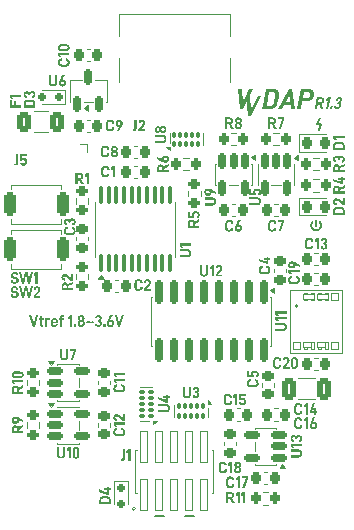
<source format=gto>
%TF.GenerationSoftware,KiCad,Pcbnew,9.0.6*%
%TF.CreationDate,2026-01-06T10:29:40+09:00*%
%TF.ProjectId,VVDAP,56564441-502e-46b6-9963-61645f706362,rev?*%
%TF.SameCoordinates,Original*%
%TF.FileFunction,Legend,Top*%
%TF.FilePolarity,Positive*%
%FSLAX46Y46*%
G04 Gerber Fmt 4.6, Leading zero omitted, Abs format (unit mm)*
G04 Created by KiCad (PCBNEW 9.0.6) date 2026-01-06 10:29:40*
%MOMM*%
%LPD*%
G01*
G04 APERTURE LIST*
G04 Aperture macros list*
%AMRoundRect*
0 Rectangle with rounded corners*
0 $1 Rounding radius*
0 $2 $3 $4 $5 $6 $7 $8 $9 X,Y pos of 4 corners*
0 Add a 4 corners polygon primitive as box body*
4,1,4,$2,$3,$4,$5,$6,$7,$8,$9,$2,$3,0*
0 Add four circle primitives for the rounded corners*
1,1,$1+$1,$2,$3*
1,1,$1+$1,$4,$5*
1,1,$1+$1,$6,$7*
1,1,$1+$1,$8,$9*
0 Add four rect primitives between the rounded corners*
20,1,$1+$1,$2,$3,$4,$5,0*
20,1,$1+$1,$4,$5,$6,$7,0*
20,1,$1+$1,$6,$7,$8,$9,0*
20,1,$1+$1,$8,$9,$2,$3,0*%
%AMFreePoly0*
4,1,18,-0.287500,0.312500,-0.285597,0.322067,-0.280178,0.330178,-0.272067,0.335597,-0.262500,0.337500,0.262500,0.337500,0.272067,0.335597,0.280178,0.330178,0.285597,0.322067,0.287500,0.312500,0.287500,-0.193750,0.143750,-0.337500,-0.262500,-0.337500,-0.272067,-0.335597,-0.280178,-0.330178,-0.285597,-0.322067,-0.287500,-0.312500,-0.287500,0.312500,-0.287500,0.312500,$1*%
G04 Aperture macros list end*
%ADD10C,0.150000*%
%ADD11C,0.200000*%
%ADD12C,0.120000*%
%ADD13C,0.100000*%
%ADD14C,2.250000*%
%ADD15RoundRect,0.225000X0.225000X0.250000X-0.225000X0.250000X-0.225000X-0.250000X0.225000X-0.250000X0*%
%ADD16RoundRect,0.200000X-0.275000X0.200000X-0.275000X-0.200000X0.275000X-0.200000X0.275000X0.200000X0*%
%ADD17C,2.200000*%
%ADD18FreePoly0,0.000000*%
%ADD19RoundRect,0.025000X-0.262500X-0.312500X0.262500X-0.312500X0.262500X0.312500X-0.262500X0.312500X0*%
%ADD20RoundRect,0.025000X-0.125000X-0.312500X0.125000X-0.312500X0.125000X0.312500X-0.125000X0.312500X0*%
%ADD21RoundRect,0.025000X-0.425000X-0.250000X0.425000X-0.250000X0.425000X0.250000X-0.425000X0.250000X0*%
%ADD22RoundRect,0.150000X0.200000X-0.150000X0.200000X0.150000X-0.200000X0.150000X-0.200000X-0.150000X0*%
%ADD23RoundRect,0.250000X0.275000X0.750000X-0.275000X0.750000X-0.275000X-0.750000X0.275000X-0.750000X0*%
%ADD24RoundRect,0.200000X-0.200000X-0.275000X0.200000X-0.275000X0.200000X0.275000X-0.200000X0.275000X0*%
%ADD25RoundRect,0.225000X-0.225000X-0.250000X0.225000X-0.250000X0.225000X0.250000X-0.225000X0.250000X0*%
%ADD26RoundRect,0.075000X0.200000X-0.075000X0.200000X0.075000X-0.200000X0.075000X-0.200000X-0.075000X0*%
%ADD27RoundRect,0.150000X-0.512500X-0.150000X0.512500X-0.150000X0.512500X0.150000X-0.512500X0.150000X0*%
%ADD28RoundRect,0.150000X-0.150000X0.825000X-0.150000X-0.825000X0.150000X-0.825000X0.150000X0.825000X0*%
%ADD29RoundRect,0.250000X-0.375000X-0.625000X0.375000X-0.625000X0.375000X0.625000X-0.375000X0.625000X0*%
%ADD30RoundRect,0.075000X0.075000X0.200000X-0.075000X0.200000X-0.075000X-0.200000X0.075000X-0.200000X0*%
%ADD31C,1.020000*%
%ADD32RoundRect,0.050000X-0.320000X-1.345000X0.320000X-1.345000X0.320000X1.345000X-0.320000X1.345000X0*%
%ADD33RoundRect,0.225000X-0.250000X0.225000X-0.250000X-0.225000X0.250000X-0.225000X0.250000X0.225000X0*%
%ADD34RoundRect,0.150000X-0.150000X-0.200000X0.150000X-0.200000X0.150000X0.200000X-0.150000X0.200000X0*%
%ADD35C,0.990600*%
%ADD36C,0.787400*%
%ADD37RoundRect,0.218750X-0.218750X-0.256250X0.218750X-0.256250X0.218750X0.256250X-0.218750X0.256250X0*%
%ADD38RoundRect,0.150000X0.512500X0.150000X-0.512500X0.150000X-0.512500X-0.150000X0.512500X-0.150000X0*%
%ADD39RoundRect,0.075000X-0.075000X-0.200000X0.075000X-0.200000X0.075000X0.200000X-0.075000X0.200000X0*%
%ADD40RoundRect,0.150000X-0.150000X0.512500X-0.150000X-0.512500X0.150000X-0.512500X0.150000X0.512500X0*%
%ADD41RoundRect,0.200000X0.275000X-0.200000X0.275000X0.200000X-0.275000X0.200000X-0.275000X-0.200000X0*%
%ADD42RoundRect,0.100000X0.100000X-0.637500X0.100000X0.637500X-0.100000X0.637500X-0.100000X-0.637500X0*%
%ADD43RoundRect,0.200000X0.200000X0.275000X-0.200000X0.275000X-0.200000X-0.275000X0.200000X-0.275000X0*%
%ADD44RoundRect,0.225000X0.250000X-0.225000X0.250000X0.225000X-0.250000X0.225000X-0.250000X-0.225000X0*%
%ADD45RoundRect,0.250000X0.325000X0.650000X-0.325000X0.650000X-0.325000X-0.650000X0.325000X-0.650000X0*%
%ADD46C,0.650000*%
%ADD47R,0.600000X1.450000*%
%ADD48R,0.300000X1.450000*%
%ADD49O,1.000000X2.100000*%
%ADD50O,1.000000X1.600000*%
%ADD51RoundRect,0.150000X0.150000X-0.512500X0.150000X0.512500X-0.150000X0.512500X-0.150000X-0.512500X0*%
%ADD52RoundRect,0.250000X-0.275000X-0.750000X0.275000X-0.750000X0.275000X0.750000X-0.275000X0.750000X0*%
G04 APERTURE END LIST*
D10*
X92105000Y-47600000D02*
X92405000Y-47600000D01*
X92300000Y-55900000D02*
G75*
G02*
X91700000Y-55900000I-300000J-300000D01*
G01*
X92405000Y-47600000D02*
X92205000Y-48100000D01*
X92305000Y-47100000D02*
X92105000Y-47600000D01*
X92000000Y-55700000D02*
X92000000Y-56200000D01*
D11*
G36*
X67705434Y-63798408D02*
G01*
X68013058Y-64765000D01*
X68160703Y-64765000D01*
X68469670Y-63798408D01*
X68278306Y-63798408D01*
X68088224Y-64466962D01*
X67896859Y-63798408D01*
X67705434Y-63798408D01*
G37*
G36*
X68782301Y-64159338D02*
G01*
X68923168Y-64159338D01*
X68923168Y-64037705D01*
X68782301Y-64037705D01*
X68782301Y-63833946D01*
X68610048Y-63894152D01*
X68610048Y-64037705D01*
X68510275Y-64037705D01*
X68510275Y-64159338D01*
X68610048Y-64159338D01*
X68610048Y-64554462D01*
X68611987Y-64587648D01*
X68617740Y-64618436D01*
X68626798Y-64645775D01*
X68639224Y-64670804D01*
X68668850Y-64708946D01*
X68710414Y-64739638D01*
X68762079Y-64758413D01*
X68826081Y-64765000D01*
X68908086Y-64765000D01*
X68908086Y-64617355D01*
X68854780Y-64617355D01*
X68833268Y-64615401D01*
X68815486Y-64609539D01*
X68803080Y-64601264D01*
X68793544Y-64590034D01*
X68783240Y-64559262D01*
X68782301Y-64543532D01*
X68782301Y-64159338D01*
G37*
G36*
X69041320Y-64037705D02*
G01*
X69041320Y-64765000D01*
X69214977Y-64765000D01*
X69214977Y-64328904D01*
X69216949Y-64296460D01*
X69222936Y-64267358D01*
X69231675Y-64244628D01*
X69243720Y-64224975D01*
X69253262Y-64214049D01*
X69270867Y-64199219D01*
X69290690Y-64187776D01*
X69335915Y-64175482D01*
X69355783Y-64174420D01*
X69387192Y-64176549D01*
X69422509Y-64183632D01*
X69441878Y-64189441D01*
X69441878Y-64026775D01*
X69383138Y-64021280D01*
X69352558Y-64023205D01*
X69323479Y-64028865D01*
X69281960Y-64044544D01*
X69259368Y-64058038D01*
X69239535Y-64074748D01*
X69210825Y-64112871D01*
X69210825Y-64037705D01*
X69041320Y-64037705D01*
G37*
G36*
X69867951Y-64029986D02*
G01*
X69936754Y-64044009D01*
X69995603Y-64071050D01*
X70021982Y-64089672D01*
X70046013Y-64111528D01*
X70065357Y-64134060D01*
X70082994Y-64160890D01*
X70097678Y-64190752D01*
X70109961Y-64225567D01*
X70118900Y-64263713D01*
X70124726Y-64308116D01*
X70126674Y-64356259D01*
X70126674Y-64453285D01*
X69701509Y-64453285D01*
X69701509Y-64472458D01*
X69703781Y-64510196D01*
X69716278Y-64556924D01*
X69738389Y-64588656D01*
X69746998Y-64596077D01*
X69765204Y-64607850D01*
X69786023Y-64616503D01*
X69811691Y-64622255D01*
X69840971Y-64624193D01*
X69891017Y-64617964D01*
X69922976Y-64602334D01*
X69944960Y-64576449D01*
X69951514Y-64559699D01*
X69954422Y-64540785D01*
X69955765Y-64536693D01*
X70121240Y-64536693D01*
X70121240Y-64543532D01*
X70120649Y-64561857D01*
X70109842Y-64618444D01*
X70099338Y-64643666D01*
X70085350Y-64667076D01*
X70066970Y-64689641D01*
X70044670Y-64710350D01*
X70043880Y-64710991D01*
X70018312Y-64729046D01*
X69990144Y-64743971D01*
X69957504Y-64756382D01*
X69921890Y-64765366D01*
X69879809Y-64771281D01*
X69834132Y-64773243D01*
X69794322Y-64771477D01*
X69722845Y-64757748D01*
X69662281Y-64731405D01*
X69635577Y-64713548D01*
X69611261Y-64692581D01*
X69589890Y-64668497D01*
X69572518Y-64642378D01*
X69558067Y-64613149D01*
X69545878Y-64578538D01*
X69537011Y-64540348D01*
X69531149Y-64494857D01*
X69529195Y-64445102D01*
X69529195Y-64356259D01*
X69530468Y-64330247D01*
X69701509Y-64330247D01*
X69701509Y-64334338D01*
X69953079Y-64334338D01*
X69953079Y-64315226D01*
X69951046Y-64281768D01*
X69938676Y-64236624D01*
X69916197Y-64205333D01*
X69900271Y-64193599D01*
X69881472Y-64185024D01*
X69856885Y-64179127D01*
X69828637Y-64177168D01*
X69810580Y-64178015D01*
X69767247Y-64189151D01*
X69749482Y-64199412D01*
X69734298Y-64212705D01*
X69728671Y-64219358D01*
X69717538Y-64238078D01*
X69709324Y-64261079D01*
X69703463Y-64292922D01*
X69701509Y-64330247D01*
X69530468Y-64330247D01*
X69532177Y-64295329D01*
X69546913Y-64218966D01*
X69572470Y-64158295D01*
X69608513Y-64110123D01*
X69628648Y-64091578D01*
X69654296Y-64072991D01*
X69682315Y-64057615D01*
X69713929Y-64045038D01*
X69748057Y-64035933D01*
X69786963Y-64030073D01*
X69828637Y-64028119D01*
X69867951Y-64029986D01*
G37*
G36*
X70506472Y-63933780D02*
G01*
X70531795Y-63919500D01*
X70561182Y-63916011D01*
X70618579Y-63916011D01*
X70618579Y-63798408D01*
X70518806Y-63798408D01*
X70483525Y-63800353D01*
X70451501Y-63806149D01*
X70424436Y-63815009D01*
X70400123Y-63827145D01*
X70369757Y-63850371D01*
X70353052Y-63869156D01*
X70339478Y-63890350D01*
X70321707Y-63940032D01*
X70316451Y-63993925D01*
X70316451Y-64037705D01*
X70239881Y-64037705D01*
X70239881Y-64159338D01*
X70316451Y-64159338D01*
X70316451Y-64765000D01*
X70488703Y-64765000D01*
X70488703Y-64159338D01*
X70618579Y-64159338D01*
X70618579Y-64037705D01*
X70488703Y-64037705D01*
X70488703Y-63987086D01*
X70490710Y-63965054D01*
X70496938Y-63946887D01*
X70506472Y-63933780D01*
G37*
G36*
X71172400Y-64002168D02*
G01*
X71172400Y-64765000D01*
X71355643Y-64765000D01*
X71355643Y-63798408D01*
X71172400Y-63798408D01*
X71009734Y-63921446D01*
X71009734Y-64119710D01*
X71172400Y-64002168D01*
G37*
G36*
X71499014Y-64566796D02*
G01*
X71499014Y-64765000D01*
X71693126Y-64765000D01*
X71693126Y-64566796D01*
X71499014Y-64566796D01*
G37*
G36*
X72130820Y-63783776D02*
G01*
X72200787Y-63794304D01*
X72232680Y-63804907D01*
X72262395Y-63818925D01*
X72278015Y-63828167D01*
X72326176Y-63867570D01*
X72360825Y-63914668D01*
X72363273Y-63919204D01*
X72376411Y-63948533D01*
X72385852Y-63979452D01*
X72391721Y-64012739D01*
X72393675Y-64047231D01*
X72393675Y-64071838D01*
X72393664Y-64074496D01*
X72386518Y-64132924D01*
X72366320Y-64182602D01*
X72338940Y-64220186D01*
X72317495Y-64240780D01*
X72293841Y-64257829D01*
X72295878Y-64259048D01*
X72321005Y-64276533D01*
X72343247Y-64296770D01*
X72363148Y-64320378D01*
X72379998Y-64346673D01*
X72402014Y-64401379D01*
X72408059Y-64432939D01*
X72410040Y-64465619D01*
X72410040Y-64497065D01*
X72408871Y-64526991D01*
X72396617Y-64592267D01*
X72371755Y-64647458D01*
X72362791Y-64661168D01*
X72342907Y-64686308D01*
X72320247Y-64708679D01*
X72294152Y-64728732D01*
X72265143Y-64745887D01*
X72257222Y-64749818D01*
X72225212Y-64762802D01*
X72191396Y-64772102D01*
X72152869Y-64778107D01*
X72112002Y-64780081D01*
X72095319Y-64779764D01*
X72024114Y-64769947D01*
X71991427Y-64759746D01*
X71960266Y-64745887D01*
X71945010Y-64737443D01*
X71894024Y-64698380D01*
X71872389Y-64674343D01*
X71853593Y-64647458D01*
X71845481Y-64633099D01*
X71832536Y-64603553D01*
X71823249Y-64571977D01*
X71817278Y-64536156D01*
X71815308Y-64498408D01*
X71815308Y-64466962D01*
X71815309Y-64466330D01*
X71815532Y-64462871D01*
X71993056Y-64462871D01*
X71993056Y-64495722D01*
X71993490Y-64508640D01*
X72003441Y-64553540D01*
X72025907Y-64588656D01*
X72034722Y-64597182D01*
X72069632Y-64618122D01*
X72090386Y-64623686D01*
X72113407Y-64625598D01*
X72124715Y-64625195D01*
X72166401Y-64614945D01*
X72184770Y-64604241D01*
X72200907Y-64590000D01*
X72204957Y-64585458D01*
X72217064Y-64567920D01*
X72225881Y-64547906D01*
X72231742Y-64523279D01*
X72233696Y-64495722D01*
X72233696Y-64462871D01*
X72233300Y-64450904D01*
X72223347Y-64406345D01*
X72200907Y-64371280D01*
X72196019Y-64366402D01*
X72179918Y-64354010D01*
X72161737Y-64345065D01*
X72138973Y-64339060D01*
X72113407Y-64337086D01*
X72100852Y-64337564D01*
X72060119Y-64347599D01*
X72042688Y-64357690D01*
X72027250Y-64371280D01*
X72021821Y-64377465D01*
X72009599Y-64395465D01*
X72000599Y-64415732D01*
X71994976Y-64438340D01*
X71993056Y-64462871D01*
X71815532Y-64462871D01*
X71817359Y-64434594D01*
X71823260Y-64403967D01*
X71833137Y-64373930D01*
X71846755Y-64345329D01*
X71847271Y-64344405D01*
X71863679Y-64319144D01*
X71882960Y-64296648D01*
X71906341Y-64275844D01*
X71932911Y-64257829D01*
X71891729Y-64226202D01*
X71874882Y-64206656D01*
X71860432Y-64183946D01*
X71842549Y-64138633D01*
X71836467Y-64106464D01*
X71834481Y-64071838D01*
X71834481Y-64047231D01*
X72010825Y-64047231D01*
X72010825Y-64073243D01*
X72010938Y-64080062D01*
X72018589Y-64123004D01*
X72038180Y-64155247D01*
X72038744Y-64155846D01*
X72053221Y-64168343D01*
X72069604Y-64177344D01*
X72090186Y-64183372D01*
X72113407Y-64185350D01*
X72118640Y-64185247D01*
X72158183Y-64176513D01*
X72175153Y-64166886D01*
X72189916Y-64153904D01*
X72208951Y-64123307D01*
X72215254Y-64099667D01*
X72217271Y-64073243D01*
X72217271Y-64047231D01*
X72217261Y-64045450D01*
X72209883Y-64003559D01*
X72200974Y-63985449D01*
X72188572Y-63969317D01*
X72188087Y-63968800D01*
X72173664Y-63956299D01*
X72157324Y-63947301D01*
X72136696Y-63941256D01*
X72113407Y-63939275D01*
X72110394Y-63939305D01*
X72071737Y-63946654D01*
X72054678Y-63956007D01*
X72039523Y-63969317D01*
X72018632Y-64002523D01*
X72012778Y-64023760D01*
X72010825Y-64047231D01*
X71834481Y-64047231D01*
X71834822Y-64032732D01*
X71844987Y-63970012D01*
X71868675Y-63914668D01*
X71876708Y-63901714D01*
X71916131Y-63854711D01*
X71965701Y-63818925D01*
X71977768Y-63812693D01*
X72007819Y-63800180D01*
X72039884Y-63791061D01*
X72075273Y-63785324D01*
X72113407Y-63783387D01*
X72130820Y-63783776D01*
G37*
G36*
X72899014Y-64480640D02*
G01*
X72944235Y-64490826D01*
X72964654Y-64491570D01*
X72991997Y-64489630D01*
X73018480Y-64483871D01*
X73068868Y-64461014D01*
X73082257Y-64451941D01*
X73122882Y-64412847D01*
X73158178Y-64357170D01*
X73167009Y-64338490D01*
X73054902Y-64270102D01*
X73035834Y-64303466D01*
X73015974Y-64327264D01*
X73012526Y-64330247D01*
X72998125Y-64339588D01*
X72982213Y-64345383D01*
X72959220Y-64348016D01*
X72939673Y-64346047D01*
X72920156Y-64340084D01*
X72919530Y-64339834D01*
X72883523Y-64321732D01*
X72868972Y-64313883D01*
X72799241Y-64281032D01*
X72772886Y-64273816D01*
X72743494Y-64270326D01*
X72733600Y-64270102D01*
X72705035Y-64272072D01*
X72677766Y-64278043D01*
X72652961Y-64287553D01*
X72629336Y-64300871D01*
X72618745Y-64308387D01*
X72576378Y-64350395D01*
X72539913Y-64409121D01*
X72533993Y-64421838D01*
X72646100Y-64490226D01*
X72667968Y-64454498D01*
X72689881Y-64430081D01*
X72704943Y-64420228D01*
X72721147Y-64414409D01*
X72740439Y-64412313D01*
X72759818Y-64414281D01*
X72778162Y-64420245D01*
X72778724Y-64420495D01*
X72830687Y-64446446D01*
X72899014Y-64480640D01*
G37*
G36*
X73356969Y-64715785D02*
G01*
X73406570Y-64748438D01*
X73467843Y-64769799D01*
X73544703Y-64779626D01*
X73567506Y-64780081D01*
X73606792Y-64778107D01*
X73644364Y-64772102D01*
X73677729Y-64762738D01*
X73709209Y-64749645D01*
X73716556Y-64745887D01*
X73745011Y-64728516D01*
X73770213Y-64708351D01*
X73810033Y-64661293D01*
X73817733Y-64648801D01*
X73831891Y-64620517D01*
X73842633Y-64590259D01*
X73853923Y-64522940D01*
X73854614Y-64499813D01*
X73854614Y-64473801D01*
X73852660Y-64435443D01*
X73846798Y-64400257D01*
X73837783Y-64370020D01*
X73825352Y-64342159D01*
X73821824Y-64335743D01*
X73805742Y-64311559D01*
X73786701Y-64290329D01*
X73765733Y-64272939D01*
X73741916Y-64258388D01*
X73726081Y-64250990D01*
X73750667Y-64236074D01*
X73772152Y-64218637D01*
X73806914Y-64175978D01*
X73809490Y-64171673D01*
X73822986Y-64144611D01*
X73832681Y-64115644D01*
X73839593Y-64059565D01*
X73839593Y-64039049D01*
X73837656Y-64003286D01*
X73831911Y-63969952D01*
X73822804Y-63939934D01*
X73810306Y-63912140D01*
X73775694Y-63863322D01*
X73765771Y-63853119D01*
X73718470Y-63818066D01*
X73660803Y-63794966D01*
X73590560Y-63784057D01*
X73566163Y-63783387D01*
X73524419Y-63785335D01*
X73485706Y-63791151D01*
X73451931Y-63800169D01*
X73420927Y-63812576D01*
X73393775Y-63827657D01*
X73369237Y-63845806D01*
X73362465Y-63851775D01*
X73342545Y-63872631D01*
X73325750Y-63895871D01*
X73301474Y-63949469D01*
X73289586Y-64014238D01*
X73288581Y-64041796D01*
X73288581Y-64065000D01*
X73456742Y-64065000D01*
X73456742Y-64041796D01*
X73458671Y-64018364D01*
X73464359Y-63997445D01*
X73484098Y-63966570D01*
X73498545Y-63954926D01*
X73515626Y-63946419D01*
X73557553Y-63939285D01*
X73559324Y-63939275D01*
X73582818Y-63941256D01*
X73603768Y-63947301D01*
X73619963Y-63956172D01*
X73633740Y-63968463D01*
X73634490Y-63969317D01*
X73646144Y-63985803D01*
X73654673Y-64004917D01*
X73661839Y-64051152D01*
X73661845Y-64052726D01*
X73661845Y-64073243D01*
X73659930Y-64098797D01*
X73654342Y-64121432D01*
X73645704Y-64140461D01*
X73634085Y-64156751D01*
X73631742Y-64159338D01*
X73617946Y-64171297D01*
X73601764Y-64180173D01*
X73560960Y-64189104D01*
X73549738Y-64189441D01*
X73501866Y-64189441D01*
X73501866Y-64345329D01*
X73551081Y-64345329D01*
X73579216Y-64347283D01*
X73603677Y-64353145D01*
X73622764Y-64361773D01*
X73639231Y-64373572D01*
X73644077Y-64378119D01*
X73665451Y-64410445D01*
X73676024Y-64455571D01*
X73676866Y-64475205D01*
X73676866Y-64499813D01*
X73674886Y-64528394D01*
X73668841Y-64553875D01*
X73660081Y-64573417D01*
X73647975Y-64590155D01*
X73646824Y-64591404D01*
X73631019Y-64605352D01*
X73612890Y-64615837D01*
X73593487Y-64622391D01*
X73571981Y-64625410D01*
X73564759Y-64625598D01*
X73535888Y-64623615D01*
X73511361Y-64617554D01*
X73481411Y-64599586D01*
X73469366Y-64585722D01*
X73460569Y-64569320D01*
X73452747Y-64528828D01*
X73452651Y-64523016D01*
X73452651Y-64501156D01*
X73281742Y-64501156D01*
X73281742Y-64531259D01*
X73283702Y-64568491D01*
X73289600Y-64602915D01*
X73298653Y-64632416D01*
X73311168Y-64659482D01*
X73326480Y-64683194D01*
X73345036Y-64704652D01*
X73356969Y-64715785D01*
G37*
G36*
X73977590Y-64566796D02*
G01*
X73977590Y-64765000D01*
X74171702Y-64765000D01*
X74171702Y-64566796D01*
X73977590Y-64566796D01*
G37*
G36*
X74564628Y-64189441D02*
G01*
X74577390Y-64184293D01*
X74604556Y-64177807D01*
X74634359Y-64175764D01*
X74652597Y-64176261D01*
X74716147Y-64186979D01*
X74770319Y-64210918D01*
X74794378Y-64227937D01*
X74816198Y-64248243D01*
X74820493Y-64252931D01*
X74838747Y-64276459D01*
X74853824Y-64302434D01*
X74866290Y-64332403D01*
X74875308Y-64365088D01*
X74881220Y-64403503D01*
X74883182Y-64445102D01*
X74883182Y-64488883D01*
X74881225Y-64529851D01*
X74867366Y-64597766D01*
X74840908Y-64654908D01*
X74822647Y-64680363D01*
X74801116Y-64703511D01*
X74786891Y-64716113D01*
X74760961Y-64734931D01*
X74732896Y-64750408D01*
X74701271Y-64763055D01*
X74667217Y-64772171D01*
X74627660Y-64778116D01*
X74585144Y-64780081D01*
X74549152Y-64778774D01*
X74476646Y-64766374D01*
X74416652Y-64741833D01*
X74390328Y-64724917D01*
X74366364Y-64704855D01*
X74350199Y-64687977D01*
X74331722Y-64663684D01*
X74316467Y-64637062D01*
X74303954Y-64606764D01*
X74294902Y-64573879D01*
X74289005Y-64535623D01*
X74287046Y-64494317D01*
X74287046Y-64453285D01*
X74471632Y-64453285D01*
X74471632Y-64498408D01*
X74472102Y-64513179D01*
X74481450Y-64558580D01*
X74501735Y-64591404D01*
X74507646Y-64597262D01*
X74541176Y-64618055D01*
X74561900Y-64623678D01*
X74585144Y-64625598D01*
X74595087Y-64625266D01*
X74617031Y-64621921D01*
X74636786Y-64615130D01*
X74654574Y-64604858D01*
X74669897Y-64591404D01*
X74671241Y-64589938D01*
X74683226Y-64573049D01*
X74691913Y-64553075D01*
X74697958Y-64526687D01*
X74699938Y-64497065D01*
X74699938Y-64454689D01*
X74699477Y-64440011D01*
X74690177Y-64394592D01*
X74669897Y-64361693D01*
X74666004Y-64357770D01*
X74650261Y-64345585D01*
X74632148Y-64336720D01*
X74609927Y-64330858D01*
X74585144Y-64328904D01*
X74575266Y-64329197D01*
X74534334Y-64338538D01*
X74516914Y-64348396D01*
X74501735Y-64361693D01*
X74500277Y-64363286D01*
X74488315Y-64379785D01*
X74479639Y-64398917D01*
X74473610Y-64424225D01*
X74471632Y-64453285D01*
X74287046Y-64453285D01*
X74287046Y-64451941D01*
X74288958Y-64413345D01*
X74303471Y-64342581D01*
X74308575Y-64327210D01*
X74349938Y-64229070D01*
X74571467Y-63798408D01*
X74764235Y-63798408D01*
X74564628Y-64189441D01*
G37*
G36*
X74950654Y-63798408D02*
G01*
X75258278Y-64765000D01*
X75405922Y-64765000D01*
X75714890Y-63798408D01*
X75523525Y-63798408D01*
X75333443Y-64466962D01*
X75142079Y-63798408D01*
X74950654Y-63798408D01*
G37*
G36*
X85360960Y-44634716D02*
G01*
X85535884Y-46326251D01*
X85788599Y-46326251D01*
X86669094Y-44634716D01*
X86341580Y-44634716D01*
X85772998Y-45804685D01*
X85688688Y-44634716D01*
X85360960Y-44634716D01*
G37*
G36*
X88498206Y-44643677D02*
G01*
X88613285Y-44673913D01*
X88704893Y-44723360D01*
X88743485Y-44755522D01*
X88777287Y-44792650D01*
X88818252Y-44860825D01*
X88836668Y-44911692D01*
X88849148Y-44968514D01*
X88855954Y-45037423D01*
X88855596Y-45113561D01*
X88846861Y-45205840D01*
X88829326Y-45307056D01*
X88757732Y-45651560D01*
X88713817Y-45815816D01*
X88651164Y-45964107D01*
X88576098Y-46079902D01*
X88488775Y-46168424D01*
X88430878Y-46210661D01*
X88371659Y-46245074D01*
X88309065Y-46273419D01*
X88241509Y-46296181D01*
X88170650Y-46312570D01*
X88093864Y-46322831D01*
X88013799Y-46326251D01*
X87440409Y-46326251D01*
X87498590Y-46046394D01*
X87814512Y-46046394D01*
X88078875Y-46046394D01*
X88158077Y-46038155D01*
X88241206Y-46006650D01*
X88278199Y-45981742D01*
X88311821Y-45950651D01*
X88338347Y-45918466D01*
X88369731Y-45868627D01*
X88397274Y-45810104D01*
X88423338Y-45734992D01*
X88444644Y-45649209D01*
X88512284Y-45323832D01*
X88531532Y-45194333D01*
X88529089Y-45085894D01*
X88506834Y-45012774D01*
X88469003Y-44963429D01*
X88440713Y-44943149D01*
X88407230Y-44928244D01*
X88363990Y-44918085D01*
X88314172Y-44914679D01*
X88049810Y-44914679D01*
X87814512Y-46046394D01*
X87498590Y-46046394D01*
X87792073Y-44634716D01*
X88374760Y-44634716D01*
X88498206Y-44643677D01*
G37*
G36*
X90210122Y-46326251D02*
G01*
X89877906Y-46326251D01*
X89845422Y-45998522D01*
X89276733Y-45998522D01*
X89107900Y-46326251D01*
X88777928Y-46326251D01*
X89108643Y-45730527D01*
X89416608Y-45730527D01*
X89816892Y-45730527D01*
X89750427Y-45082123D01*
X89416608Y-45730527D01*
X89108643Y-45730527D01*
X89716981Y-44634716D01*
X89974398Y-44634716D01*
X90210122Y-46326251D01*
G37*
G36*
X91457287Y-44640297D02*
G01*
X91569918Y-44666570D01*
X91658770Y-44712299D01*
X91696150Y-44742793D01*
X91728763Y-44778331D01*
X91756611Y-44818870D01*
X91778674Y-44863413D01*
X91794704Y-44911739D01*
X91805011Y-44966720D01*
X91808538Y-45025970D01*
X91804698Y-45094586D01*
X91792877Y-45168249D01*
X91781353Y-45216143D01*
X91733278Y-45341962D01*
X91701034Y-45398321D01*
X91663356Y-45450432D01*
X91619251Y-45499369D01*
X91569548Y-45543956D01*
X91534093Y-45570642D01*
X91479427Y-45604710D01*
X91421388Y-45632840D01*
X91358949Y-45655284D01*
X91292951Y-45671508D01*
X91220773Y-45681703D01*
X91144687Y-45685113D01*
X90840574Y-45685113D01*
X90707325Y-46326251D01*
X90391351Y-46326251D01*
X90583333Y-45402799D01*
X90899345Y-45402799D01*
X91187109Y-45402799D01*
X91214082Y-45401840D01*
X91303888Y-45382610D01*
X91377848Y-45340608D01*
X91394821Y-45325763D01*
X91423397Y-45294016D01*
X91447129Y-45257436D01*
X91465951Y-45215347D01*
X91479147Y-45168249D01*
X91487001Y-45113702D01*
X91481698Y-45035595D01*
X91455425Y-44979328D01*
X91440895Y-44963272D01*
X91414004Y-44943133D01*
X91381567Y-44928347D01*
X91338433Y-44918098D01*
X91288516Y-44914679D01*
X91000752Y-44914679D01*
X90899345Y-45402799D01*
X90583333Y-45402799D01*
X90743015Y-44634716D01*
X91363101Y-44634716D01*
X91457287Y-44640297D01*
G37*
G36*
X92486101Y-45350689D02*
G01*
X92551830Y-45364551D01*
X92604022Y-45389727D01*
X92626013Y-45406613D01*
X92645324Y-45426383D01*
X92660182Y-45446431D01*
X92673192Y-45470417D01*
X92682704Y-45496420D01*
X92688993Y-45526241D01*
X92691383Y-45558381D01*
X92689559Y-45596232D01*
X92683121Y-45636920D01*
X92673192Y-45675867D01*
X92645316Y-45742931D01*
X92606795Y-45798243D01*
X92587030Y-45818914D01*
X92559734Y-45842496D01*
X92529913Y-45863112D01*
X92497323Y-45880808D01*
X92462203Y-45895329D01*
X92580966Y-46315000D01*
X92373665Y-46315000D01*
X92276090Y-45922623D01*
X92142367Y-45922623D01*
X92060790Y-46315000D01*
X91880233Y-46315000D01*
X91993352Y-45770887D01*
X92173935Y-45770887D01*
X92343684Y-45770887D01*
X92360692Y-45770246D01*
X92409416Y-45759642D01*
X92448464Y-45736693D01*
X92454690Y-45731114D01*
X92471130Y-45712610D01*
X92484834Y-45690996D01*
X92496035Y-45665426D01*
X92503968Y-45636920D01*
X92506899Y-45618060D01*
X92504268Y-45577220D01*
X92497499Y-45559586D01*
X92487116Y-45543925D01*
X92479718Y-45535969D01*
X92464925Y-45524519D01*
X92447394Y-45516061D01*
X92424746Y-45510324D01*
X92398211Y-45508387D01*
X92228463Y-45508387D01*
X92173935Y-45770887D01*
X91993352Y-45770887D01*
X92081184Y-45348408D01*
X92440893Y-45348408D01*
X92486101Y-45350689D01*
G37*
G36*
X93006376Y-45552168D02*
G01*
X92847801Y-46315000D01*
X93027015Y-46315000D01*
X93227965Y-45348408D01*
X93048752Y-45348408D01*
X92864043Y-45471446D01*
X92822827Y-45669710D01*
X93006376Y-45552168D01*
G37*
G36*
X93219112Y-46116796D02*
G01*
X93177896Y-46315000D01*
X93367733Y-46315000D01*
X93408949Y-46116796D01*
X93219112Y-46116796D01*
G37*
G36*
X93571004Y-46265785D02*
G01*
X93610490Y-46297183D01*
X93662768Y-46318397D01*
X93732242Y-46329157D01*
X93763529Y-46330081D01*
X93802377Y-46328107D01*
X93840367Y-46322102D01*
X93875705Y-46312484D01*
X93909936Y-46298966D01*
X93916425Y-46295887D01*
X93949233Y-46277650D01*
X93979219Y-46256345D01*
X94030270Y-46205514D01*
X94035615Y-46198801D01*
X94056344Y-46168864D01*
X94073802Y-46136718D01*
X94099033Y-46065462D01*
X94102599Y-46049813D01*
X94107972Y-46023801D01*
X94114132Y-45984777D01*
X94115630Y-45949036D01*
X94112972Y-45918993D01*
X94106517Y-45891302D01*
X94104675Y-45885743D01*
X94094334Y-45862234D01*
X94080693Y-45841505D01*
X94064812Y-45824664D01*
X94045852Y-45810406D01*
X94028593Y-45800990D01*
X94082544Y-45766913D01*
X94126718Y-45721673D01*
X94146541Y-45692994D01*
X94162627Y-45662174D01*
X94179474Y-45609565D01*
X94183749Y-45589049D01*
X94189357Y-45552518D01*
X94190551Y-45518523D01*
X94187721Y-45488705D01*
X94181142Y-45461095D01*
X94171255Y-45436375D01*
X94158005Y-45413685D01*
X94150165Y-45403119D01*
X94133063Y-45384871D01*
X94113187Y-45369384D01*
X94064612Y-45346508D01*
X94001574Y-45334643D01*
X93969426Y-45333387D01*
X93928192Y-45335335D01*
X93889116Y-45341151D01*
X93853474Y-45350400D01*
X93819926Y-45363184D01*
X93789104Y-45379116D01*
X93760371Y-45398377D01*
X93755957Y-45401775D01*
X93730835Y-45423909D01*
X93708580Y-45448706D01*
X93672575Y-45506331D01*
X93647819Y-45575760D01*
X93644155Y-45591796D01*
X93639331Y-45615000D01*
X93803829Y-45615000D01*
X93808653Y-45591796D01*
X93815594Y-45567873D01*
X93825831Y-45546583D01*
X93851090Y-45516570D01*
X93868685Y-45504325D01*
X93888443Y-45495613D01*
X93930286Y-45489275D01*
X93952870Y-45491256D01*
X93972120Y-45497301D01*
X93985658Y-45505787D01*
X93996330Y-45517441D01*
X93997575Y-45519317D01*
X94005276Y-45535029D01*
X94009680Y-45553140D01*
X94007889Y-45598086D01*
X94006978Y-45602726D01*
X94002704Y-45623243D01*
X93995359Y-45649290D01*
X93984898Y-45672297D01*
X93971724Y-45692054D01*
X93955984Y-45708799D01*
X93955382Y-45709338D01*
X93938378Y-45721926D01*
X93919477Y-45731050D01*
X93875363Y-45739331D01*
X93868981Y-45739441D01*
X93822147Y-45739441D01*
X93789724Y-45895329D01*
X93837840Y-45895329D01*
X93864951Y-45897283D01*
X93887669Y-45903145D01*
X93904063Y-45911448D01*
X93917419Y-45922725D01*
X93921981Y-45928119D01*
X93935813Y-45958745D01*
X93937521Y-46002168D01*
X93933888Y-46025205D01*
X93928759Y-46049813D01*
X93920724Y-46078838D01*
X93909229Y-46104654D01*
X93896177Y-46124501D01*
X93880338Y-46141404D01*
X93860835Y-46156078D01*
X93839592Y-46166848D01*
X93818281Y-46173131D01*
X93795548Y-46175573D01*
X93792960Y-46175598D01*
X93765126Y-46173615D01*
X93742392Y-46167554D01*
X93716817Y-46149586D01*
X93708232Y-46136360D01*
X93703023Y-46120814D01*
X93702990Y-46081794D01*
X93704605Y-46073016D01*
X93709124Y-46051156D01*
X93542001Y-46051156D01*
X93535772Y-46081259D01*
X93529862Y-46119297D01*
X93528590Y-46154399D01*
X93531471Y-46183648D01*
X93538213Y-46210485D01*
X93548050Y-46233421D01*
X93561318Y-46254238D01*
X93571004Y-46265785D01*
G37*
G36*
X86060960Y-45234716D02*
G01*
X86235884Y-46926251D01*
X86488599Y-46926251D01*
X87369094Y-45234716D01*
X87041580Y-45234716D01*
X86472998Y-46404685D01*
X86388688Y-45234716D01*
X86060960Y-45234716D01*
G37*
G36*
X87931080Y-56326796D02*
G01*
X87933033Y-56382019D01*
X87938891Y-56432934D01*
X87947824Y-56476364D01*
X87960117Y-56516089D01*
X87974721Y-56550030D01*
X87992285Y-56580714D01*
X88011887Y-56607061D01*
X88034203Y-56630426D01*
X88086095Y-56667744D01*
X88149506Y-56693828D01*
X88227041Y-56708397D01*
X88282484Y-56710990D01*
X88330824Y-56709032D01*
X88375841Y-56703135D01*
X88414812Y-56694067D01*
X88450894Y-56681527D01*
X88482491Y-56666381D01*
X88511482Y-56648062D01*
X88536741Y-56627581D01*
X88559486Y-56604217D01*
X88578959Y-56578508D01*
X88607783Y-56520872D01*
X88624360Y-56452036D01*
X88628393Y-56389689D01*
X88628393Y-56380102D01*
X88447898Y-56380102D01*
X88447898Y-56391032D01*
X88445944Y-56421152D01*
X88440082Y-56448666D01*
X88431175Y-56471587D01*
X88418922Y-56491862D01*
X88406865Y-56505887D01*
X88371447Y-56530457D01*
X88323536Y-56544344D01*
X88286575Y-56546920D01*
X88254598Y-56544966D01*
X88226174Y-56539105D01*
X88203378Y-56530389D01*
X88183422Y-56518447D01*
X88158042Y-56493614D01*
X88134399Y-56449822D01*
X88119507Y-56387237D01*
X88115666Y-56324049D01*
X88115666Y-56114855D01*
X88117584Y-56065933D01*
X88123191Y-56023273D01*
X88131511Y-55989130D01*
X88142650Y-55960128D01*
X88156699Y-55935764D01*
X88170724Y-55919221D01*
X88187377Y-55905701D01*
X88228353Y-55887641D01*
X88283828Y-55881114D01*
X88314854Y-55883056D01*
X88342961Y-55888833D01*
X88366596Y-55897669D01*
X88387534Y-55909753D01*
X88405522Y-55924834D01*
X88431613Y-55961828D01*
X88445538Y-56008816D01*
X88447898Y-56042437D01*
X88447898Y-56050619D01*
X88631080Y-56050619D01*
X88631080Y-56041032D01*
X88629117Y-55997769D01*
X88623192Y-55957382D01*
X88614074Y-55922406D01*
X88601435Y-55889961D01*
X88586079Y-55861423D01*
X88567451Y-55835217D01*
X88538145Y-55804544D01*
X88511158Y-55783109D01*
X88481745Y-55764751D01*
X88415417Y-55737264D01*
X88337538Y-55722257D01*
X88285232Y-55719731D01*
X88236523Y-55721685D01*
X88191428Y-55727547D01*
X88152602Y-55736542D01*
X88116918Y-55748941D01*
X88085975Y-55763845D01*
X88057855Y-55781809D01*
X88033222Y-55802208D01*
X88011252Y-55825499D01*
X87975251Y-55880848D01*
X87949314Y-55949995D01*
X87934214Y-56036076D01*
X87931080Y-56105329D01*
X87931080Y-56326796D01*
G37*
G36*
X89298046Y-55733408D02*
G01*
X88743004Y-55733408D01*
X88743004Y-55893387D01*
X89118955Y-55893387D01*
X88819513Y-56700000D01*
X89004100Y-56700000D01*
X89298046Y-55893387D01*
X89298046Y-55733408D01*
G37*
G36*
X67215000Y-69934446D02*
G01*
X66822623Y-70117628D01*
X66822623Y-70254343D01*
X67215000Y-70254343D01*
X67215000Y-70438930D01*
X66248408Y-70438930D01*
X66248408Y-70080748D01*
X66408387Y-70080748D01*
X66408387Y-70254343D01*
X66670887Y-70254343D01*
X66670887Y-70080748D01*
X66669801Y-70058524D01*
X66658696Y-70013708D01*
X66636693Y-69980914D01*
X66628713Y-69973711D01*
X66610708Y-69961797D01*
X66589890Y-69953050D01*
X66564803Y-69947312D01*
X66536920Y-69945376D01*
X66521361Y-69946051D01*
X66478962Y-69956902D01*
X66460359Y-69967812D01*
X66443925Y-69982318D01*
X66436803Y-69990518D01*
X66424840Y-70008538D01*
X66416061Y-70028850D01*
X66410324Y-70053216D01*
X66408387Y-70080748D01*
X66248408Y-70080748D01*
X66248408Y-70071161D01*
X66249851Y-70033748D01*
X66262792Y-69960237D01*
X66288255Y-69898232D01*
X66305735Y-69870751D01*
X66326383Y-69845603D01*
X66346334Y-69826230D01*
X66370979Y-69807360D01*
X66397752Y-69791806D01*
X66427736Y-69779174D01*
X66460049Y-69770049D01*
X66497130Y-69764153D01*
X66536920Y-69762194D01*
X66583135Y-69764877D01*
X66646212Y-69779472D01*
X66698243Y-69805914D01*
X66723048Y-69825350D01*
X66745083Y-69847574D01*
X66764426Y-69872689D01*
X66781359Y-69901380D01*
X66795329Y-69933103D01*
X67215000Y-69722505D01*
X67215000Y-69934446D01*
G37*
G36*
X66452168Y-69468492D02*
G01*
X67215000Y-69468492D01*
X67215000Y-69285249D01*
X66248408Y-69285249D01*
X66248408Y-69468492D01*
X66371446Y-69631158D01*
X66569710Y-69631158D01*
X66452168Y-69468492D01*
G37*
G36*
X66941684Y-68549925D02*
G01*
X67026368Y-68562310D01*
X67093565Y-68585864D01*
X67146673Y-68619626D01*
X67168747Y-68640913D01*
X67186405Y-68663819D01*
X67201045Y-68689494D01*
X67213319Y-68719828D01*
X67222226Y-68753290D01*
X67228123Y-68793292D01*
X67230081Y-68837002D01*
X67226606Y-68894385D01*
X67211202Y-68960306D01*
X67184681Y-69012739D01*
X67167130Y-69034884D01*
X67146673Y-69054378D01*
X67132504Y-69065277D01*
X67104744Y-69082489D01*
X67073658Y-69096884D01*
X67037204Y-69108961D01*
X66996934Y-69117791D01*
X66949639Y-69123572D01*
X66897850Y-69125514D01*
X66556032Y-69125514D01*
X66507749Y-69123652D01*
X66428532Y-69110436D01*
X66365388Y-69086167D01*
X66315392Y-69051631D01*
X66295705Y-69031605D01*
X66277582Y-69007699D01*
X66262564Y-68981266D01*
X66250185Y-68950907D01*
X66241201Y-68917737D01*
X66235341Y-68879016D01*
X66233387Y-68837002D01*
X66394710Y-68837002D01*
X66397377Y-68864708D01*
X66411228Y-68897325D01*
X66422742Y-68909702D01*
X66437086Y-68919068D01*
X66484927Y-68933622D01*
X66528393Y-68939037D01*
X66582044Y-68940928D01*
X66881425Y-68940928D01*
X66905497Y-68940632D01*
X66983678Y-68933297D01*
X67027726Y-68919068D01*
X67043562Y-68908313D01*
X67055180Y-68895547D01*
X67063727Y-68880127D01*
X67069504Y-68860161D01*
X67071446Y-68837002D01*
X67068863Y-68809784D01*
X67054956Y-68776864D01*
X67042927Y-68763806D01*
X67027726Y-68753593D01*
X66986191Y-68739865D01*
X66939817Y-68733727D01*
X66881425Y-68731734D01*
X66582044Y-68731734D01*
X66554651Y-68732121D01*
X66478655Y-68739648D01*
X66437086Y-68753593D01*
X66422114Y-68764175D01*
X66410753Y-68777068D01*
X66402332Y-68792775D01*
X66396640Y-68813143D01*
X66394710Y-68837002D01*
X66233387Y-68837002D01*
X66236547Y-68782053D01*
X66251634Y-68715063D01*
X66277867Y-68661791D01*
X66295207Y-68639354D01*
X66315392Y-68619626D01*
X66328772Y-68609060D01*
X66355891Y-68591722D01*
X66386203Y-68577230D01*
X66421553Y-68565122D01*
X66460540Y-68556273D01*
X66506154Y-68550493D01*
X66556032Y-68548551D01*
X66897850Y-68548551D01*
X66941684Y-68549925D01*
G37*
G36*
X89482210Y-64963912D02*
G01*
X89497997Y-64928788D01*
X89509968Y-64892286D01*
X89522341Y-64816162D01*
X89523243Y-64787508D01*
X89521289Y-64745335D01*
X89515427Y-64704817D01*
X89506030Y-64667247D01*
X89492970Y-64631382D01*
X89482210Y-64608417D01*
X89463888Y-64577005D01*
X89442709Y-64548655D01*
X89419414Y-64524060D01*
X89393309Y-64502210D01*
X89366011Y-64484036D01*
X89334435Y-64467538D01*
X89301438Y-64454781D01*
X89231894Y-64440571D01*
X89196446Y-64438912D01*
X88548408Y-64438912D01*
X88548408Y-64623438D01*
X89189668Y-64623438D01*
X89223862Y-64625420D01*
X89254771Y-64631482D01*
X89279161Y-64640349D01*
X89300734Y-64652638D01*
X89318140Y-64667218D01*
X89333886Y-64685701D01*
X89346263Y-64706393D01*
X89360811Y-64753886D01*
X89363264Y-64787508D01*
X89361309Y-64817701D01*
X89355443Y-64845037D01*
X89346538Y-64867772D01*
X89334284Y-64888071D01*
X89318140Y-64906454D01*
X89280749Y-64931551D01*
X89231079Y-64945877D01*
X89189668Y-64948830D01*
X88548408Y-64948830D01*
X88548408Y-65133417D01*
X89196446Y-65133417D01*
X89234858Y-65131462D01*
X89271566Y-65125597D01*
X89305547Y-65116191D01*
X89338072Y-65103115D01*
X89366011Y-65088293D01*
X89395372Y-65068570D01*
X89421749Y-65046049D01*
X89464985Y-64993652D01*
X89482210Y-64963912D01*
G37*
G36*
X88752168Y-64144417D02*
G01*
X89515000Y-64144417D01*
X89515000Y-63961173D01*
X88548408Y-63961173D01*
X88548408Y-64144417D01*
X88671446Y-64307082D01*
X88869710Y-64307082D01*
X88752168Y-64144417D01*
G37*
G36*
X88752168Y-63657885D02*
G01*
X89515000Y-63657885D01*
X89515000Y-63474642D01*
X88548408Y-63474642D01*
X88548408Y-63657885D01*
X88671446Y-63820551D01*
X88869710Y-63820551D01*
X88752168Y-63657885D01*
G37*
G36*
X74238259Y-79113904D02*
G01*
X74337694Y-79121626D01*
X74416024Y-79140854D01*
X74477337Y-79169861D01*
X74524813Y-79208199D01*
X74551331Y-79240181D01*
X74569957Y-79269729D01*
X74585367Y-79301784D01*
X74598028Y-79337873D01*
X74607182Y-79376563D01*
X74613045Y-79420181D01*
X74615000Y-79466547D01*
X74615000Y-79801526D01*
X73648408Y-79801526D01*
X73648408Y-79462456D01*
X73808387Y-79462456D01*
X73808387Y-79616939D01*
X74455081Y-79616939D01*
X74455081Y-79462456D01*
X74449083Y-79411895D01*
X74430909Y-79370210D01*
X74417210Y-79352928D01*
X74400371Y-79338075D01*
X74378883Y-79324850D01*
X74350961Y-79313319D01*
X74318433Y-79304858D01*
X74276202Y-79298996D01*
X74228119Y-79297042D01*
X74042189Y-79297042D01*
X73972012Y-79301053D01*
X73908146Y-79315478D01*
X73864441Y-79338075D01*
X73837034Y-79365049D01*
X73824958Y-79384481D01*
X73816139Y-79406447D01*
X73810333Y-79432940D01*
X73808387Y-79462456D01*
X73648408Y-79462456D01*
X73648408Y-79461112D01*
X73652196Y-79397669D01*
X73668721Y-79323099D01*
X73697455Y-79260143D01*
X73716498Y-79232266D01*
X73738656Y-79206795D01*
X73778425Y-79174029D01*
X73808127Y-79156893D01*
X73841350Y-79142599D01*
X73880794Y-79130478D01*
X73924335Y-79121643D01*
X73976030Y-79115810D01*
X74032602Y-79113860D01*
X74229462Y-79113860D01*
X74238259Y-79113904D01*
G37*
G36*
X74460516Y-78363485D02*
G01*
X74300598Y-78363485D01*
X74300598Y-78442803D01*
X74073635Y-78442803D01*
X74073635Y-78625985D01*
X74300598Y-78625985D01*
X74300598Y-78811915D01*
X73648408Y-78535737D01*
X73648408Y-78718981D01*
X74300598Y-78995097D01*
X74460516Y-78995097D01*
X74460516Y-78625985D01*
X74615000Y-78625985D01*
X74615000Y-78442803D01*
X74460516Y-78442803D01*
X74460516Y-78363485D01*
G37*
G36*
X66221101Y-62245329D02*
G01*
X66273434Y-62282112D01*
X66337169Y-62307522D01*
X66414869Y-62321235D01*
X66463085Y-62323243D01*
X66512823Y-62321277D01*
X66559233Y-62315332D01*
X66599076Y-62306247D01*
X66635968Y-62293652D01*
X66667865Y-62278586D01*
X66697068Y-62260330D01*
X66714655Y-62246673D01*
X66737817Y-62224554D01*
X66757704Y-62200051D01*
X66787072Y-62145106D01*
X66803779Y-62080025D01*
X66807650Y-62023801D01*
X66805694Y-61984711D01*
X66799819Y-61948543D01*
X66790778Y-61917388D01*
X66778297Y-61888775D01*
X66763051Y-61863667D01*
X66744611Y-61840900D01*
X66698307Y-61802492D01*
X66637128Y-61772550D01*
X66558767Y-61751775D01*
X66456246Y-61733946D01*
X66422357Y-61725873D01*
X66393700Y-61715125D01*
X66356473Y-61691570D01*
X66343143Y-61677342D01*
X66333266Y-61660856D01*
X66323923Y-61621898D01*
X66323622Y-61612313D01*
X66325575Y-61587217D01*
X66331432Y-61564717D01*
X66340332Y-61546203D01*
X66352571Y-61529923D01*
X66360564Y-61522065D01*
X66377516Y-61509653D01*
X66397274Y-61500180D01*
X66446764Y-61489999D01*
X66467176Y-61489275D01*
X66501422Y-61491281D01*
X66531166Y-61497502D01*
X66552490Y-61506114D01*
X66570705Y-61518037D01*
X66573849Y-61520722D01*
X66598017Y-61552642D01*
X66612138Y-61598126D01*
X66614882Y-61623243D01*
X66791225Y-61623243D01*
X66786137Y-61581339D01*
X66777359Y-61542506D01*
X66765694Y-61508686D01*
X66750746Y-61477603D01*
X66733222Y-61450228D01*
X66712645Y-61425402D01*
X66696886Y-61409958D01*
X66671470Y-61389646D01*
X66643755Y-61372565D01*
X66581462Y-61348086D01*
X66506678Y-61335923D01*
X66471267Y-61334731D01*
X66427077Y-61336675D01*
X66385654Y-61342466D01*
X66348544Y-61351581D01*
X66314031Y-61364128D01*
X66283005Y-61379556D01*
X66254478Y-61398126D01*
X66234779Y-61414049D01*
X66211492Y-61437246D01*
X66191700Y-61462636D01*
X66175888Y-61489355D01*
X66163393Y-61518217D01*
X66148408Y-61582771D01*
X66145935Y-61625990D01*
X66147891Y-61663865D01*
X66153766Y-61699003D01*
X66162840Y-61729447D01*
X66175376Y-61757477D01*
X66190758Y-61782227D01*
X66209377Y-61804724D01*
X66256360Y-61842942D01*
X66318676Y-61872945D01*
X66400034Y-61894138D01*
X66407031Y-61895329D01*
X66498622Y-61910350D01*
X66533084Y-61917550D01*
X66561954Y-61927857D01*
X66597052Y-61951383D01*
X66608966Y-61966019D01*
X66617823Y-61983119D01*
X66626788Y-62026303D01*
X66627155Y-62038883D01*
X66625197Y-62066104D01*
X66619306Y-62090049D01*
X66610618Y-62108805D01*
X66598705Y-62124906D01*
X66566473Y-62148500D01*
X66519627Y-62162573D01*
X66472671Y-62166011D01*
X66435059Y-62164057D01*
X66402349Y-62158196D01*
X66377519Y-62149765D01*
X66356500Y-62138285D01*
X66349634Y-62133222D01*
X66323389Y-62102155D01*
X66305306Y-62055448D01*
X66299014Y-62021114D01*
X66125419Y-62021114D01*
X66130487Y-62065804D01*
X66139249Y-62106895D01*
X66150741Y-62141936D01*
X66165481Y-62173972D01*
X66182623Y-62201826D01*
X66202777Y-62227029D01*
X66221101Y-62245329D01*
G37*
G36*
X68017507Y-61348408D02*
G01*
X67846598Y-61348408D01*
X67709883Y-62030640D01*
X67560895Y-61348408D01*
X67332528Y-61348408D01*
X67191722Y-62030640D01*
X67045421Y-61348408D01*
X66862238Y-61348408D01*
X67100131Y-62315000D01*
X67266949Y-62315000D01*
X67441949Y-61599979D01*
X67618292Y-62315000D01*
X67786453Y-62315000D01*
X68017507Y-61348408D01*
G37*
G36*
X68088338Y-62170102D02*
G01*
X68088338Y-62315000D01*
X68648875Y-62315000D01*
X68648875Y-62153677D01*
X68319391Y-62153677D01*
X68559970Y-61841962D01*
X68587261Y-61803852D01*
X68609644Y-61766058D01*
X68625611Y-61732602D01*
X68637209Y-61700015D01*
X68644952Y-61665746D01*
X68648875Y-61616404D01*
X68648875Y-61593140D01*
X68646900Y-61558849D01*
X68640896Y-61526009D01*
X68631417Y-61496346D01*
X68618133Y-61467996D01*
X68614681Y-61461920D01*
X68597695Y-61436775D01*
X68577862Y-61414317D01*
X68528740Y-61376149D01*
X68516251Y-61368925D01*
X68486551Y-61354907D01*
X68454767Y-61344304D01*
X68385217Y-61333756D01*
X68368606Y-61333387D01*
X68329916Y-61335307D01*
X68293264Y-61340931D01*
X68258926Y-61350061D01*
X68227225Y-61362490D01*
X68216809Y-61367581D01*
X68188439Y-61384432D01*
X68163259Y-61404131D01*
X68142277Y-61425592D01*
X68124170Y-61449807D01*
X68118379Y-61459173D01*
X68094651Y-61514985D01*
X68084552Y-61578741D01*
X68084185Y-61594544D01*
X68084185Y-61627334D01*
X68261933Y-61627334D01*
X68261933Y-61605474D01*
X68263862Y-61578266D01*
X68269550Y-61554412D01*
X68277955Y-61535456D01*
X68289288Y-61519317D01*
X68303041Y-61506445D01*
X68318908Y-61497236D01*
X68356406Y-61489371D01*
X68361767Y-61489275D01*
X68385033Y-61491232D01*
X68405493Y-61497109D01*
X68421695Y-61505890D01*
X68435566Y-61517949D01*
X68435590Y-61517974D01*
X68455187Y-61550542D01*
X68462905Y-61594819D01*
X68462945Y-61598635D01*
X68462945Y-61617747D01*
X68455126Y-61667635D01*
X68430165Y-61722459D01*
X68409578Y-61753119D01*
X68088338Y-62170102D01*
G37*
G36*
X94415000Y-51185806D02*
G01*
X94022623Y-51368988D01*
X94022623Y-51505703D01*
X94415000Y-51505703D01*
X94415000Y-51690290D01*
X93448408Y-51690290D01*
X93448408Y-51332108D01*
X93608387Y-51332108D01*
X93608387Y-51505703D01*
X93870887Y-51505703D01*
X93870887Y-51332108D01*
X93869801Y-51309884D01*
X93858696Y-51265068D01*
X93836693Y-51232274D01*
X93828713Y-51225071D01*
X93810708Y-51213157D01*
X93789890Y-51204410D01*
X93764803Y-51198672D01*
X93736920Y-51196736D01*
X93721361Y-51197411D01*
X93678962Y-51208262D01*
X93660359Y-51219172D01*
X93643925Y-51233678D01*
X93636803Y-51241878D01*
X93624840Y-51259898D01*
X93616061Y-51280210D01*
X93610324Y-51304576D01*
X93608387Y-51332108D01*
X93448408Y-51332108D01*
X93448408Y-51322521D01*
X93449851Y-51285108D01*
X93462792Y-51211597D01*
X93488255Y-51149592D01*
X93505735Y-51122111D01*
X93526383Y-51096963D01*
X93546334Y-51077590D01*
X93570979Y-51058720D01*
X93597752Y-51043166D01*
X93627736Y-51030534D01*
X93660049Y-51021409D01*
X93697130Y-51015513D01*
X93736920Y-51013554D01*
X93783135Y-51016237D01*
X93846212Y-51030832D01*
X93898243Y-51057274D01*
X93923048Y-51076710D01*
X93945083Y-51098934D01*
X93964426Y-51124049D01*
X93981359Y-51152740D01*
X93995329Y-51184463D01*
X94415000Y-50973865D01*
X94415000Y-51185806D01*
G37*
G36*
X94365785Y-50795018D02*
G01*
X94398438Y-50745417D01*
X94419799Y-50684143D01*
X94429626Y-50607284D01*
X94430081Y-50584480D01*
X94428107Y-50545195D01*
X94422102Y-50507623D01*
X94412738Y-50474258D01*
X94399645Y-50442778D01*
X94395887Y-50435431D01*
X94378516Y-50406976D01*
X94358351Y-50381774D01*
X94311293Y-50341954D01*
X94298801Y-50334254D01*
X94270517Y-50320096D01*
X94240259Y-50309354D01*
X94172940Y-50298064D01*
X94149813Y-50297373D01*
X94123801Y-50297373D01*
X94085443Y-50299327D01*
X94050257Y-50305189D01*
X94020020Y-50314204D01*
X93992159Y-50326635D01*
X93985743Y-50330163D01*
X93961559Y-50346245D01*
X93940329Y-50365286D01*
X93922939Y-50386254D01*
X93908388Y-50410071D01*
X93900990Y-50425906D01*
X93886074Y-50401320D01*
X93868637Y-50379835D01*
X93825978Y-50345073D01*
X93821673Y-50342497D01*
X93794611Y-50329001D01*
X93765644Y-50319306D01*
X93709565Y-50312394D01*
X93689049Y-50312394D01*
X93653286Y-50314331D01*
X93619952Y-50320076D01*
X93589934Y-50329183D01*
X93562140Y-50341681D01*
X93513322Y-50376293D01*
X93503119Y-50386216D01*
X93468066Y-50433517D01*
X93444966Y-50491184D01*
X93434057Y-50561427D01*
X93433387Y-50585824D01*
X93435335Y-50627568D01*
X93441151Y-50666281D01*
X93450169Y-50700056D01*
X93462576Y-50731060D01*
X93477657Y-50758212D01*
X93495806Y-50782749D01*
X93501775Y-50789522D01*
X93522631Y-50809442D01*
X93545871Y-50826237D01*
X93599469Y-50850513D01*
X93664238Y-50862401D01*
X93691796Y-50863406D01*
X93715000Y-50863406D01*
X93715000Y-50695245D01*
X93691796Y-50695245D01*
X93668364Y-50693316D01*
X93647445Y-50687628D01*
X93616570Y-50667889D01*
X93604926Y-50653442D01*
X93596419Y-50636361D01*
X93589285Y-50594434D01*
X93589275Y-50592663D01*
X93591256Y-50569169D01*
X93597301Y-50548219D01*
X93606172Y-50532023D01*
X93618463Y-50518247D01*
X93619317Y-50517497D01*
X93635803Y-50505843D01*
X93654917Y-50497314D01*
X93701152Y-50490148D01*
X93702726Y-50490142D01*
X93723243Y-50490142D01*
X93748797Y-50492057D01*
X93771432Y-50497645D01*
X93790461Y-50506283D01*
X93806751Y-50517902D01*
X93809338Y-50520245D01*
X93821297Y-50534041D01*
X93830173Y-50550223D01*
X93839104Y-50591027D01*
X93839441Y-50602249D01*
X93839441Y-50650121D01*
X93995329Y-50650121D01*
X93995329Y-50600906D01*
X93997283Y-50572771D01*
X94003145Y-50548310D01*
X94011773Y-50529223D01*
X94023572Y-50512755D01*
X94028119Y-50507910D01*
X94060445Y-50486536D01*
X94105571Y-50475963D01*
X94125205Y-50475121D01*
X94149813Y-50475121D01*
X94178394Y-50477101D01*
X94203875Y-50483146D01*
X94223417Y-50491906D01*
X94240155Y-50504012D01*
X94241404Y-50505163D01*
X94255352Y-50520968D01*
X94265837Y-50539097D01*
X94272391Y-50558500D01*
X94275410Y-50580006D01*
X94275598Y-50587228D01*
X94273615Y-50616099D01*
X94267554Y-50640626D01*
X94249586Y-50670576D01*
X94235722Y-50682621D01*
X94219320Y-50691418D01*
X94178828Y-50699240D01*
X94173016Y-50699336D01*
X94151156Y-50699336D01*
X94151156Y-50870245D01*
X94181259Y-50870245D01*
X94218491Y-50868285D01*
X94252915Y-50862387D01*
X94282416Y-50853334D01*
X94309482Y-50840819D01*
X94333194Y-50825507D01*
X94354652Y-50806951D01*
X94365785Y-50795018D01*
G37*
G36*
X70741796Y-42751264D02*
G01*
X70797019Y-42749311D01*
X70847934Y-42743453D01*
X70891364Y-42734520D01*
X70931089Y-42722227D01*
X70965030Y-42707623D01*
X70995714Y-42690059D01*
X71022061Y-42670457D01*
X71045426Y-42648141D01*
X71082744Y-42596249D01*
X71108828Y-42532838D01*
X71123397Y-42455303D01*
X71125990Y-42399860D01*
X71124032Y-42351520D01*
X71118135Y-42306503D01*
X71109067Y-42267532D01*
X71096527Y-42231450D01*
X71081381Y-42199853D01*
X71063062Y-42170862D01*
X71042581Y-42145603D01*
X71019217Y-42122858D01*
X70993508Y-42103385D01*
X70935872Y-42074561D01*
X70867036Y-42057984D01*
X70804689Y-42053951D01*
X70795102Y-42053951D01*
X70795102Y-42234446D01*
X70806032Y-42234446D01*
X70836152Y-42236400D01*
X70863666Y-42242262D01*
X70886587Y-42251169D01*
X70906862Y-42263422D01*
X70920887Y-42275479D01*
X70945457Y-42310897D01*
X70959344Y-42358808D01*
X70961920Y-42395769D01*
X70959966Y-42427746D01*
X70954105Y-42456170D01*
X70945389Y-42478966D01*
X70933447Y-42498922D01*
X70908614Y-42524302D01*
X70864822Y-42547945D01*
X70802237Y-42562837D01*
X70739049Y-42566678D01*
X70529855Y-42566678D01*
X70480933Y-42564760D01*
X70438273Y-42559153D01*
X70404130Y-42550833D01*
X70375128Y-42539694D01*
X70350764Y-42525645D01*
X70334221Y-42511620D01*
X70320701Y-42494967D01*
X70302641Y-42453991D01*
X70296114Y-42398516D01*
X70298056Y-42367490D01*
X70303833Y-42339383D01*
X70312669Y-42315748D01*
X70324753Y-42294810D01*
X70339834Y-42276822D01*
X70376828Y-42250731D01*
X70423816Y-42236806D01*
X70457437Y-42234446D01*
X70465619Y-42234446D01*
X70465619Y-42051264D01*
X70456032Y-42051264D01*
X70412769Y-42053227D01*
X70372382Y-42059152D01*
X70337406Y-42068270D01*
X70304961Y-42080909D01*
X70276423Y-42096265D01*
X70250217Y-42114893D01*
X70219544Y-42144199D01*
X70198109Y-42171186D01*
X70179751Y-42200599D01*
X70152264Y-42266927D01*
X70137257Y-42344806D01*
X70134731Y-42397112D01*
X70136685Y-42445821D01*
X70142547Y-42490916D01*
X70151542Y-42529742D01*
X70163941Y-42565426D01*
X70178845Y-42596369D01*
X70196809Y-42624489D01*
X70217208Y-42649122D01*
X70240499Y-42671092D01*
X70295848Y-42707093D01*
X70364995Y-42733030D01*
X70451076Y-42748130D01*
X70520329Y-42751264D01*
X70741796Y-42751264D01*
G37*
G36*
X70352168Y-41768492D02*
G01*
X71115000Y-41768492D01*
X71115000Y-41585249D01*
X70148408Y-41585249D01*
X70148408Y-41768492D01*
X70271446Y-41931158D01*
X70469710Y-41931158D01*
X70352168Y-41768492D01*
G37*
G36*
X70841684Y-40849925D02*
G01*
X70926368Y-40862310D01*
X70993565Y-40885864D01*
X71046673Y-40919626D01*
X71068747Y-40940913D01*
X71086405Y-40963819D01*
X71101045Y-40989494D01*
X71113319Y-41019828D01*
X71122226Y-41053290D01*
X71128123Y-41093292D01*
X71130081Y-41137002D01*
X71126606Y-41194385D01*
X71111202Y-41260306D01*
X71084681Y-41312739D01*
X71067130Y-41334884D01*
X71046673Y-41354378D01*
X71032504Y-41365277D01*
X71004744Y-41382489D01*
X70973658Y-41396884D01*
X70937204Y-41408961D01*
X70896934Y-41417791D01*
X70849639Y-41423572D01*
X70797850Y-41425514D01*
X70456032Y-41425514D01*
X70407749Y-41423652D01*
X70328532Y-41410436D01*
X70265388Y-41386167D01*
X70215392Y-41351631D01*
X70195705Y-41331605D01*
X70177582Y-41307699D01*
X70162564Y-41281266D01*
X70150185Y-41250907D01*
X70141201Y-41217737D01*
X70135341Y-41179016D01*
X70133387Y-41137002D01*
X70294710Y-41137002D01*
X70297377Y-41164708D01*
X70311228Y-41197325D01*
X70322742Y-41209702D01*
X70337086Y-41219068D01*
X70384927Y-41233622D01*
X70428393Y-41239037D01*
X70482044Y-41240928D01*
X70781425Y-41240928D01*
X70805497Y-41240632D01*
X70883678Y-41233297D01*
X70927726Y-41219068D01*
X70943562Y-41208313D01*
X70955180Y-41195547D01*
X70963727Y-41180127D01*
X70969504Y-41160161D01*
X70971446Y-41137002D01*
X70968863Y-41109784D01*
X70954956Y-41076864D01*
X70942927Y-41063806D01*
X70927726Y-41053593D01*
X70886191Y-41039865D01*
X70839817Y-41033727D01*
X70781425Y-41031734D01*
X70482044Y-41031734D01*
X70454651Y-41032121D01*
X70378655Y-41039648D01*
X70337086Y-41053593D01*
X70322114Y-41064175D01*
X70310753Y-41077068D01*
X70302332Y-41092775D01*
X70296640Y-41113143D01*
X70294710Y-41137002D01*
X70133387Y-41137002D01*
X70136547Y-41082053D01*
X70151634Y-41015063D01*
X70177867Y-40961791D01*
X70195207Y-40939354D01*
X70215392Y-40919626D01*
X70228772Y-40909060D01*
X70255891Y-40891722D01*
X70286203Y-40877230D01*
X70321553Y-40865122D01*
X70360540Y-40856273D01*
X70406154Y-40850493D01*
X70456032Y-40848551D01*
X70797850Y-40848551D01*
X70841684Y-40849925D01*
G37*
G36*
X79582210Y-71841302D02*
G01*
X79597997Y-71806178D01*
X79609968Y-71769676D01*
X79622341Y-71693552D01*
X79623243Y-71664898D01*
X79621289Y-71622725D01*
X79615427Y-71582207D01*
X79606030Y-71544637D01*
X79592970Y-71508772D01*
X79582210Y-71485807D01*
X79563888Y-71454395D01*
X79542709Y-71426045D01*
X79519414Y-71401450D01*
X79493309Y-71379600D01*
X79466011Y-71361426D01*
X79434435Y-71344928D01*
X79401438Y-71332171D01*
X79331894Y-71317961D01*
X79296446Y-71316302D01*
X78648408Y-71316302D01*
X78648408Y-71500828D01*
X79289668Y-71500828D01*
X79323862Y-71502810D01*
X79354771Y-71508872D01*
X79379161Y-71517739D01*
X79400734Y-71530028D01*
X79418140Y-71544608D01*
X79433886Y-71563091D01*
X79446263Y-71583783D01*
X79460811Y-71631276D01*
X79463264Y-71664898D01*
X79461309Y-71695091D01*
X79455443Y-71722427D01*
X79446538Y-71745162D01*
X79434284Y-71765461D01*
X79418140Y-71783844D01*
X79380749Y-71808941D01*
X79331079Y-71823267D01*
X79289668Y-71826220D01*
X78648408Y-71826220D01*
X78648408Y-72010807D01*
X79296446Y-72010807D01*
X79334858Y-72008852D01*
X79371566Y-72002987D01*
X79405547Y-71993581D01*
X79438072Y-71980505D01*
X79466011Y-71965683D01*
X79495372Y-71945960D01*
X79521749Y-71923439D01*
X79564985Y-71871042D01*
X79582210Y-71841302D01*
G37*
G36*
X79460516Y-70554204D02*
G01*
X79300598Y-70554204D01*
X79300598Y-70633522D01*
X79073635Y-70633522D01*
X79073635Y-70816704D01*
X79300598Y-70816704D01*
X79300598Y-71002634D01*
X78648408Y-70726456D01*
X78648408Y-70909699D01*
X79300598Y-71185816D01*
X79460516Y-71185816D01*
X79460516Y-70816704D01*
X79615000Y-70816704D01*
X79615000Y-70633522D01*
X79460516Y-70633522D01*
X79460516Y-70554204D01*
G37*
G36*
X84294559Y-56326796D02*
G01*
X84296512Y-56382019D01*
X84302370Y-56432934D01*
X84311303Y-56476364D01*
X84323596Y-56516089D01*
X84338200Y-56550030D01*
X84355764Y-56580714D01*
X84375366Y-56607061D01*
X84397682Y-56630426D01*
X84449574Y-56667744D01*
X84512985Y-56693828D01*
X84590520Y-56708397D01*
X84645963Y-56710990D01*
X84694303Y-56709032D01*
X84739320Y-56703135D01*
X84778291Y-56694067D01*
X84814373Y-56681527D01*
X84845970Y-56666381D01*
X84874961Y-56648062D01*
X84900220Y-56627581D01*
X84922965Y-56604217D01*
X84942438Y-56578508D01*
X84971262Y-56520872D01*
X84987839Y-56452036D01*
X84991872Y-56389689D01*
X84991872Y-56380102D01*
X84811377Y-56380102D01*
X84811377Y-56391032D01*
X84809423Y-56421152D01*
X84803561Y-56448666D01*
X84794654Y-56471587D01*
X84782401Y-56491862D01*
X84770344Y-56505887D01*
X84734926Y-56530457D01*
X84687015Y-56544344D01*
X84650054Y-56546920D01*
X84618077Y-56544966D01*
X84589653Y-56539105D01*
X84566857Y-56530389D01*
X84546901Y-56518447D01*
X84521521Y-56493614D01*
X84497878Y-56449822D01*
X84482986Y-56387237D01*
X84479145Y-56324049D01*
X84479145Y-56114855D01*
X84481063Y-56065933D01*
X84486670Y-56023273D01*
X84494990Y-55989130D01*
X84506129Y-55960128D01*
X84520178Y-55935764D01*
X84534203Y-55919221D01*
X84550856Y-55905701D01*
X84591832Y-55887641D01*
X84647307Y-55881114D01*
X84678333Y-55883056D01*
X84706440Y-55888833D01*
X84730075Y-55897669D01*
X84751013Y-55909753D01*
X84769001Y-55924834D01*
X84795092Y-55961828D01*
X84809017Y-56008816D01*
X84811377Y-56042437D01*
X84811377Y-56050619D01*
X84994559Y-56050619D01*
X84994559Y-56041032D01*
X84992596Y-55997769D01*
X84986671Y-55957382D01*
X84977553Y-55922406D01*
X84964914Y-55889961D01*
X84949558Y-55861423D01*
X84930930Y-55835217D01*
X84901624Y-55804544D01*
X84874637Y-55783109D01*
X84845224Y-55764751D01*
X84778896Y-55737264D01*
X84701017Y-55722257D01*
X84648711Y-55719731D01*
X84600002Y-55721685D01*
X84554907Y-55727547D01*
X84516081Y-55736542D01*
X84480397Y-55748941D01*
X84449454Y-55763845D01*
X84421334Y-55781809D01*
X84396701Y-55802208D01*
X84374731Y-55825499D01*
X84338730Y-55880848D01*
X84312793Y-55949995D01*
X84297693Y-56036076D01*
X84294559Y-56105329D01*
X84294559Y-56326796D01*
G37*
G36*
X85404520Y-56124441D02*
G01*
X85417283Y-56119293D01*
X85444449Y-56112807D01*
X85474252Y-56110764D01*
X85492490Y-56111261D01*
X85556039Y-56121979D01*
X85610211Y-56145918D01*
X85634271Y-56162937D01*
X85656091Y-56183243D01*
X85660385Y-56187931D01*
X85678639Y-56211459D01*
X85693717Y-56237434D01*
X85706183Y-56267403D01*
X85715201Y-56300088D01*
X85721113Y-56338503D01*
X85723074Y-56380102D01*
X85723074Y-56423883D01*
X85721117Y-56464851D01*
X85707258Y-56532766D01*
X85680800Y-56589908D01*
X85662539Y-56615363D01*
X85641009Y-56638511D01*
X85626784Y-56651113D01*
X85600853Y-56669931D01*
X85572789Y-56685408D01*
X85541163Y-56698055D01*
X85507109Y-56707171D01*
X85467553Y-56713116D01*
X85425037Y-56715081D01*
X85389044Y-56713774D01*
X85316538Y-56701374D01*
X85256544Y-56676833D01*
X85230220Y-56659917D01*
X85206256Y-56639855D01*
X85190091Y-56622977D01*
X85171615Y-56598684D01*
X85156359Y-56572062D01*
X85143846Y-56541764D01*
X85134795Y-56508879D01*
X85128897Y-56470623D01*
X85126938Y-56429317D01*
X85126938Y-56388285D01*
X85311525Y-56388285D01*
X85311525Y-56433408D01*
X85311995Y-56448179D01*
X85321343Y-56493580D01*
X85341628Y-56526404D01*
X85347539Y-56532262D01*
X85381069Y-56553055D01*
X85401793Y-56558678D01*
X85425037Y-56560598D01*
X85434979Y-56560266D01*
X85456924Y-56556921D01*
X85476679Y-56550130D01*
X85494466Y-56539858D01*
X85509789Y-56526404D01*
X85511134Y-56524938D01*
X85523119Y-56508049D01*
X85531806Y-56488075D01*
X85537851Y-56461687D01*
X85539831Y-56432065D01*
X85539831Y-56389689D01*
X85539370Y-56375011D01*
X85530070Y-56329592D01*
X85509789Y-56296693D01*
X85505897Y-56292770D01*
X85490153Y-56280585D01*
X85472041Y-56271720D01*
X85449820Y-56265858D01*
X85425037Y-56263904D01*
X85415159Y-56264197D01*
X85374226Y-56273538D01*
X85356806Y-56283396D01*
X85341628Y-56296693D01*
X85340169Y-56298286D01*
X85328208Y-56314785D01*
X85319531Y-56333917D01*
X85313503Y-56359225D01*
X85311525Y-56388285D01*
X85126938Y-56388285D01*
X85126938Y-56386941D01*
X85128850Y-56348345D01*
X85143364Y-56277581D01*
X85148468Y-56262210D01*
X85189831Y-56164070D01*
X85411359Y-55733408D01*
X85604128Y-55733408D01*
X85404520Y-56124441D01*
G37*
G36*
X84781046Y-78749851D02*
G01*
X84854557Y-78762792D01*
X84916562Y-78788255D01*
X84944043Y-78805735D01*
X84969191Y-78826383D01*
X84988564Y-78846334D01*
X85007434Y-78870979D01*
X85022988Y-78897752D01*
X85035620Y-78927736D01*
X85044745Y-78960049D01*
X85050641Y-78997130D01*
X85052600Y-79036920D01*
X85049917Y-79083135D01*
X85035322Y-79146212D01*
X85008880Y-79198243D01*
X84989444Y-79223048D01*
X84967220Y-79245083D01*
X84942105Y-79264426D01*
X84913414Y-79281359D01*
X84881691Y-79295329D01*
X85092289Y-79715000D01*
X84880348Y-79715000D01*
X84697166Y-79322623D01*
X84560451Y-79322623D01*
X84560451Y-79715000D01*
X84375864Y-79715000D01*
X84375864Y-79170887D01*
X84560451Y-79170887D01*
X84734046Y-79170887D01*
X84756270Y-79169801D01*
X84801086Y-79158696D01*
X84833880Y-79136693D01*
X84841083Y-79128713D01*
X84852997Y-79110708D01*
X84861744Y-79089890D01*
X84867482Y-79064803D01*
X84869418Y-79036920D01*
X84868743Y-79021361D01*
X84857892Y-78978962D01*
X84846982Y-78960359D01*
X84832476Y-78943925D01*
X84824276Y-78936803D01*
X84806256Y-78924840D01*
X84785944Y-78916061D01*
X84761578Y-78910324D01*
X84734046Y-78908387D01*
X84560451Y-78908387D01*
X84560451Y-79170887D01*
X84375864Y-79170887D01*
X84375864Y-78748408D01*
X84743633Y-78748408D01*
X84781046Y-78749851D01*
G37*
G36*
X85346302Y-78952168D02*
G01*
X85346302Y-79715000D01*
X85529545Y-79715000D01*
X85529545Y-78748408D01*
X85346302Y-78748408D01*
X85183636Y-78871446D01*
X85183636Y-79069710D01*
X85346302Y-78952168D01*
G37*
G36*
X85832834Y-78952168D02*
G01*
X85832834Y-79715000D01*
X86016077Y-79715000D01*
X86016077Y-78748408D01*
X85832834Y-78748408D01*
X85670168Y-78871446D01*
X85670168Y-79069710D01*
X85832834Y-78952168D01*
G37*
G36*
X94415000Y-52997042D02*
G01*
X94022623Y-53180224D01*
X94022623Y-53316939D01*
X94415000Y-53316939D01*
X94415000Y-53501526D01*
X93448408Y-53501526D01*
X93448408Y-53143344D01*
X93608387Y-53143344D01*
X93608387Y-53316939D01*
X93870887Y-53316939D01*
X93870887Y-53143344D01*
X93869801Y-53121120D01*
X93858696Y-53076304D01*
X93836693Y-53043510D01*
X93828713Y-53036307D01*
X93810708Y-53024393D01*
X93789890Y-53015646D01*
X93764803Y-53009908D01*
X93736920Y-53007972D01*
X93721361Y-53008647D01*
X93678962Y-53019498D01*
X93660359Y-53030408D01*
X93643925Y-53044914D01*
X93636803Y-53053114D01*
X93624840Y-53071134D01*
X93616061Y-53091446D01*
X93610324Y-53115812D01*
X93608387Y-53143344D01*
X93448408Y-53143344D01*
X93448408Y-53133757D01*
X93449851Y-53096344D01*
X93462792Y-53022833D01*
X93488255Y-52960828D01*
X93505735Y-52933347D01*
X93526383Y-52908199D01*
X93546334Y-52888826D01*
X93570979Y-52869956D01*
X93597752Y-52854402D01*
X93627736Y-52841770D01*
X93660049Y-52832645D01*
X93697130Y-52826749D01*
X93736920Y-52824790D01*
X93783135Y-52827473D01*
X93846212Y-52842068D01*
X93898243Y-52868510D01*
X93923048Y-52887946D01*
X93945083Y-52910170D01*
X93964426Y-52935285D01*
X93981359Y-52963976D01*
X93995329Y-52995699D01*
X94415000Y-52785101D01*
X94415000Y-52997042D01*
G37*
G36*
X94260516Y-52063485D02*
G01*
X94100598Y-52063485D01*
X94100598Y-52142803D01*
X93873635Y-52142803D01*
X93873635Y-52325985D01*
X94100598Y-52325985D01*
X94100598Y-52511915D01*
X93448408Y-52235737D01*
X93448408Y-52418981D01*
X94100598Y-52695097D01*
X94260516Y-52695097D01*
X94260516Y-52325985D01*
X94415000Y-52325985D01*
X94415000Y-52142803D01*
X94260516Y-52142803D01*
X94260516Y-52063485D01*
G37*
G36*
X71415000Y-61177502D02*
G01*
X71022623Y-61360684D01*
X71022623Y-61497399D01*
X71415000Y-61497399D01*
X71415000Y-61681986D01*
X70448408Y-61681986D01*
X70448408Y-61323804D01*
X70608387Y-61323804D01*
X70608387Y-61497399D01*
X70870887Y-61497399D01*
X70870887Y-61323804D01*
X70869801Y-61301580D01*
X70858696Y-61256764D01*
X70836693Y-61223970D01*
X70828713Y-61216767D01*
X70810708Y-61204853D01*
X70789890Y-61196106D01*
X70764803Y-61190368D01*
X70736920Y-61188432D01*
X70721361Y-61189107D01*
X70678962Y-61199958D01*
X70660359Y-61210868D01*
X70643925Y-61225374D01*
X70636803Y-61233574D01*
X70624840Y-61251594D01*
X70616061Y-61271906D01*
X70610324Y-61296272D01*
X70608387Y-61323804D01*
X70448408Y-61323804D01*
X70448408Y-61314217D01*
X70449851Y-61276804D01*
X70462792Y-61203293D01*
X70488255Y-61141288D01*
X70505735Y-61113807D01*
X70526383Y-61088659D01*
X70546334Y-61069286D01*
X70570979Y-61050416D01*
X70597752Y-61034862D01*
X70627736Y-61022230D01*
X70660049Y-61013105D01*
X70697130Y-61007209D01*
X70736920Y-61005250D01*
X70783135Y-61007933D01*
X70846212Y-61022528D01*
X70898243Y-61048970D01*
X70923048Y-61068406D01*
X70945083Y-61090630D01*
X70964426Y-61115745D01*
X70981359Y-61144436D01*
X70995329Y-61176159D01*
X71415000Y-60965561D01*
X71415000Y-61177502D01*
G37*
G36*
X71270102Y-60857788D02*
G01*
X71415000Y-60857788D01*
X71415000Y-60297251D01*
X71253677Y-60297251D01*
X71253677Y-60626735D01*
X70941962Y-60386156D01*
X70903852Y-60358865D01*
X70866058Y-60336482D01*
X70832602Y-60320515D01*
X70800015Y-60308917D01*
X70765746Y-60301174D01*
X70716404Y-60297251D01*
X70693140Y-60297251D01*
X70658849Y-60299226D01*
X70626009Y-60305230D01*
X70596346Y-60314709D01*
X70567996Y-60327993D01*
X70561920Y-60331445D01*
X70536775Y-60348431D01*
X70514317Y-60368264D01*
X70476149Y-60417386D01*
X70468925Y-60429875D01*
X70454907Y-60459575D01*
X70444304Y-60491359D01*
X70433756Y-60560909D01*
X70433387Y-60577520D01*
X70435307Y-60616210D01*
X70440931Y-60652862D01*
X70450061Y-60687200D01*
X70462490Y-60718901D01*
X70467581Y-60729317D01*
X70484432Y-60757687D01*
X70504131Y-60782867D01*
X70525592Y-60803849D01*
X70549807Y-60821956D01*
X70559173Y-60827747D01*
X70614985Y-60851475D01*
X70678741Y-60861574D01*
X70694544Y-60861941D01*
X70727334Y-60861941D01*
X70727334Y-60684193D01*
X70705474Y-60684193D01*
X70678266Y-60682264D01*
X70654412Y-60676576D01*
X70635456Y-60668171D01*
X70619317Y-60656838D01*
X70606445Y-60643085D01*
X70597236Y-60627218D01*
X70589371Y-60589720D01*
X70589275Y-60584359D01*
X70591232Y-60561093D01*
X70597109Y-60540633D01*
X70605890Y-60524431D01*
X70617949Y-60510560D01*
X70617974Y-60510536D01*
X70650542Y-60490939D01*
X70694819Y-60483221D01*
X70698635Y-60483181D01*
X70717747Y-60483181D01*
X70767635Y-60491000D01*
X70822459Y-60515961D01*
X70853119Y-60536548D01*
X71270102Y-60857788D01*
G37*
G36*
X70221293Y-75882210D02*
G01*
X70256417Y-75897997D01*
X70292919Y-75909968D01*
X70369043Y-75922341D01*
X70397697Y-75923243D01*
X70439870Y-75921289D01*
X70480388Y-75915427D01*
X70517958Y-75906030D01*
X70553823Y-75892970D01*
X70576788Y-75882210D01*
X70608200Y-75863888D01*
X70636550Y-75842709D01*
X70661145Y-75819414D01*
X70682995Y-75793309D01*
X70701169Y-75766011D01*
X70717667Y-75734435D01*
X70730424Y-75701438D01*
X70744634Y-75631894D01*
X70746293Y-75596446D01*
X70746293Y-74948408D01*
X70561767Y-74948408D01*
X70561767Y-75589668D01*
X70559785Y-75623862D01*
X70553723Y-75654771D01*
X70544856Y-75679161D01*
X70532567Y-75700734D01*
X70517987Y-75718140D01*
X70499504Y-75733886D01*
X70478812Y-75746263D01*
X70431319Y-75760811D01*
X70397697Y-75763264D01*
X70367504Y-75761309D01*
X70340168Y-75755443D01*
X70317433Y-75746538D01*
X70297134Y-75734284D01*
X70278751Y-75718140D01*
X70253654Y-75680749D01*
X70239328Y-75631079D01*
X70236375Y-75589668D01*
X70236375Y-74948408D01*
X70051788Y-74948408D01*
X70051788Y-75596446D01*
X70053743Y-75634858D01*
X70059608Y-75671566D01*
X70069014Y-75705547D01*
X70082090Y-75738072D01*
X70096912Y-75766011D01*
X70116635Y-75795372D01*
X70139156Y-75821749D01*
X70191553Y-75864985D01*
X70221293Y-75882210D01*
G37*
G36*
X71040788Y-75152168D02*
G01*
X71040788Y-75915000D01*
X71224032Y-75915000D01*
X71224032Y-74948408D01*
X71040788Y-74948408D01*
X70878123Y-75071446D01*
X70878123Y-75269710D01*
X71040788Y-75152168D01*
G37*
G36*
X71727227Y-74936547D02*
G01*
X71794217Y-74951634D01*
X71847489Y-74977867D01*
X71869927Y-74995207D01*
X71889654Y-75015392D01*
X71900221Y-75028772D01*
X71917559Y-75055891D01*
X71932051Y-75086203D01*
X71944158Y-75121553D01*
X71953008Y-75160540D01*
X71958787Y-75206154D01*
X71960729Y-75256032D01*
X71960729Y-75597850D01*
X71959356Y-75641684D01*
X71946970Y-75726368D01*
X71923416Y-75793565D01*
X71889654Y-75846673D01*
X71868367Y-75868747D01*
X71845462Y-75886405D01*
X71819786Y-75901045D01*
X71789453Y-75913319D01*
X71755990Y-75922226D01*
X71715989Y-75928123D01*
X71672278Y-75930081D01*
X71614896Y-75926606D01*
X71548974Y-75911202D01*
X71496541Y-75884681D01*
X71474397Y-75867130D01*
X71454902Y-75846673D01*
X71444004Y-75832504D01*
X71426791Y-75804744D01*
X71412397Y-75773658D01*
X71400320Y-75737204D01*
X71391490Y-75696934D01*
X71385709Y-75649639D01*
X71383766Y-75597850D01*
X71383766Y-75282044D01*
X71568353Y-75282044D01*
X71568353Y-75581425D01*
X71568648Y-75605497D01*
X71575983Y-75683678D01*
X71590213Y-75727726D01*
X71600967Y-75743562D01*
X71613733Y-75755180D01*
X71629153Y-75763727D01*
X71649119Y-75769504D01*
X71672278Y-75771446D01*
X71699496Y-75768863D01*
X71732416Y-75754956D01*
X71745475Y-75742927D01*
X71755687Y-75727726D01*
X71769415Y-75686191D01*
X71775554Y-75639817D01*
X71777547Y-75581425D01*
X71777547Y-75282044D01*
X71777160Y-75254651D01*
X71769633Y-75178655D01*
X71755687Y-75137086D01*
X71745106Y-75122114D01*
X71732213Y-75110753D01*
X71716506Y-75102332D01*
X71696138Y-75096640D01*
X71672278Y-75094710D01*
X71644573Y-75097377D01*
X71611956Y-75111228D01*
X71599579Y-75122742D01*
X71590213Y-75137086D01*
X71575659Y-75184927D01*
X71570243Y-75228393D01*
X71568353Y-75282044D01*
X71383766Y-75282044D01*
X71383766Y-75256032D01*
X71385628Y-75207749D01*
X71398844Y-75128532D01*
X71423114Y-75065388D01*
X71457650Y-75015392D01*
X71477675Y-74995705D01*
X71501581Y-74977582D01*
X71528015Y-74962564D01*
X71558373Y-74950185D01*
X71591543Y-74941201D01*
X71630264Y-74935341D01*
X71672278Y-74933387D01*
X71727227Y-74936547D01*
G37*
G36*
X73783209Y-50041796D02*
G01*
X73785162Y-50097019D01*
X73791020Y-50147934D01*
X73799953Y-50191364D01*
X73812246Y-50231089D01*
X73826850Y-50265030D01*
X73844414Y-50295714D01*
X73864016Y-50322061D01*
X73886332Y-50345426D01*
X73938224Y-50382744D01*
X74001635Y-50408828D01*
X74079170Y-50423397D01*
X74134613Y-50425990D01*
X74182953Y-50424032D01*
X74227970Y-50418135D01*
X74266941Y-50409067D01*
X74303023Y-50396527D01*
X74334620Y-50381381D01*
X74363611Y-50363062D01*
X74388870Y-50342581D01*
X74411615Y-50319217D01*
X74431088Y-50293508D01*
X74459912Y-50235872D01*
X74476489Y-50167036D01*
X74480522Y-50104689D01*
X74480522Y-50095102D01*
X74300027Y-50095102D01*
X74300027Y-50106032D01*
X74298073Y-50136152D01*
X74292211Y-50163666D01*
X74283304Y-50186587D01*
X74271051Y-50206862D01*
X74258994Y-50220887D01*
X74223576Y-50245457D01*
X74175665Y-50259344D01*
X74138704Y-50261920D01*
X74106727Y-50259966D01*
X74078303Y-50254105D01*
X74055507Y-50245389D01*
X74035551Y-50233447D01*
X74010171Y-50208614D01*
X73986528Y-50164822D01*
X73971636Y-50102237D01*
X73967795Y-50039049D01*
X73967795Y-49829855D01*
X73969713Y-49780933D01*
X73975320Y-49738273D01*
X73983640Y-49704130D01*
X73994779Y-49675128D01*
X74008828Y-49650764D01*
X74022853Y-49634221D01*
X74039506Y-49620701D01*
X74080482Y-49602641D01*
X74135957Y-49596114D01*
X74166983Y-49598056D01*
X74195090Y-49603833D01*
X74218725Y-49612669D01*
X74239663Y-49624753D01*
X74257651Y-49639834D01*
X74283742Y-49676828D01*
X74297667Y-49723816D01*
X74300027Y-49757437D01*
X74300027Y-49765619D01*
X74483209Y-49765619D01*
X74483209Y-49756032D01*
X74481246Y-49712769D01*
X74475321Y-49672382D01*
X74466203Y-49637406D01*
X74453564Y-49604961D01*
X74438208Y-49576423D01*
X74419580Y-49550217D01*
X74390274Y-49519544D01*
X74363287Y-49498109D01*
X74333874Y-49479751D01*
X74267546Y-49452264D01*
X74189667Y-49437257D01*
X74137361Y-49434731D01*
X74088652Y-49436685D01*
X74043557Y-49442547D01*
X74004731Y-49451542D01*
X73969047Y-49463941D01*
X73938104Y-49478845D01*
X73909984Y-49496809D01*
X73885351Y-49517208D01*
X73863381Y-49540499D01*
X73827380Y-49595848D01*
X73801443Y-49664995D01*
X73786343Y-49751076D01*
X73783209Y-49820329D01*
X73783209Y-50041796D01*
G37*
G36*
X74937939Y-49433776D02*
G01*
X75007906Y-49444304D01*
X75039799Y-49454907D01*
X75069514Y-49468925D01*
X75085134Y-49478167D01*
X75133295Y-49517570D01*
X75167944Y-49564668D01*
X75170392Y-49569204D01*
X75183530Y-49598533D01*
X75192971Y-49629452D01*
X75198839Y-49662739D01*
X75200794Y-49697231D01*
X75200794Y-49721838D01*
X75200783Y-49724496D01*
X75193636Y-49782924D01*
X75173439Y-49832602D01*
X75146059Y-49870186D01*
X75124614Y-49890780D01*
X75100960Y-49907829D01*
X75102997Y-49909048D01*
X75128124Y-49926533D01*
X75150366Y-49946770D01*
X75170266Y-49970378D01*
X75187117Y-49996673D01*
X75209133Y-50051379D01*
X75215178Y-50082939D01*
X75217159Y-50115619D01*
X75217159Y-50147065D01*
X75215989Y-50176991D01*
X75203735Y-50242267D01*
X75178873Y-50297458D01*
X75169910Y-50311168D01*
X75150026Y-50336308D01*
X75127366Y-50358679D01*
X75101271Y-50378732D01*
X75072261Y-50395887D01*
X75064341Y-50399818D01*
X75032331Y-50412802D01*
X74998515Y-50422102D01*
X74959988Y-50428107D01*
X74919121Y-50430081D01*
X74902438Y-50429764D01*
X74831233Y-50419947D01*
X74798546Y-50409746D01*
X74767385Y-50395887D01*
X74752129Y-50387443D01*
X74701143Y-50348380D01*
X74679508Y-50324343D01*
X74660712Y-50297458D01*
X74652600Y-50283099D01*
X74639655Y-50253553D01*
X74630367Y-50221977D01*
X74624397Y-50186156D01*
X74622427Y-50148408D01*
X74622427Y-50116962D01*
X74622428Y-50116330D01*
X74622651Y-50112871D01*
X74800175Y-50112871D01*
X74800175Y-50145722D01*
X74800609Y-50158640D01*
X74810560Y-50203540D01*
X74833026Y-50238656D01*
X74841841Y-50247182D01*
X74876751Y-50268122D01*
X74897505Y-50273686D01*
X74920526Y-50275598D01*
X74931834Y-50275195D01*
X74973520Y-50264945D01*
X74991889Y-50254241D01*
X75008026Y-50240000D01*
X75012076Y-50235458D01*
X75024183Y-50217920D01*
X75032999Y-50197906D01*
X75038861Y-50173279D01*
X75040815Y-50145722D01*
X75040815Y-50112871D01*
X75040419Y-50100904D01*
X75030466Y-50056345D01*
X75008026Y-50021280D01*
X75003138Y-50016402D01*
X74987036Y-50004010D01*
X74968856Y-49995065D01*
X74946092Y-49989060D01*
X74920526Y-49987086D01*
X74907971Y-49987564D01*
X74867238Y-49997599D01*
X74849806Y-50007690D01*
X74834369Y-50021280D01*
X74828940Y-50027465D01*
X74816718Y-50045465D01*
X74807718Y-50065732D01*
X74802095Y-50088340D01*
X74800175Y-50112871D01*
X74622651Y-50112871D01*
X74624478Y-50084594D01*
X74630379Y-50053967D01*
X74640256Y-50023930D01*
X74653873Y-49995329D01*
X74654389Y-49994405D01*
X74670798Y-49969144D01*
X74690079Y-49946648D01*
X74713460Y-49925844D01*
X74740030Y-49907829D01*
X74698848Y-49876202D01*
X74682001Y-49856656D01*
X74667551Y-49833946D01*
X74649668Y-49788633D01*
X74643586Y-49756464D01*
X74641600Y-49721838D01*
X74641600Y-49697231D01*
X74817944Y-49697231D01*
X74817944Y-49723243D01*
X74818057Y-49730062D01*
X74825708Y-49773004D01*
X74845299Y-49805247D01*
X74845862Y-49805846D01*
X74860340Y-49818343D01*
X74876723Y-49827344D01*
X74897305Y-49833372D01*
X74920526Y-49835350D01*
X74925759Y-49835247D01*
X74965302Y-49826513D01*
X74982272Y-49816886D01*
X74997035Y-49803904D01*
X75016069Y-49773307D01*
X75022373Y-49749667D01*
X75024390Y-49723243D01*
X75024390Y-49697231D01*
X75024380Y-49695450D01*
X75017002Y-49653559D01*
X75008093Y-49635449D01*
X74995691Y-49619317D01*
X74995206Y-49618800D01*
X74980783Y-49606299D01*
X74964443Y-49597301D01*
X74943815Y-49591256D01*
X74920526Y-49589275D01*
X74917513Y-49589305D01*
X74878856Y-49596654D01*
X74861797Y-49606007D01*
X74846642Y-49619317D01*
X74825751Y-49652523D01*
X74819896Y-49673760D01*
X74817944Y-49697231D01*
X74641600Y-49697231D01*
X74641941Y-49682732D01*
X74652106Y-49620012D01*
X74675794Y-49564668D01*
X74683826Y-49551714D01*
X74723250Y-49504711D01*
X74772820Y-49468925D01*
X74784887Y-49462693D01*
X74814938Y-49450180D01*
X74847003Y-49441061D01*
X74882391Y-49435324D01*
X74920526Y-49433387D01*
X74937939Y-49433776D01*
G37*
G36*
X70503638Y-67582210D02*
G01*
X70538762Y-67597997D01*
X70575264Y-67609968D01*
X70651388Y-67622341D01*
X70680042Y-67623243D01*
X70722215Y-67621289D01*
X70762733Y-67615427D01*
X70800303Y-67606030D01*
X70836168Y-67592970D01*
X70859133Y-67582210D01*
X70890545Y-67563888D01*
X70918895Y-67542709D01*
X70943490Y-67519414D01*
X70965340Y-67493309D01*
X70983514Y-67466011D01*
X71000012Y-67434435D01*
X71012769Y-67401438D01*
X71026979Y-67331894D01*
X71028638Y-67296446D01*
X71028638Y-66648408D01*
X70844112Y-66648408D01*
X70844112Y-67289668D01*
X70842130Y-67323862D01*
X70836068Y-67354771D01*
X70827201Y-67379161D01*
X70814912Y-67400734D01*
X70800332Y-67418140D01*
X70781849Y-67433886D01*
X70761157Y-67446263D01*
X70713664Y-67460811D01*
X70680042Y-67463264D01*
X70649849Y-67461309D01*
X70622513Y-67455443D01*
X70599778Y-67446538D01*
X70579479Y-67434284D01*
X70561096Y-67418140D01*
X70535999Y-67380749D01*
X70521673Y-67331079D01*
X70518720Y-67289668D01*
X70518720Y-66648408D01*
X70334133Y-66648408D01*
X70334133Y-67296446D01*
X70336088Y-67334858D01*
X70341953Y-67371566D01*
X70351359Y-67405547D01*
X70364435Y-67438072D01*
X70379257Y-67466011D01*
X70398980Y-67495372D01*
X70421501Y-67521749D01*
X70473898Y-67564985D01*
X70503638Y-67582210D01*
G37*
G36*
X71707327Y-66648408D02*
G01*
X71152286Y-66648408D01*
X71152286Y-66808387D01*
X71528236Y-66808387D01*
X71228795Y-67615000D01*
X71413381Y-67615000D01*
X71707327Y-66808387D01*
X71707327Y-66648408D01*
G37*
G36*
X84387814Y-78041796D02*
G01*
X84389767Y-78097019D01*
X84395625Y-78147934D01*
X84404558Y-78191364D01*
X84416851Y-78231089D01*
X84431455Y-78265030D01*
X84449019Y-78295714D01*
X84468621Y-78322061D01*
X84490937Y-78345426D01*
X84542829Y-78382744D01*
X84606240Y-78408828D01*
X84683775Y-78423397D01*
X84739218Y-78425990D01*
X84787558Y-78424032D01*
X84832575Y-78418135D01*
X84871546Y-78409067D01*
X84907628Y-78396527D01*
X84939225Y-78381381D01*
X84968216Y-78363062D01*
X84993475Y-78342581D01*
X85016220Y-78319217D01*
X85035693Y-78293508D01*
X85064517Y-78235872D01*
X85081094Y-78167036D01*
X85085127Y-78104689D01*
X85085127Y-78095102D01*
X84904632Y-78095102D01*
X84904632Y-78106032D01*
X84902678Y-78136152D01*
X84896816Y-78163666D01*
X84887909Y-78186587D01*
X84875656Y-78206862D01*
X84863599Y-78220887D01*
X84828181Y-78245457D01*
X84780270Y-78259344D01*
X84743309Y-78261920D01*
X84711332Y-78259966D01*
X84682908Y-78254105D01*
X84660112Y-78245389D01*
X84640156Y-78233447D01*
X84614776Y-78208614D01*
X84591133Y-78164822D01*
X84576241Y-78102237D01*
X84572400Y-78039049D01*
X84572400Y-77829855D01*
X84574318Y-77780933D01*
X84579925Y-77738273D01*
X84588245Y-77704130D01*
X84599384Y-77675128D01*
X84613433Y-77650764D01*
X84627458Y-77634221D01*
X84644111Y-77620701D01*
X84685087Y-77602641D01*
X84740562Y-77596114D01*
X84771588Y-77598056D01*
X84799695Y-77603833D01*
X84823330Y-77612669D01*
X84844268Y-77624753D01*
X84862256Y-77639834D01*
X84888347Y-77676828D01*
X84902272Y-77723816D01*
X84904632Y-77757437D01*
X84904632Y-77765619D01*
X85087814Y-77765619D01*
X85087814Y-77756032D01*
X85085851Y-77712769D01*
X85079926Y-77672382D01*
X85070808Y-77637406D01*
X85058169Y-77604961D01*
X85042813Y-77576423D01*
X85024185Y-77550217D01*
X84994879Y-77519544D01*
X84967892Y-77498109D01*
X84938479Y-77479751D01*
X84872151Y-77452264D01*
X84794272Y-77437257D01*
X84741966Y-77434731D01*
X84693257Y-77436685D01*
X84648162Y-77442547D01*
X84609336Y-77451542D01*
X84573652Y-77463941D01*
X84542709Y-77478845D01*
X84514589Y-77496809D01*
X84489956Y-77517208D01*
X84467986Y-77540499D01*
X84431985Y-77595848D01*
X84406048Y-77664995D01*
X84390948Y-77751076D01*
X84387814Y-77820329D01*
X84387814Y-78041796D01*
G37*
G36*
X85370586Y-77652168D02*
G01*
X85370586Y-78415000D01*
X85553829Y-78415000D01*
X85553829Y-77448408D01*
X85370586Y-77448408D01*
X85207920Y-77571446D01*
X85207920Y-77769710D01*
X85370586Y-77652168D01*
G37*
G36*
X86241312Y-77448408D02*
G01*
X85686270Y-77448408D01*
X85686270Y-77608387D01*
X86062221Y-77608387D01*
X85762779Y-78415000D01*
X85947365Y-78415000D01*
X86241312Y-77608387D01*
X86241312Y-77448408D01*
G37*
G36*
X73806795Y-51741796D02*
G01*
X73808748Y-51797019D01*
X73814606Y-51847934D01*
X73823539Y-51891364D01*
X73835832Y-51931089D01*
X73850436Y-51965030D01*
X73868000Y-51995714D01*
X73887602Y-52022061D01*
X73909918Y-52045426D01*
X73961810Y-52082744D01*
X74025221Y-52108828D01*
X74102756Y-52123397D01*
X74158199Y-52125990D01*
X74206539Y-52124032D01*
X74251556Y-52118135D01*
X74290527Y-52109067D01*
X74326609Y-52096527D01*
X74358206Y-52081381D01*
X74387197Y-52063062D01*
X74412456Y-52042581D01*
X74435201Y-52019217D01*
X74454674Y-51993508D01*
X74483498Y-51935872D01*
X74500075Y-51867036D01*
X74504108Y-51804689D01*
X74504108Y-51795102D01*
X74323613Y-51795102D01*
X74323613Y-51806032D01*
X74321659Y-51836152D01*
X74315797Y-51863666D01*
X74306890Y-51886587D01*
X74294637Y-51906862D01*
X74282580Y-51920887D01*
X74247162Y-51945457D01*
X74199251Y-51959344D01*
X74162290Y-51961920D01*
X74130313Y-51959966D01*
X74101889Y-51954105D01*
X74079093Y-51945389D01*
X74059137Y-51933447D01*
X74033757Y-51908614D01*
X74010114Y-51864822D01*
X73995222Y-51802237D01*
X73991381Y-51739049D01*
X73991381Y-51529855D01*
X73993299Y-51480933D01*
X73998906Y-51438273D01*
X74007226Y-51404130D01*
X74018365Y-51375128D01*
X74032414Y-51350764D01*
X74046439Y-51334221D01*
X74063092Y-51320701D01*
X74104068Y-51302641D01*
X74159543Y-51296114D01*
X74190569Y-51298056D01*
X74218676Y-51303833D01*
X74242311Y-51312669D01*
X74263249Y-51324753D01*
X74281237Y-51339834D01*
X74307328Y-51376828D01*
X74321253Y-51423816D01*
X74323613Y-51457437D01*
X74323613Y-51465619D01*
X74506795Y-51465619D01*
X74506795Y-51456032D01*
X74504832Y-51412769D01*
X74498907Y-51372382D01*
X74489789Y-51337406D01*
X74477150Y-51304961D01*
X74461794Y-51276423D01*
X74443166Y-51250217D01*
X74413860Y-51219544D01*
X74386873Y-51198109D01*
X74357460Y-51179751D01*
X74291132Y-51152264D01*
X74213253Y-51137257D01*
X74160947Y-51134731D01*
X74112238Y-51136685D01*
X74067143Y-51142547D01*
X74028317Y-51151542D01*
X73992633Y-51163941D01*
X73961690Y-51178845D01*
X73933570Y-51196809D01*
X73908937Y-51217208D01*
X73886967Y-51240499D01*
X73850966Y-51295848D01*
X73825029Y-51364995D01*
X73809929Y-51451076D01*
X73806795Y-51520329D01*
X73806795Y-51741796D01*
G37*
G36*
X74789567Y-51352168D02*
G01*
X74789567Y-52115000D01*
X74972810Y-52115000D01*
X74972810Y-51148408D01*
X74789567Y-51148408D01*
X74626901Y-51271446D01*
X74626901Y-51469710D01*
X74789567Y-51352168D01*
G37*
G36*
X82334971Y-60482210D02*
G01*
X82370095Y-60497997D01*
X82406597Y-60509968D01*
X82482721Y-60522341D01*
X82511375Y-60523243D01*
X82553548Y-60521289D01*
X82594066Y-60515427D01*
X82631636Y-60506030D01*
X82667501Y-60492970D01*
X82690466Y-60482210D01*
X82721878Y-60463888D01*
X82750228Y-60442709D01*
X82774823Y-60419414D01*
X82796673Y-60393309D01*
X82814847Y-60366011D01*
X82831345Y-60334435D01*
X82844102Y-60301438D01*
X82858312Y-60231894D01*
X82859971Y-60196446D01*
X82859971Y-59548408D01*
X82675445Y-59548408D01*
X82675445Y-60189668D01*
X82673463Y-60223862D01*
X82667401Y-60254771D01*
X82658534Y-60279161D01*
X82646245Y-60300734D01*
X82631665Y-60318140D01*
X82613182Y-60333886D01*
X82592490Y-60346263D01*
X82544997Y-60360811D01*
X82511375Y-60363264D01*
X82481182Y-60361309D01*
X82453846Y-60355443D01*
X82431111Y-60346538D01*
X82410812Y-60334284D01*
X82392429Y-60318140D01*
X82367332Y-60280749D01*
X82353006Y-60231079D01*
X82350053Y-60189668D01*
X82350053Y-59548408D01*
X82165466Y-59548408D01*
X82165466Y-60196446D01*
X82167421Y-60234858D01*
X82173286Y-60271566D01*
X82182692Y-60305547D01*
X82195768Y-60338072D01*
X82210590Y-60366011D01*
X82230313Y-60395372D01*
X82252834Y-60421749D01*
X82305231Y-60464985D01*
X82334971Y-60482210D01*
G37*
G36*
X83154466Y-59752168D02*
G01*
X83154466Y-60515000D01*
X83337710Y-60515000D01*
X83337710Y-59548408D01*
X83154466Y-59548408D01*
X82991801Y-59671446D01*
X82991801Y-59869710D01*
X83154466Y-59752168D01*
G37*
G36*
X83494758Y-60370102D02*
G01*
X83494758Y-60515000D01*
X84055295Y-60515000D01*
X84055295Y-60353677D01*
X83725811Y-60353677D01*
X83966391Y-60041962D01*
X83993681Y-60003852D01*
X84016064Y-59966058D01*
X84032031Y-59932602D01*
X84043629Y-59900015D01*
X84051372Y-59865746D01*
X84055295Y-59816404D01*
X84055295Y-59793140D01*
X84053321Y-59758849D01*
X84047316Y-59726009D01*
X84037837Y-59696346D01*
X84024553Y-59667996D01*
X84021101Y-59661920D01*
X84004115Y-59636775D01*
X83984283Y-59614317D01*
X83935161Y-59576149D01*
X83922671Y-59568925D01*
X83892972Y-59554907D01*
X83861187Y-59544304D01*
X83791637Y-59533756D01*
X83775026Y-59533387D01*
X83736336Y-59535307D01*
X83699685Y-59540931D01*
X83665346Y-59550061D01*
X83633646Y-59562490D01*
X83623229Y-59567581D01*
X83594859Y-59584432D01*
X83569679Y-59604131D01*
X83548697Y-59625592D01*
X83530590Y-59649807D01*
X83524800Y-59659173D01*
X83501072Y-59714985D01*
X83490972Y-59778741D01*
X83490606Y-59794544D01*
X83490606Y-59827334D01*
X83668353Y-59827334D01*
X83668353Y-59805474D01*
X83670282Y-59778266D01*
X83675970Y-59754412D01*
X83684375Y-59735456D01*
X83695709Y-59719317D01*
X83709461Y-59706445D01*
X83725328Y-59697236D01*
X83762826Y-59689371D01*
X83768188Y-59689275D01*
X83791453Y-59691232D01*
X83811913Y-59697109D01*
X83828115Y-59705890D01*
X83841986Y-59717949D01*
X83842010Y-59717974D01*
X83861607Y-59750542D01*
X83869325Y-59794819D01*
X83869365Y-59798635D01*
X83869365Y-59817747D01*
X83861546Y-59867635D01*
X83836585Y-59922459D01*
X83815998Y-59953119D01*
X83494758Y-60370102D01*
G37*
G36*
X66208387Y-46033408D02*
G01*
X66208387Y-45604152D01*
X66048408Y-45604152D01*
X66048408Y-46217995D01*
X67015000Y-46217995D01*
X67015000Y-46033408D01*
X66615785Y-46033408D01*
X66615785Y-45665640D01*
X66455867Y-45665640D01*
X66455867Y-46033408D01*
X66208387Y-46033408D01*
G37*
G36*
X66252168Y-45350139D02*
G01*
X67015000Y-45350139D01*
X67015000Y-45166896D01*
X66048408Y-45166896D01*
X66048408Y-45350139D01*
X66171446Y-45512805D01*
X66369710Y-45512805D01*
X66252168Y-45350139D01*
G37*
G36*
X80869932Y-70782210D02*
G01*
X80905056Y-70797997D01*
X80941558Y-70809968D01*
X81017682Y-70822341D01*
X81046336Y-70823243D01*
X81088509Y-70821289D01*
X81129027Y-70815427D01*
X81166597Y-70806030D01*
X81202462Y-70792970D01*
X81225427Y-70782210D01*
X81256839Y-70763888D01*
X81285189Y-70742709D01*
X81309784Y-70719414D01*
X81331634Y-70693309D01*
X81349808Y-70666011D01*
X81366306Y-70634435D01*
X81379063Y-70601438D01*
X81393273Y-70531894D01*
X81394932Y-70496446D01*
X81394932Y-69848408D01*
X81210406Y-69848408D01*
X81210406Y-70489668D01*
X81208424Y-70523862D01*
X81202362Y-70554771D01*
X81193495Y-70579161D01*
X81181206Y-70600734D01*
X81166626Y-70618140D01*
X81148143Y-70633886D01*
X81127451Y-70646263D01*
X81079958Y-70660811D01*
X81046336Y-70663264D01*
X81016143Y-70661309D01*
X80988807Y-70655443D01*
X80966072Y-70646538D01*
X80945773Y-70634284D01*
X80927390Y-70618140D01*
X80902293Y-70580749D01*
X80887967Y-70531079D01*
X80885014Y-70489668D01*
X80885014Y-69848408D01*
X80700427Y-69848408D01*
X80700427Y-70496446D01*
X80702382Y-70534858D01*
X80708247Y-70571566D01*
X80717653Y-70605547D01*
X80730729Y-70638072D01*
X80745551Y-70666011D01*
X80765274Y-70695372D01*
X80787795Y-70721749D01*
X80840192Y-70764985D01*
X80869932Y-70782210D01*
G37*
G36*
X81614262Y-70765785D02*
G01*
X81663863Y-70798438D01*
X81725136Y-70819799D01*
X81801996Y-70829626D01*
X81824799Y-70830081D01*
X81864085Y-70828107D01*
X81901657Y-70822102D01*
X81935021Y-70812738D01*
X81966502Y-70799645D01*
X81973848Y-70795887D01*
X82002304Y-70778516D01*
X82027505Y-70758351D01*
X82067326Y-70711293D01*
X82075026Y-70698801D01*
X82089183Y-70670517D01*
X82099926Y-70640259D01*
X82111216Y-70572940D01*
X82111906Y-70549813D01*
X82111906Y-70523801D01*
X82109953Y-70485443D01*
X82104091Y-70450257D01*
X82095075Y-70420020D01*
X82082644Y-70392159D01*
X82079117Y-70385743D01*
X82063034Y-70361559D01*
X82043994Y-70340329D01*
X82023025Y-70322939D01*
X81999209Y-70308388D01*
X81983374Y-70300990D01*
X82007960Y-70286074D01*
X82029444Y-70268637D01*
X82064206Y-70225978D01*
X82066783Y-70221673D01*
X82080278Y-70194611D01*
X82089974Y-70165644D01*
X82096886Y-70109565D01*
X82096886Y-70089049D01*
X82094948Y-70053286D01*
X82089203Y-70019952D01*
X82080097Y-69989934D01*
X82067599Y-69962140D01*
X82032986Y-69913322D01*
X82023063Y-69903119D01*
X81975763Y-69868066D01*
X81918096Y-69844966D01*
X81847852Y-69834057D01*
X81823456Y-69833387D01*
X81781712Y-69835335D01*
X81742999Y-69841151D01*
X81709223Y-69850169D01*
X81678219Y-69862576D01*
X81651068Y-69877657D01*
X81626530Y-69895806D01*
X81619757Y-69901775D01*
X81599837Y-69922631D01*
X81583042Y-69945871D01*
X81558766Y-69999469D01*
X81546879Y-70064238D01*
X81545874Y-70091796D01*
X81545874Y-70115000D01*
X81714035Y-70115000D01*
X81714035Y-70091796D01*
X81715964Y-70068364D01*
X81721652Y-70047445D01*
X81741390Y-70016570D01*
X81755838Y-70004926D01*
X81772918Y-69996419D01*
X81814845Y-69989285D01*
X81816617Y-69989275D01*
X81840110Y-69991256D01*
X81861060Y-69997301D01*
X81877256Y-70006172D01*
X81891032Y-70018463D01*
X81891783Y-70019317D01*
X81903437Y-70035803D01*
X81911965Y-70054917D01*
X81919131Y-70101152D01*
X81919138Y-70102726D01*
X81919138Y-70123243D01*
X81917223Y-70148797D01*
X81911635Y-70171432D01*
X81902997Y-70190461D01*
X81891377Y-70206751D01*
X81889035Y-70209338D01*
X81875238Y-70221297D01*
X81859056Y-70230173D01*
X81818252Y-70239104D01*
X81807030Y-70239441D01*
X81759159Y-70239441D01*
X81759159Y-70395329D01*
X81808374Y-70395329D01*
X81836508Y-70397283D01*
X81860970Y-70403145D01*
X81880057Y-70411773D01*
X81896524Y-70423572D01*
X81901369Y-70428119D01*
X81922744Y-70460445D01*
X81933317Y-70505571D01*
X81934159Y-70525205D01*
X81934159Y-70549813D01*
X81932179Y-70578394D01*
X81926133Y-70603875D01*
X81917373Y-70623417D01*
X81905268Y-70640155D01*
X81904117Y-70641404D01*
X81888311Y-70655352D01*
X81870182Y-70665837D01*
X81850779Y-70672391D01*
X81829274Y-70675410D01*
X81822051Y-70675598D01*
X81793180Y-70673615D01*
X81768654Y-70667554D01*
X81738703Y-70649586D01*
X81726658Y-70635722D01*
X81717862Y-70619320D01*
X81710039Y-70578828D01*
X81709944Y-70573016D01*
X81709944Y-70551156D01*
X81539035Y-70551156D01*
X81539035Y-70581259D01*
X81540994Y-70618491D01*
X81546893Y-70652915D01*
X81555945Y-70682416D01*
X81568460Y-70709482D01*
X81583773Y-70733194D01*
X81602328Y-70754652D01*
X81614262Y-70765785D01*
G37*
G36*
X75459813Y-75953677D02*
G01*
X75459813Y-76115000D01*
X75577416Y-76115000D01*
X75614485Y-76113045D01*
X75648420Y-76107181D01*
X75677031Y-76098253D01*
X75702872Y-76085963D01*
X75740082Y-76057602D01*
X75757100Y-76037820D01*
X75771139Y-76015486D01*
X75790406Y-75962574D01*
X75797540Y-75893532D01*
X75797540Y-75148408D01*
X75612954Y-75148408D01*
X75612954Y-75863490D01*
X75610947Y-75894563D01*
X75604719Y-75917922D01*
X75595185Y-75933222D01*
X75584100Y-75942492D01*
X75569950Y-75948990D01*
X75535040Y-75953677D01*
X75459813Y-75953677D01*
G37*
G36*
X76101012Y-75352168D02*
G01*
X76101012Y-76115000D01*
X76284255Y-76115000D01*
X76284255Y-75148408D01*
X76101012Y-75148408D01*
X75938346Y-75271446D01*
X75938346Y-75469710D01*
X76101012Y-75352168D01*
G37*
G36*
X71241796Y-57002624D02*
G01*
X71297019Y-57000671D01*
X71347934Y-56994813D01*
X71391364Y-56985880D01*
X71431089Y-56973587D01*
X71465030Y-56958983D01*
X71495714Y-56941419D01*
X71522061Y-56921817D01*
X71545426Y-56899501D01*
X71582744Y-56847609D01*
X71608828Y-56784198D01*
X71623397Y-56706663D01*
X71625990Y-56651220D01*
X71624032Y-56602880D01*
X71618135Y-56557863D01*
X71609067Y-56518892D01*
X71596527Y-56482810D01*
X71581381Y-56451213D01*
X71563062Y-56422222D01*
X71542581Y-56396963D01*
X71519217Y-56374218D01*
X71493508Y-56354745D01*
X71435872Y-56325921D01*
X71367036Y-56309344D01*
X71304689Y-56305311D01*
X71295102Y-56305311D01*
X71295102Y-56485806D01*
X71306032Y-56485806D01*
X71336152Y-56487760D01*
X71363666Y-56493622D01*
X71386587Y-56502529D01*
X71406862Y-56514782D01*
X71420887Y-56526839D01*
X71445457Y-56562257D01*
X71459344Y-56610168D01*
X71461920Y-56647129D01*
X71459966Y-56679106D01*
X71454105Y-56707530D01*
X71445389Y-56730326D01*
X71433447Y-56750282D01*
X71408614Y-56775662D01*
X71364822Y-56799305D01*
X71302237Y-56814197D01*
X71239049Y-56818038D01*
X71029855Y-56818038D01*
X70980933Y-56816120D01*
X70938273Y-56810513D01*
X70904130Y-56802193D01*
X70875128Y-56791054D01*
X70850764Y-56777005D01*
X70834221Y-56762980D01*
X70820701Y-56746327D01*
X70802641Y-56705351D01*
X70796114Y-56649876D01*
X70798056Y-56618850D01*
X70803833Y-56590743D01*
X70812669Y-56567108D01*
X70824753Y-56546170D01*
X70839834Y-56528182D01*
X70876828Y-56502091D01*
X70923816Y-56488166D01*
X70957437Y-56485806D01*
X70965619Y-56485806D01*
X70965619Y-56302624D01*
X70956032Y-56302624D01*
X70912769Y-56304587D01*
X70872382Y-56310512D01*
X70837406Y-56319630D01*
X70804961Y-56332269D01*
X70776423Y-56347625D01*
X70750217Y-56366253D01*
X70719544Y-56395559D01*
X70698109Y-56422546D01*
X70679751Y-56451959D01*
X70652264Y-56518287D01*
X70637257Y-56596166D01*
X70634731Y-56648472D01*
X70636685Y-56697181D01*
X70642547Y-56742276D01*
X70651542Y-56781102D01*
X70663941Y-56816786D01*
X70678845Y-56847729D01*
X70696809Y-56875849D01*
X70717208Y-56900482D01*
X70740499Y-56922452D01*
X70795848Y-56958453D01*
X70864995Y-56984390D01*
X70951076Y-56999490D01*
X71020329Y-57002624D01*
X71241796Y-57002624D01*
G37*
G36*
X71565785Y-56095018D02*
G01*
X71598438Y-56045417D01*
X71619799Y-55984143D01*
X71629626Y-55907284D01*
X71630081Y-55884480D01*
X71628107Y-55845195D01*
X71622102Y-55807623D01*
X71612738Y-55774258D01*
X71599645Y-55742778D01*
X71595887Y-55735431D01*
X71578516Y-55706976D01*
X71558351Y-55681774D01*
X71511293Y-55641954D01*
X71498801Y-55634254D01*
X71470517Y-55620096D01*
X71440259Y-55609354D01*
X71372940Y-55598064D01*
X71349813Y-55597373D01*
X71323801Y-55597373D01*
X71285443Y-55599327D01*
X71250257Y-55605189D01*
X71220020Y-55614204D01*
X71192159Y-55626635D01*
X71185743Y-55630163D01*
X71161559Y-55646245D01*
X71140329Y-55665286D01*
X71122939Y-55686254D01*
X71108388Y-55710071D01*
X71100990Y-55725906D01*
X71086074Y-55701320D01*
X71068637Y-55679835D01*
X71025978Y-55645073D01*
X71021673Y-55642497D01*
X70994611Y-55629001D01*
X70965644Y-55619306D01*
X70909565Y-55612394D01*
X70889049Y-55612394D01*
X70853286Y-55614331D01*
X70819952Y-55620076D01*
X70789934Y-55629183D01*
X70762140Y-55641681D01*
X70713322Y-55676293D01*
X70703119Y-55686216D01*
X70668066Y-55733517D01*
X70644966Y-55791184D01*
X70634057Y-55861427D01*
X70633387Y-55885824D01*
X70635335Y-55927568D01*
X70641151Y-55966281D01*
X70650169Y-56000056D01*
X70662576Y-56031060D01*
X70677657Y-56058212D01*
X70695806Y-56082749D01*
X70701775Y-56089522D01*
X70722631Y-56109442D01*
X70745871Y-56126237D01*
X70799469Y-56150513D01*
X70864238Y-56162401D01*
X70891796Y-56163406D01*
X70915000Y-56163406D01*
X70915000Y-55995245D01*
X70891796Y-55995245D01*
X70868364Y-55993316D01*
X70847445Y-55987628D01*
X70816570Y-55967889D01*
X70804926Y-55953442D01*
X70796419Y-55936361D01*
X70789285Y-55894434D01*
X70789275Y-55892663D01*
X70791256Y-55869169D01*
X70797301Y-55848219D01*
X70806172Y-55832023D01*
X70818463Y-55818247D01*
X70819317Y-55817497D01*
X70835803Y-55805843D01*
X70854917Y-55797314D01*
X70901152Y-55790148D01*
X70902726Y-55790142D01*
X70923243Y-55790142D01*
X70948797Y-55792057D01*
X70971432Y-55797645D01*
X70990461Y-55806283D01*
X71006751Y-55817902D01*
X71009338Y-55820245D01*
X71021297Y-55834041D01*
X71030173Y-55850223D01*
X71039104Y-55891027D01*
X71039441Y-55902249D01*
X71039441Y-55950121D01*
X71195329Y-55950121D01*
X71195329Y-55900906D01*
X71197283Y-55872771D01*
X71203145Y-55848310D01*
X71211773Y-55829223D01*
X71223572Y-55812755D01*
X71228119Y-55807910D01*
X71260445Y-55786536D01*
X71305571Y-55775963D01*
X71325205Y-55775121D01*
X71349813Y-55775121D01*
X71378394Y-55777101D01*
X71403875Y-55783146D01*
X71423417Y-55791906D01*
X71440155Y-55804012D01*
X71441404Y-55805163D01*
X71455352Y-55820968D01*
X71465837Y-55839097D01*
X71472391Y-55858500D01*
X71475410Y-55880006D01*
X71475598Y-55887228D01*
X71473615Y-55916099D01*
X71467554Y-55940626D01*
X71449586Y-55970576D01*
X71435722Y-55982621D01*
X71419320Y-55991418D01*
X71378828Y-55999240D01*
X71373016Y-55999336D01*
X71351156Y-55999336D01*
X71351156Y-56170245D01*
X71381259Y-56170245D01*
X71418491Y-56168285D01*
X71452915Y-56162387D01*
X71482416Y-56153334D01*
X71509482Y-56140819D01*
X71533194Y-56125507D01*
X71554652Y-56106951D01*
X71565785Y-56095018D01*
G37*
G36*
X86741796Y-69896763D02*
G01*
X86797019Y-69894810D01*
X86847934Y-69888952D01*
X86891364Y-69880019D01*
X86931089Y-69867726D01*
X86965030Y-69853122D01*
X86995714Y-69835558D01*
X87022061Y-69815956D01*
X87045426Y-69793640D01*
X87082744Y-69741748D01*
X87108828Y-69678337D01*
X87123397Y-69600802D01*
X87125990Y-69545359D01*
X87124032Y-69497019D01*
X87118135Y-69452002D01*
X87109067Y-69413031D01*
X87096527Y-69376949D01*
X87081381Y-69345352D01*
X87063062Y-69316361D01*
X87042581Y-69291102D01*
X87019217Y-69268357D01*
X86993508Y-69248884D01*
X86935872Y-69220060D01*
X86867036Y-69203483D01*
X86804689Y-69199450D01*
X86795102Y-69199450D01*
X86795102Y-69379945D01*
X86806032Y-69379945D01*
X86836152Y-69381899D01*
X86863666Y-69387761D01*
X86886587Y-69396668D01*
X86906862Y-69408921D01*
X86920887Y-69420978D01*
X86945457Y-69456396D01*
X86959344Y-69504307D01*
X86961920Y-69541268D01*
X86959966Y-69573245D01*
X86954105Y-69601669D01*
X86945389Y-69624465D01*
X86933447Y-69644421D01*
X86908614Y-69669801D01*
X86864822Y-69693444D01*
X86802237Y-69708336D01*
X86739049Y-69712177D01*
X86529855Y-69712177D01*
X86480933Y-69710259D01*
X86438273Y-69704652D01*
X86404130Y-69696332D01*
X86375128Y-69685193D01*
X86350764Y-69671144D01*
X86334221Y-69657119D01*
X86320701Y-69640466D01*
X86302641Y-69599490D01*
X86296114Y-69544015D01*
X86298056Y-69512989D01*
X86303833Y-69484882D01*
X86312669Y-69461247D01*
X86324753Y-69440309D01*
X86339834Y-69422321D01*
X86376828Y-69396230D01*
X86423816Y-69382305D01*
X86457437Y-69379945D01*
X86465619Y-69379945D01*
X86465619Y-69196763D01*
X86456032Y-69196763D01*
X86412769Y-69198726D01*
X86372382Y-69204651D01*
X86337406Y-69213769D01*
X86304961Y-69226408D01*
X86276423Y-69241764D01*
X86250217Y-69260392D01*
X86219544Y-69289698D01*
X86198109Y-69316685D01*
X86179751Y-69346098D01*
X86152264Y-69412426D01*
X86137257Y-69490305D01*
X86134731Y-69542611D01*
X86136685Y-69591320D01*
X86142547Y-69636415D01*
X86151542Y-69675241D01*
X86163941Y-69710925D01*
X86178845Y-69741868D01*
X86196809Y-69769988D01*
X86217208Y-69794621D01*
X86240499Y-69816591D01*
X86295848Y-69852592D01*
X86364995Y-69878529D01*
X86451076Y-69893629D01*
X86520329Y-69896763D01*
X86741796Y-69896763D01*
G37*
G36*
X87067189Y-68983661D02*
G01*
X87099828Y-68933858D01*
X87120903Y-68872918D01*
X87129883Y-68798113D01*
X87130081Y-68784054D01*
X87128128Y-68742309D01*
X87122266Y-68703750D01*
X87113246Y-68670503D01*
X87100808Y-68639921D01*
X87085593Y-68612925D01*
X87067207Y-68588293D01*
X87056259Y-68576264D01*
X87034236Y-68556434D01*
X87009792Y-68539672D01*
X86953228Y-68515116D01*
X86884217Y-68502516D01*
X86848408Y-68501099D01*
X86758222Y-68501099D01*
X86713435Y-68503039D01*
X86672517Y-68508804D01*
X86637495Y-68517653D01*
X86605833Y-68529749D01*
X86578668Y-68544290D01*
X86554517Y-68561678D01*
X86551775Y-68563991D01*
X86532360Y-68583179D01*
X86515924Y-68604955D01*
X86492108Y-68656114D01*
X86480318Y-68719470D01*
X86479296Y-68747173D01*
X86481251Y-68780266D01*
X86487117Y-68811142D01*
X86496267Y-68838239D01*
X86508922Y-68863225D01*
X86524420Y-68885231D01*
X86305640Y-68885231D01*
X86305640Y-68521554D01*
X86148408Y-68521554D01*
X86148408Y-69043867D01*
X86699420Y-69043867D01*
X86699420Y-68885231D01*
X86679015Y-68874206D01*
X86662400Y-68860654D01*
X86650219Y-68845660D01*
X86641395Y-68828568D01*
X86633804Y-68788126D01*
X86633780Y-68785458D01*
X86635734Y-68760329D01*
X86641596Y-68738883D01*
X86650133Y-68722649D01*
X86661785Y-68708982D01*
X86666570Y-68704797D01*
X86700132Y-68687489D01*
X86751912Y-68679147D01*
X86767747Y-68678785D01*
X86840226Y-68678785D01*
X86874805Y-68680768D01*
X86904680Y-68686829D01*
X86941404Y-68704797D01*
X86954755Y-68717456D01*
X86964744Y-68732485D01*
X86974916Y-68769314D01*
X86975598Y-68784054D01*
X86973693Y-68808110D01*
X86968171Y-68829099D01*
X86949586Y-68860624D01*
X86936714Y-68872697D01*
X86921496Y-68881504D01*
X86884164Y-68889317D01*
X86879855Y-68889384D01*
X86871673Y-68889384D01*
X86871673Y-69057545D01*
X86892189Y-69057545D01*
X86927480Y-69055591D01*
X86960028Y-69049727D01*
X86988114Y-69040675D01*
X87013904Y-69028184D01*
X87057844Y-68993876D01*
X87067189Y-68983661D01*
G37*
G36*
X67838259Y-45530373D02*
G01*
X67937694Y-45538095D01*
X68016024Y-45557323D01*
X68077337Y-45586330D01*
X68124813Y-45624668D01*
X68151331Y-45656650D01*
X68169957Y-45686198D01*
X68185367Y-45718253D01*
X68198028Y-45754342D01*
X68207182Y-45793032D01*
X68213045Y-45836650D01*
X68215000Y-45883016D01*
X68215000Y-46217995D01*
X67248408Y-46217995D01*
X67248408Y-45878925D01*
X67408387Y-45878925D01*
X67408387Y-46033408D01*
X68055081Y-46033408D01*
X68055081Y-45878925D01*
X68049083Y-45828364D01*
X68030909Y-45786679D01*
X68017210Y-45769397D01*
X68000371Y-45754544D01*
X67978883Y-45741319D01*
X67950961Y-45729788D01*
X67918433Y-45721327D01*
X67876202Y-45715465D01*
X67828119Y-45713511D01*
X67642189Y-45713511D01*
X67572012Y-45717522D01*
X67508146Y-45731947D01*
X67464441Y-45754544D01*
X67437034Y-45781518D01*
X67424958Y-45800950D01*
X67416139Y-45822916D01*
X67410333Y-45849409D01*
X67408387Y-45878925D01*
X67248408Y-45878925D01*
X67248408Y-45877581D01*
X67252196Y-45814138D01*
X67268721Y-45739568D01*
X67297455Y-45676612D01*
X67316498Y-45648735D01*
X67338656Y-45623264D01*
X67378425Y-45590498D01*
X67408127Y-45573362D01*
X67441350Y-45559068D01*
X67480794Y-45546947D01*
X67524335Y-45538112D01*
X67576030Y-45532279D01*
X67632602Y-45530329D01*
X67829462Y-45530329D01*
X67838259Y-45530373D01*
G37*
G36*
X68165785Y-45322723D02*
G01*
X68198438Y-45273122D01*
X68219799Y-45211848D01*
X68229626Y-45134989D01*
X68230081Y-45112185D01*
X68228107Y-45072900D01*
X68222102Y-45035328D01*
X68212738Y-45001963D01*
X68199645Y-44970483D01*
X68195887Y-44963136D01*
X68178516Y-44934681D01*
X68158351Y-44909479D01*
X68111293Y-44869659D01*
X68098801Y-44861959D01*
X68070517Y-44847801D01*
X68040259Y-44837059D01*
X67972940Y-44825769D01*
X67949813Y-44825078D01*
X67923801Y-44825078D01*
X67885443Y-44827032D01*
X67850257Y-44832894D01*
X67820020Y-44841909D01*
X67792159Y-44854340D01*
X67785743Y-44857868D01*
X67761559Y-44873950D01*
X67740329Y-44892991D01*
X67722939Y-44913959D01*
X67708388Y-44937776D01*
X67700990Y-44953611D01*
X67686074Y-44929025D01*
X67668637Y-44907540D01*
X67625978Y-44872778D01*
X67621673Y-44870202D01*
X67594611Y-44856706D01*
X67565644Y-44847011D01*
X67509565Y-44840099D01*
X67489049Y-44840099D01*
X67453286Y-44842036D01*
X67419952Y-44847781D01*
X67389934Y-44856888D01*
X67362140Y-44869386D01*
X67313322Y-44903998D01*
X67303119Y-44913921D01*
X67268066Y-44961222D01*
X67244966Y-45018889D01*
X67234057Y-45089132D01*
X67233387Y-45113529D01*
X67235335Y-45155273D01*
X67241151Y-45193986D01*
X67250169Y-45227761D01*
X67262576Y-45258765D01*
X67277657Y-45285917D01*
X67295806Y-45310454D01*
X67301775Y-45317227D01*
X67322631Y-45337147D01*
X67345871Y-45353942D01*
X67399469Y-45378218D01*
X67464238Y-45390106D01*
X67491796Y-45391111D01*
X67515000Y-45391111D01*
X67515000Y-45222950D01*
X67491796Y-45222950D01*
X67468364Y-45221021D01*
X67447445Y-45215333D01*
X67416570Y-45195594D01*
X67404926Y-45181147D01*
X67396419Y-45164066D01*
X67389285Y-45122139D01*
X67389275Y-45120368D01*
X67391256Y-45096874D01*
X67397301Y-45075924D01*
X67406172Y-45059728D01*
X67418463Y-45045952D01*
X67419317Y-45045202D01*
X67435803Y-45033548D01*
X67454917Y-45025019D01*
X67501152Y-45017853D01*
X67502726Y-45017847D01*
X67523243Y-45017847D01*
X67548797Y-45019762D01*
X67571432Y-45025350D01*
X67590461Y-45033988D01*
X67606751Y-45045607D01*
X67609338Y-45047950D01*
X67621297Y-45061746D01*
X67630173Y-45077928D01*
X67639104Y-45118732D01*
X67639441Y-45129954D01*
X67639441Y-45177826D01*
X67795329Y-45177826D01*
X67795329Y-45128611D01*
X67797283Y-45100476D01*
X67803145Y-45076015D01*
X67811773Y-45056928D01*
X67823572Y-45040460D01*
X67828119Y-45035615D01*
X67860445Y-45014241D01*
X67905571Y-45003668D01*
X67925205Y-45002826D01*
X67949813Y-45002826D01*
X67978394Y-45004806D01*
X68003875Y-45010851D01*
X68023417Y-45019611D01*
X68040155Y-45031717D01*
X68041404Y-45032868D01*
X68055352Y-45048673D01*
X68065837Y-45066802D01*
X68072391Y-45086205D01*
X68075410Y-45107711D01*
X68075598Y-45114933D01*
X68073615Y-45143804D01*
X68067554Y-45168331D01*
X68049586Y-45198281D01*
X68035722Y-45210326D01*
X68019320Y-45219123D01*
X67978828Y-45226945D01*
X67973016Y-45227041D01*
X67951156Y-45227041D01*
X67951156Y-45397950D01*
X67981259Y-45397950D01*
X68018491Y-45395990D01*
X68052915Y-45390092D01*
X68082416Y-45381039D01*
X68109482Y-45368524D01*
X68133194Y-45353212D01*
X68154652Y-45334656D01*
X68165785Y-45322723D01*
G37*
G36*
X84159971Y-71041796D02*
G01*
X84161924Y-71097019D01*
X84167782Y-71147934D01*
X84176715Y-71191364D01*
X84189008Y-71231089D01*
X84203612Y-71265030D01*
X84221176Y-71295714D01*
X84240778Y-71322061D01*
X84263094Y-71345426D01*
X84314986Y-71382744D01*
X84378397Y-71408828D01*
X84455932Y-71423397D01*
X84511375Y-71425990D01*
X84559715Y-71424032D01*
X84604732Y-71418135D01*
X84643703Y-71409067D01*
X84679785Y-71396527D01*
X84711382Y-71381381D01*
X84740373Y-71363062D01*
X84765632Y-71342581D01*
X84788377Y-71319217D01*
X84807850Y-71293508D01*
X84836674Y-71235872D01*
X84853251Y-71167036D01*
X84857284Y-71104689D01*
X84857284Y-71095102D01*
X84676789Y-71095102D01*
X84676789Y-71106032D01*
X84674835Y-71136152D01*
X84668973Y-71163666D01*
X84660066Y-71186587D01*
X84647813Y-71206862D01*
X84635756Y-71220887D01*
X84600338Y-71245457D01*
X84552427Y-71259344D01*
X84515466Y-71261920D01*
X84483489Y-71259966D01*
X84455065Y-71254105D01*
X84432269Y-71245389D01*
X84412313Y-71233447D01*
X84386933Y-71208614D01*
X84363290Y-71164822D01*
X84348398Y-71102237D01*
X84344557Y-71039049D01*
X84344557Y-70829855D01*
X84346475Y-70780933D01*
X84352082Y-70738273D01*
X84360402Y-70704130D01*
X84371541Y-70675128D01*
X84385590Y-70650764D01*
X84399615Y-70634221D01*
X84416268Y-70620701D01*
X84457244Y-70602641D01*
X84512719Y-70596114D01*
X84543745Y-70598056D01*
X84571852Y-70603833D01*
X84595487Y-70612669D01*
X84616425Y-70624753D01*
X84634413Y-70639834D01*
X84660504Y-70676828D01*
X84674429Y-70723816D01*
X84676789Y-70757437D01*
X84676789Y-70765619D01*
X84859971Y-70765619D01*
X84859971Y-70756032D01*
X84858008Y-70712769D01*
X84852083Y-70672382D01*
X84842965Y-70637406D01*
X84830326Y-70604961D01*
X84814970Y-70576423D01*
X84796342Y-70550217D01*
X84767036Y-70519544D01*
X84740049Y-70498109D01*
X84710636Y-70479751D01*
X84644308Y-70452264D01*
X84566429Y-70437257D01*
X84514123Y-70434731D01*
X84465414Y-70436685D01*
X84420319Y-70442547D01*
X84381493Y-70451542D01*
X84345809Y-70463941D01*
X84314866Y-70478845D01*
X84286746Y-70496809D01*
X84262113Y-70517208D01*
X84240143Y-70540499D01*
X84204142Y-70595848D01*
X84178205Y-70664995D01*
X84163105Y-70751076D01*
X84159971Y-70820329D01*
X84159971Y-71041796D01*
G37*
G36*
X85142743Y-70652168D02*
G01*
X85142743Y-71415000D01*
X85325986Y-71415000D01*
X85325986Y-70448408D01*
X85142743Y-70448408D01*
X84980077Y-70571446D01*
X84980077Y-70769710D01*
X85142743Y-70652168D01*
G37*
G36*
X85559604Y-71367189D02*
G01*
X85609407Y-71399828D01*
X85670348Y-71420903D01*
X85745153Y-71429883D01*
X85759212Y-71430081D01*
X85800957Y-71428128D01*
X85839516Y-71422266D01*
X85872762Y-71413246D01*
X85903345Y-71400808D01*
X85930341Y-71385593D01*
X85954973Y-71367207D01*
X85967001Y-71356259D01*
X85986832Y-71334236D01*
X86003593Y-71309792D01*
X86028150Y-71253228D01*
X86040750Y-71184217D01*
X86042167Y-71148408D01*
X86042167Y-71058222D01*
X86040227Y-71013435D01*
X86034462Y-70972517D01*
X86025613Y-70937495D01*
X86013517Y-70905833D01*
X85998975Y-70878668D01*
X85981588Y-70854517D01*
X85979275Y-70851775D01*
X85960086Y-70832360D01*
X85938311Y-70815924D01*
X85887152Y-70792108D01*
X85823795Y-70780318D01*
X85796093Y-70779296D01*
X85763000Y-70781251D01*
X85732124Y-70787117D01*
X85705027Y-70796267D01*
X85680040Y-70808922D01*
X85658034Y-70824420D01*
X85658034Y-70605640D01*
X86021712Y-70605640D01*
X86021712Y-70448408D01*
X85499399Y-70448408D01*
X85499399Y-70999420D01*
X85658034Y-70999420D01*
X85669060Y-70979015D01*
X85682612Y-70962400D01*
X85697606Y-70950219D01*
X85714697Y-70941395D01*
X85755140Y-70933804D01*
X85757807Y-70933780D01*
X85782937Y-70935734D01*
X85804382Y-70941596D01*
X85820617Y-70950133D01*
X85834284Y-70961785D01*
X85838469Y-70966570D01*
X85855776Y-71000132D01*
X85864119Y-71051912D01*
X85864481Y-71067747D01*
X85864481Y-71140226D01*
X85862498Y-71174805D01*
X85856437Y-71204680D01*
X85838469Y-71241404D01*
X85825810Y-71254755D01*
X85810780Y-71264744D01*
X85773952Y-71274916D01*
X85759212Y-71275598D01*
X85735155Y-71273693D01*
X85714167Y-71268171D01*
X85682642Y-71249586D01*
X85670569Y-71236714D01*
X85661762Y-71221496D01*
X85653949Y-71184164D01*
X85653882Y-71179855D01*
X85653882Y-71171673D01*
X85485721Y-71171673D01*
X85485721Y-71192189D01*
X85487675Y-71227480D01*
X85493539Y-71260028D01*
X85502590Y-71288114D01*
X85515082Y-71313904D01*
X85549390Y-71357844D01*
X85559604Y-71367189D01*
G37*
G36*
X66456254Y-50953677D02*
G01*
X66456254Y-51115000D01*
X66573857Y-51115000D01*
X66610926Y-51113045D01*
X66644861Y-51107181D01*
X66673472Y-51098253D01*
X66699313Y-51085963D01*
X66736523Y-51057602D01*
X66753541Y-51037820D01*
X66767580Y-51015486D01*
X66786847Y-50962574D01*
X66793981Y-50893532D01*
X66793981Y-50148408D01*
X66609395Y-50148408D01*
X66609395Y-50863490D01*
X66607388Y-50894563D01*
X66601160Y-50917922D01*
X66591626Y-50933222D01*
X66580541Y-50942492D01*
X66566391Y-50948990D01*
X66531481Y-50953677D01*
X66456254Y-50953677D01*
G37*
G36*
X67027783Y-51067189D02*
G01*
X67077586Y-51099828D01*
X67138526Y-51120903D01*
X67213331Y-51129883D01*
X67227390Y-51130081D01*
X67269135Y-51128128D01*
X67307694Y-51122266D01*
X67340941Y-51113246D01*
X67371523Y-51100808D01*
X67398519Y-51085593D01*
X67423151Y-51067207D01*
X67435180Y-51056259D01*
X67455010Y-51034236D01*
X67471772Y-51009792D01*
X67496328Y-50953228D01*
X67508928Y-50884217D01*
X67510346Y-50848408D01*
X67510346Y-50758222D01*
X67508405Y-50713435D01*
X67502640Y-50672517D01*
X67493791Y-50637495D01*
X67481695Y-50605833D01*
X67467154Y-50578668D01*
X67449766Y-50554517D01*
X67447453Y-50551775D01*
X67428265Y-50532360D01*
X67406489Y-50515924D01*
X67355330Y-50492108D01*
X67291974Y-50480318D01*
X67264271Y-50479296D01*
X67231178Y-50481251D01*
X67200302Y-50487117D01*
X67173205Y-50496267D01*
X67148219Y-50508922D01*
X67126213Y-50524420D01*
X67126213Y-50305640D01*
X67489890Y-50305640D01*
X67489890Y-50148408D01*
X66967577Y-50148408D01*
X66967577Y-50699420D01*
X67126213Y-50699420D01*
X67137238Y-50679015D01*
X67150790Y-50662400D01*
X67165784Y-50650219D01*
X67182876Y-50641395D01*
X67223318Y-50633804D01*
X67225986Y-50633780D01*
X67251115Y-50635734D01*
X67272561Y-50641596D01*
X67288795Y-50650133D01*
X67302462Y-50661785D01*
X67306647Y-50666570D01*
X67323955Y-50700132D01*
X67332297Y-50751912D01*
X67332659Y-50767747D01*
X67332659Y-50840226D01*
X67330676Y-50874805D01*
X67324615Y-50904680D01*
X67306647Y-50941404D01*
X67293988Y-50954755D01*
X67278959Y-50964744D01*
X67242130Y-50974916D01*
X67227390Y-50975598D01*
X67203334Y-50973693D01*
X67182346Y-50968171D01*
X67150820Y-50949586D01*
X67138747Y-50936714D01*
X67129940Y-50921496D01*
X67122127Y-50884164D01*
X67122060Y-50879855D01*
X67122060Y-50871673D01*
X66953899Y-50871673D01*
X66953899Y-50892189D01*
X66955853Y-50927480D01*
X66961717Y-50960028D01*
X66970769Y-50988114D01*
X66983260Y-51013904D01*
X67017568Y-51057844D01*
X67027783Y-51067189D01*
G37*
G36*
X94038259Y-49093248D02*
G01*
X94137694Y-49100970D01*
X94216024Y-49120198D01*
X94277337Y-49149205D01*
X94324813Y-49187543D01*
X94351331Y-49219525D01*
X94369957Y-49249073D01*
X94385367Y-49281128D01*
X94398028Y-49317217D01*
X94407182Y-49355907D01*
X94413045Y-49399525D01*
X94415000Y-49445891D01*
X94415000Y-49780870D01*
X93448408Y-49780870D01*
X93448408Y-49441800D01*
X93608387Y-49441800D01*
X93608387Y-49596283D01*
X94255081Y-49596283D01*
X94255081Y-49441800D01*
X94249083Y-49391239D01*
X94230909Y-49349554D01*
X94217210Y-49332272D01*
X94200371Y-49317419D01*
X94178883Y-49304194D01*
X94150961Y-49292663D01*
X94118433Y-49284202D01*
X94076202Y-49278340D01*
X94028119Y-49276386D01*
X93842189Y-49276386D01*
X93772012Y-49280397D01*
X93708146Y-49294822D01*
X93664441Y-49317419D01*
X93637034Y-49344393D01*
X93624958Y-49363825D01*
X93616139Y-49385791D01*
X93610333Y-49412284D01*
X93608387Y-49441800D01*
X93448408Y-49441800D01*
X93448408Y-49440456D01*
X93452196Y-49377013D01*
X93468721Y-49302443D01*
X93497455Y-49239487D01*
X93516498Y-49211610D01*
X93538656Y-49186139D01*
X93578425Y-49153373D01*
X93608127Y-49136237D01*
X93641350Y-49121943D01*
X93680794Y-49109822D01*
X93724335Y-49100987D01*
X93776030Y-49095154D01*
X93832602Y-49093204D01*
X94029462Y-49093204D01*
X94038259Y-49093248D01*
G37*
G36*
X93652168Y-48810432D02*
G01*
X94415000Y-48810432D01*
X94415000Y-48627189D01*
X93448408Y-48627189D01*
X93448408Y-48810432D01*
X93571446Y-48973098D01*
X93769710Y-48973098D01*
X93652168Y-48810432D01*
G37*
G36*
X83739943Y-76791796D02*
G01*
X83741896Y-76847019D01*
X83747754Y-76897934D01*
X83756687Y-76941364D01*
X83768980Y-76981089D01*
X83783584Y-77015030D01*
X83801148Y-77045714D01*
X83820750Y-77072061D01*
X83843066Y-77095426D01*
X83894958Y-77132744D01*
X83958369Y-77158828D01*
X84035904Y-77173397D01*
X84091347Y-77175990D01*
X84139687Y-77174032D01*
X84184704Y-77168135D01*
X84223675Y-77159067D01*
X84259757Y-77146527D01*
X84291354Y-77131381D01*
X84320345Y-77113062D01*
X84345604Y-77092581D01*
X84368349Y-77069217D01*
X84387822Y-77043508D01*
X84416646Y-76985872D01*
X84433223Y-76917036D01*
X84437256Y-76854689D01*
X84437256Y-76845102D01*
X84256761Y-76845102D01*
X84256761Y-76856032D01*
X84254807Y-76886152D01*
X84248945Y-76913666D01*
X84240038Y-76936587D01*
X84227785Y-76956862D01*
X84215728Y-76970887D01*
X84180310Y-76995457D01*
X84132399Y-77009344D01*
X84095438Y-77011920D01*
X84063461Y-77009966D01*
X84035037Y-77004105D01*
X84012241Y-76995389D01*
X83992285Y-76983447D01*
X83966905Y-76958614D01*
X83943262Y-76914822D01*
X83928370Y-76852237D01*
X83924529Y-76789049D01*
X83924529Y-76579855D01*
X83926447Y-76530933D01*
X83932054Y-76488273D01*
X83940374Y-76454130D01*
X83951513Y-76425128D01*
X83965562Y-76400764D01*
X83979587Y-76384221D01*
X83996240Y-76370701D01*
X84037216Y-76352641D01*
X84092691Y-76346114D01*
X84123717Y-76348056D01*
X84151824Y-76353833D01*
X84175459Y-76362669D01*
X84196397Y-76374753D01*
X84214385Y-76389834D01*
X84240476Y-76426828D01*
X84254401Y-76473816D01*
X84256761Y-76507437D01*
X84256761Y-76515619D01*
X84439943Y-76515619D01*
X84439943Y-76506032D01*
X84437980Y-76462769D01*
X84432055Y-76422382D01*
X84422937Y-76387406D01*
X84410298Y-76354961D01*
X84394942Y-76326423D01*
X84376314Y-76300217D01*
X84347008Y-76269544D01*
X84320021Y-76248109D01*
X84290608Y-76229751D01*
X84224280Y-76202264D01*
X84146401Y-76187257D01*
X84094095Y-76184731D01*
X84045386Y-76186685D01*
X84000291Y-76192547D01*
X83961465Y-76201542D01*
X83925781Y-76213941D01*
X83894838Y-76228845D01*
X83866718Y-76246809D01*
X83842085Y-76267208D01*
X83820115Y-76290499D01*
X83784114Y-76345848D01*
X83758177Y-76414995D01*
X83743077Y-76501076D01*
X83739943Y-76570329D01*
X83739943Y-76791796D01*
G37*
G36*
X84722715Y-76402168D02*
G01*
X84722715Y-77165000D01*
X84905958Y-77165000D01*
X84905958Y-76198408D01*
X84722715Y-76198408D01*
X84560049Y-76321446D01*
X84560049Y-76519710D01*
X84722715Y-76402168D01*
G37*
G36*
X85381204Y-76183776D02*
G01*
X85451172Y-76194304D01*
X85483064Y-76204907D01*
X85512779Y-76218925D01*
X85528400Y-76228167D01*
X85576560Y-76267570D01*
X85611209Y-76314668D01*
X85613658Y-76319204D01*
X85626795Y-76348533D01*
X85636237Y-76379452D01*
X85642105Y-76412739D01*
X85644060Y-76447231D01*
X85644060Y-76471838D01*
X85644048Y-76474496D01*
X85636902Y-76532924D01*
X85616705Y-76582602D01*
X85589324Y-76620186D01*
X85567880Y-76640780D01*
X85544226Y-76657829D01*
X85546263Y-76659048D01*
X85571390Y-76676533D01*
X85593632Y-76696770D01*
X85613532Y-76720378D01*
X85630382Y-76746673D01*
X85652399Y-76801379D01*
X85658444Y-76832939D01*
X85660424Y-76865619D01*
X85660424Y-76897065D01*
X85659255Y-76926991D01*
X85647001Y-76992267D01*
X85622139Y-77047458D01*
X85613176Y-77061168D01*
X85593291Y-77086308D01*
X85570632Y-77108679D01*
X85544536Y-77128732D01*
X85515527Y-77145887D01*
X85507607Y-77149818D01*
X85475597Y-77162802D01*
X85441781Y-77172102D01*
X85403253Y-77178107D01*
X85362387Y-77180081D01*
X85345704Y-77179764D01*
X85274499Y-77169947D01*
X85241812Y-77159746D01*
X85210651Y-77145887D01*
X85195395Y-77137443D01*
X85144409Y-77098380D01*
X85122774Y-77074343D01*
X85103978Y-77047458D01*
X85095866Y-77033099D01*
X85082921Y-77003553D01*
X85073633Y-76971977D01*
X85067662Y-76936156D01*
X85065693Y-76898408D01*
X85065693Y-76866962D01*
X85065694Y-76866330D01*
X85065917Y-76862871D01*
X85243441Y-76862871D01*
X85243441Y-76895722D01*
X85243875Y-76908640D01*
X85253826Y-76953540D01*
X85276291Y-76988656D01*
X85285107Y-76997182D01*
X85320017Y-77018122D01*
X85340770Y-77023686D01*
X85363791Y-77025598D01*
X85375099Y-77025195D01*
X85416785Y-77014945D01*
X85435154Y-77004241D01*
X85451291Y-76990000D01*
X85455342Y-76985458D01*
X85467449Y-76967920D01*
X85476265Y-76947906D01*
X85482127Y-76923279D01*
X85484081Y-76895722D01*
X85484081Y-76862871D01*
X85483684Y-76850904D01*
X85473732Y-76806345D01*
X85451291Y-76771280D01*
X85446404Y-76766402D01*
X85430302Y-76754010D01*
X85412122Y-76745065D01*
X85389358Y-76739060D01*
X85363791Y-76737086D01*
X85351237Y-76737564D01*
X85310504Y-76747599D01*
X85293072Y-76757690D01*
X85277635Y-76771280D01*
X85272205Y-76777465D01*
X85259983Y-76795465D01*
X85250984Y-76815732D01*
X85245361Y-76838340D01*
X85243441Y-76862871D01*
X85065917Y-76862871D01*
X85067743Y-76834594D01*
X85073645Y-76803967D01*
X85083522Y-76773930D01*
X85097139Y-76745329D01*
X85097655Y-76744405D01*
X85114064Y-76719144D01*
X85133345Y-76696648D01*
X85156726Y-76675844D01*
X85183296Y-76657829D01*
X85142114Y-76626202D01*
X85125267Y-76606656D01*
X85110817Y-76583946D01*
X85092934Y-76538633D01*
X85086851Y-76506464D01*
X85084866Y-76471838D01*
X85084866Y-76447231D01*
X85261209Y-76447231D01*
X85261209Y-76473243D01*
X85261322Y-76480062D01*
X85268974Y-76523004D01*
X85288565Y-76555247D01*
X85289128Y-76555846D01*
X85303606Y-76568343D01*
X85319988Y-76577344D01*
X85340571Y-76583372D01*
X85363791Y-76585350D01*
X85369025Y-76585247D01*
X85408568Y-76576513D01*
X85425538Y-76566886D01*
X85440300Y-76553904D01*
X85459335Y-76523307D01*
X85465639Y-76499667D01*
X85467656Y-76473243D01*
X85467656Y-76447231D01*
X85467645Y-76445450D01*
X85460267Y-76403559D01*
X85451359Y-76385449D01*
X85438957Y-76369317D01*
X85438472Y-76368800D01*
X85424049Y-76356299D01*
X85407709Y-76347301D01*
X85387081Y-76341256D01*
X85363791Y-76339275D01*
X85360779Y-76339305D01*
X85322121Y-76346654D01*
X85305063Y-76356007D01*
X85289908Y-76369317D01*
X85269016Y-76402523D01*
X85263162Y-76423760D01*
X85261209Y-76447231D01*
X85084866Y-76447231D01*
X85085207Y-76432732D01*
X85095372Y-76370012D01*
X85119060Y-76314668D01*
X85127092Y-76301714D01*
X85166516Y-76254711D01*
X85216085Y-76218925D01*
X85228153Y-76212693D01*
X85258204Y-76200180D01*
X85290269Y-76191061D01*
X85325657Y-76185324D01*
X85363791Y-76183387D01*
X85381204Y-76183776D01*
G37*
G36*
X90782210Y-75673332D02*
G01*
X90797997Y-75638208D01*
X90809968Y-75601706D01*
X90822341Y-75525582D01*
X90823243Y-75496928D01*
X90821289Y-75454755D01*
X90815427Y-75414237D01*
X90806030Y-75376667D01*
X90792970Y-75340802D01*
X90782210Y-75317837D01*
X90763888Y-75286425D01*
X90742709Y-75258075D01*
X90719414Y-75233480D01*
X90693309Y-75211630D01*
X90666011Y-75193456D01*
X90634435Y-75176958D01*
X90601438Y-75164201D01*
X90531894Y-75149991D01*
X90496446Y-75148332D01*
X89848408Y-75148332D01*
X89848408Y-75332858D01*
X90489668Y-75332858D01*
X90523862Y-75334840D01*
X90554771Y-75340902D01*
X90579161Y-75349769D01*
X90600734Y-75362058D01*
X90618140Y-75376638D01*
X90633886Y-75395121D01*
X90646263Y-75415813D01*
X90660811Y-75463306D01*
X90663264Y-75496928D01*
X90661309Y-75527121D01*
X90655443Y-75554457D01*
X90646538Y-75577192D01*
X90634284Y-75597491D01*
X90618140Y-75615874D01*
X90580749Y-75640971D01*
X90531079Y-75655297D01*
X90489668Y-75658250D01*
X89848408Y-75658250D01*
X89848408Y-75842837D01*
X90496446Y-75842837D01*
X90534858Y-75840882D01*
X90571566Y-75835017D01*
X90605547Y-75825611D01*
X90638072Y-75812535D01*
X90666011Y-75797713D01*
X90695372Y-75777990D01*
X90721749Y-75755469D01*
X90764985Y-75703072D01*
X90782210Y-75673332D01*
G37*
G36*
X90052168Y-74853837D02*
G01*
X90815000Y-74853837D01*
X90815000Y-74670593D01*
X89848408Y-74670593D01*
X89848408Y-74853837D01*
X89971446Y-75016502D01*
X90169710Y-75016502D01*
X90052168Y-74853837D01*
G37*
G36*
X90765785Y-74442471D02*
G01*
X90798438Y-74392870D01*
X90819799Y-74331596D01*
X90829626Y-74254737D01*
X90830081Y-74231933D01*
X90828107Y-74192647D01*
X90822102Y-74155075D01*
X90812738Y-74121711D01*
X90799645Y-74090231D01*
X90795887Y-74082884D01*
X90778516Y-74054429D01*
X90758351Y-74029227D01*
X90711293Y-73989407D01*
X90698801Y-73981706D01*
X90670517Y-73967549D01*
X90640259Y-73956806D01*
X90572940Y-73945517D01*
X90549813Y-73944826D01*
X90523801Y-73944826D01*
X90485443Y-73946780D01*
X90450257Y-73952642D01*
X90420020Y-73961657D01*
X90392159Y-73974088D01*
X90385743Y-73977615D01*
X90361559Y-73993698D01*
X90340329Y-74012739D01*
X90322939Y-74033707D01*
X90308388Y-74057523D01*
X90300990Y-74073359D01*
X90286074Y-74048773D01*
X90268637Y-74027288D01*
X90225978Y-73992526D01*
X90221673Y-73989950D01*
X90194611Y-73976454D01*
X90165644Y-73966759D01*
X90109565Y-73959847D01*
X90089049Y-73959847D01*
X90053286Y-73961784D01*
X90019952Y-73967529D01*
X89989934Y-73976636D01*
X89962140Y-73989133D01*
X89913322Y-74023746D01*
X89903119Y-74033669D01*
X89868066Y-74080970D01*
X89844966Y-74138636D01*
X89834057Y-74208880D01*
X89833387Y-74233277D01*
X89835335Y-74275021D01*
X89841151Y-74313734D01*
X89850169Y-74347509D01*
X89862576Y-74378513D01*
X89877657Y-74405664D01*
X89895806Y-74430202D01*
X89901775Y-74436975D01*
X89922631Y-74456895D01*
X89945871Y-74473690D01*
X89999469Y-74497966D01*
X90064238Y-74509854D01*
X90091796Y-74510859D01*
X90115000Y-74510859D01*
X90115000Y-74342697D01*
X90091796Y-74342697D01*
X90068364Y-74340768D01*
X90047445Y-74335081D01*
X90016570Y-74315342D01*
X90004926Y-74300895D01*
X89996419Y-74283814D01*
X89989285Y-74241887D01*
X89989275Y-74240115D01*
X89991256Y-74216622D01*
X89997301Y-74195672D01*
X90006172Y-74179476D01*
X90018463Y-74165700D01*
X90019317Y-74164950D01*
X90035803Y-74153295D01*
X90054917Y-74144767D01*
X90101152Y-74137601D01*
X90102726Y-74137594D01*
X90123243Y-74137594D01*
X90148797Y-74139509D01*
X90171432Y-74145098D01*
X90190461Y-74153735D01*
X90206751Y-74165355D01*
X90209338Y-74167697D01*
X90221297Y-74181494D01*
X90230173Y-74197676D01*
X90239104Y-74238480D01*
X90239441Y-74249702D01*
X90239441Y-74297574D01*
X90395329Y-74297574D01*
X90395329Y-74248359D01*
X90397283Y-74220224D01*
X90403145Y-74195762D01*
X90411773Y-74176675D01*
X90423572Y-74160208D01*
X90428119Y-74155363D01*
X90460445Y-74133989D01*
X90505571Y-74123416D01*
X90525205Y-74122574D01*
X90549813Y-74122574D01*
X90578394Y-74124554D01*
X90603875Y-74130599D01*
X90623417Y-74139359D01*
X90640155Y-74151465D01*
X90641404Y-74152615D01*
X90655352Y-74168421D01*
X90665837Y-74186550D01*
X90672391Y-74205953D01*
X90675410Y-74227459D01*
X90675598Y-74234681D01*
X90673615Y-74263552D01*
X90667554Y-74288078D01*
X90649586Y-74318029D01*
X90635722Y-74330074D01*
X90619320Y-74338871D01*
X90578828Y-74346693D01*
X90573016Y-74346788D01*
X90551156Y-74346788D01*
X90551156Y-74517697D01*
X90581259Y-74517697D01*
X90618491Y-74515738D01*
X90652915Y-74509840D01*
X90682416Y-74500787D01*
X90709482Y-74488272D01*
X90733194Y-74472960D01*
X90754652Y-74454404D01*
X90765785Y-74442471D01*
G37*
G36*
X79282210Y-49044233D02*
G01*
X79297997Y-49009109D01*
X79309968Y-48972607D01*
X79322341Y-48896483D01*
X79323243Y-48867829D01*
X79321289Y-48825656D01*
X79315427Y-48785138D01*
X79306030Y-48747568D01*
X79292970Y-48711703D01*
X79282210Y-48688738D01*
X79263888Y-48657326D01*
X79242709Y-48628976D01*
X79219414Y-48604381D01*
X79193309Y-48582531D01*
X79166011Y-48564357D01*
X79134435Y-48547859D01*
X79101438Y-48535102D01*
X79031894Y-48520892D01*
X78996446Y-48519233D01*
X78348408Y-48519233D01*
X78348408Y-48703759D01*
X78989668Y-48703759D01*
X79023862Y-48705741D01*
X79054771Y-48711803D01*
X79079161Y-48720670D01*
X79100734Y-48732959D01*
X79118140Y-48747539D01*
X79133886Y-48766022D01*
X79146263Y-48786714D01*
X79160811Y-48834207D01*
X79163264Y-48867829D01*
X79161309Y-48898022D01*
X79155443Y-48925358D01*
X79146538Y-48948093D01*
X79134284Y-48968392D01*
X79118140Y-48986775D01*
X79080749Y-49011872D01*
X79031079Y-49026198D01*
X78989668Y-49029151D01*
X78348408Y-49029151D01*
X78348408Y-49213738D01*
X78996446Y-49213738D01*
X79034858Y-49211783D01*
X79071566Y-49205918D01*
X79105547Y-49196512D01*
X79138072Y-49183436D01*
X79166011Y-49168614D01*
X79195372Y-49148891D01*
X79221749Y-49126370D01*
X79264985Y-49073973D01*
X79282210Y-49044233D01*
G37*
G36*
X79076991Y-47774729D02*
G01*
X79142267Y-47786983D01*
X79197458Y-47811845D01*
X79211168Y-47820808D01*
X79236308Y-47840693D01*
X79258679Y-47863352D01*
X79278732Y-47889448D01*
X79295887Y-47918457D01*
X79299818Y-47926378D01*
X79312802Y-47958387D01*
X79322102Y-47992204D01*
X79328107Y-48030731D01*
X79330081Y-48071597D01*
X79329764Y-48088280D01*
X79319947Y-48159486D01*
X79309746Y-48192172D01*
X79295887Y-48223333D01*
X79287443Y-48238589D01*
X79248380Y-48289576D01*
X79224343Y-48311210D01*
X79197458Y-48330006D01*
X79183099Y-48338119D01*
X79153553Y-48351064D01*
X79121977Y-48360351D01*
X79086156Y-48366322D01*
X79048408Y-48368291D01*
X79016962Y-48368291D01*
X79016330Y-48368291D01*
X78984594Y-48366241D01*
X78953967Y-48360339D01*
X78923930Y-48350462D01*
X78895329Y-48336845D01*
X78894405Y-48336329D01*
X78869144Y-48319921D01*
X78846648Y-48300640D01*
X78825844Y-48277258D01*
X78807829Y-48250688D01*
X78776202Y-48291870D01*
X78756656Y-48308718D01*
X78733946Y-48323167D01*
X78688633Y-48341050D01*
X78656464Y-48347133D01*
X78621838Y-48349118D01*
X78597231Y-48349118D01*
X78582732Y-48348778D01*
X78520012Y-48338612D01*
X78464668Y-48314924D01*
X78451714Y-48306892D01*
X78404711Y-48267468D01*
X78368925Y-48217899D01*
X78362693Y-48205831D01*
X78350180Y-48175781D01*
X78341061Y-48143716D01*
X78335324Y-48108327D01*
X78333387Y-48070193D01*
X78489275Y-48070193D01*
X78489305Y-48073206D01*
X78496654Y-48111863D01*
X78506007Y-48128921D01*
X78519317Y-48144076D01*
X78552523Y-48164968D01*
X78573760Y-48170822D01*
X78597231Y-48172775D01*
X78623243Y-48172775D01*
X78630062Y-48172662D01*
X78673004Y-48165011D01*
X78705247Y-48145420D01*
X78705846Y-48144856D01*
X78718343Y-48130379D01*
X78727344Y-48113996D01*
X78733372Y-48093414D01*
X78735350Y-48070193D01*
X78887086Y-48070193D01*
X78887564Y-48082747D01*
X78897599Y-48123481D01*
X78907690Y-48140912D01*
X78921280Y-48156350D01*
X78927465Y-48161779D01*
X78945465Y-48174001D01*
X78965732Y-48183001D01*
X78988340Y-48188624D01*
X79012871Y-48190544D01*
X79045722Y-48190544D01*
X79058640Y-48190110D01*
X79103540Y-48180158D01*
X79138656Y-48157693D01*
X79147182Y-48148878D01*
X79168122Y-48113967D01*
X79173686Y-48093214D01*
X79175598Y-48070193D01*
X79175195Y-48058885D01*
X79164945Y-48017199D01*
X79154241Y-47998830D01*
X79140000Y-47982693D01*
X79135458Y-47978643D01*
X79117920Y-47966536D01*
X79097906Y-47957719D01*
X79073279Y-47951857D01*
X79045722Y-47949903D01*
X79012871Y-47949903D01*
X79000904Y-47950300D01*
X78956345Y-47960253D01*
X78921280Y-47982693D01*
X78916402Y-47987581D01*
X78904010Y-48003682D01*
X78895065Y-48021863D01*
X78889060Y-48044626D01*
X78887086Y-48070193D01*
X78735350Y-48070193D01*
X78735247Y-48064959D01*
X78726513Y-48025417D01*
X78716886Y-48008446D01*
X78703904Y-47993684D01*
X78673307Y-47974649D01*
X78649667Y-47968346D01*
X78623243Y-47966329D01*
X78597231Y-47966329D01*
X78595450Y-47966339D01*
X78553559Y-47973717D01*
X78535449Y-47982625D01*
X78519317Y-47995027D01*
X78518800Y-47995513D01*
X78506299Y-48009935D01*
X78497301Y-48026275D01*
X78491256Y-48046903D01*
X78489275Y-48070193D01*
X78333387Y-48070193D01*
X78333776Y-48052780D01*
X78344304Y-47982812D01*
X78354907Y-47950920D01*
X78368925Y-47921205D01*
X78378167Y-47905585D01*
X78417570Y-47857424D01*
X78464668Y-47822775D01*
X78469204Y-47820327D01*
X78498533Y-47807189D01*
X78529452Y-47797747D01*
X78562739Y-47791879D01*
X78597231Y-47789924D01*
X78621838Y-47789924D01*
X78624496Y-47789936D01*
X78682924Y-47797082D01*
X78732602Y-47817279D01*
X78770186Y-47844660D01*
X78790780Y-47866104D01*
X78807829Y-47889759D01*
X78809048Y-47887721D01*
X78826533Y-47862594D01*
X78846770Y-47840352D01*
X78870378Y-47820452D01*
X78896673Y-47803602D01*
X78951379Y-47781585D01*
X78982939Y-47775540D01*
X79015619Y-47773560D01*
X79047065Y-47773560D01*
X79076991Y-47774729D01*
G37*
G36*
X75441796Y-70336469D02*
G01*
X75497019Y-70334516D01*
X75547934Y-70328658D01*
X75591364Y-70319725D01*
X75631089Y-70307432D01*
X75665030Y-70292828D01*
X75695714Y-70275264D01*
X75722061Y-70255662D01*
X75745426Y-70233346D01*
X75782744Y-70181454D01*
X75808828Y-70118043D01*
X75823397Y-70040508D01*
X75825990Y-69985065D01*
X75824032Y-69936725D01*
X75818135Y-69891708D01*
X75809067Y-69852737D01*
X75796527Y-69816655D01*
X75781381Y-69785058D01*
X75763062Y-69756067D01*
X75742581Y-69730808D01*
X75719217Y-69708063D01*
X75693508Y-69688590D01*
X75635872Y-69659766D01*
X75567036Y-69643189D01*
X75504689Y-69639156D01*
X75495102Y-69639156D01*
X75495102Y-69819651D01*
X75506032Y-69819651D01*
X75536152Y-69821605D01*
X75563666Y-69827467D01*
X75586587Y-69836374D01*
X75606862Y-69848627D01*
X75620887Y-69860684D01*
X75645457Y-69896102D01*
X75659344Y-69944013D01*
X75661920Y-69980974D01*
X75659966Y-70012951D01*
X75654105Y-70041375D01*
X75645389Y-70064171D01*
X75633447Y-70084127D01*
X75608614Y-70109507D01*
X75564822Y-70133150D01*
X75502237Y-70148042D01*
X75439049Y-70151883D01*
X75229855Y-70151883D01*
X75180933Y-70149965D01*
X75138273Y-70144358D01*
X75104130Y-70136038D01*
X75075128Y-70124899D01*
X75050764Y-70110850D01*
X75034221Y-70096825D01*
X75020701Y-70080172D01*
X75002641Y-70039196D01*
X74996114Y-69983721D01*
X74998056Y-69952695D01*
X75003833Y-69924588D01*
X75012669Y-69900953D01*
X75024753Y-69880015D01*
X75039834Y-69862027D01*
X75076828Y-69835936D01*
X75123816Y-69822011D01*
X75157437Y-69819651D01*
X75165619Y-69819651D01*
X75165619Y-69636469D01*
X75156032Y-69636469D01*
X75112769Y-69638432D01*
X75072382Y-69644357D01*
X75037406Y-69653475D01*
X75004961Y-69666114D01*
X74976423Y-69681470D01*
X74950217Y-69700098D01*
X74919544Y-69729404D01*
X74898109Y-69756391D01*
X74879751Y-69785804D01*
X74852264Y-69852132D01*
X74837257Y-69930011D01*
X74834731Y-69982317D01*
X74836685Y-70031026D01*
X74842547Y-70076121D01*
X74851542Y-70114947D01*
X74863941Y-70150631D01*
X74878845Y-70181574D01*
X74896809Y-70209694D01*
X74917208Y-70234327D01*
X74940499Y-70256297D01*
X74995848Y-70292298D01*
X75064995Y-70318235D01*
X75151076Y-70333335D01*
X75220329Y-70336469D01*
X75441796Y-70336469D01*
G37*
G36*
X75052168Y-69353697D02*
G01*
X75815000Y-69353697D01*
X75815000Y-69170454D01*
X74848408Y-69170454D01*
X74848408Y-69353697D01*
X74971446Y-69516363D01*
X75169710Y-69516363D01*
X75052168Y-69353697D01*
G37*
G36*
X75052168Y-68867165D02*
G01*
X75815000Y-68867165D01*
X75815000Y-68683922D01*
X74848408Y-68683922D01*
X74848408Y-68867165D01*
X74971446Y-69029831D01*
X75169710Y-69029831D01*
X75052168Y-68867165D01*
G37*
G36*
X83482210Y-54337882D02*
G01*
X83497997Y-54302758D01*
X83509968Y-54266256D01*
X83522341Y-54190132D01*
X83523243Y-54161478D01*
X83521289Y-54119305D01*
X83515427Y-54078787D01*
X83506030Y-54041217D01*
X83492970Y-54005352D01*
X83482210Y-53982387D01*
X83463888Y-53950975D01*
X83442709Y-53922625D01*
X83419414Y-53898030D01*
X83393309Y-53876180D01*
X83366011Y-53858006D01*
X83334435Y-53841508D01*
X83301438Y-53828751D01*
X83231894Y-53814541D01*
X83196446Y-53812882D01*
X82548408Y-53812882D01*
X82548408Y-53997408D01*
X83189668Y-53997408D01*
X83223862Y-53999390D01*
X83254771Y-54005452D01*
X83279161Y-54014319D01*
X83300734Y-54026608D01*
X83318140Y-54041188D01*
X83333886Y-54059671D01*
X83346263Y-54080363D01*
X83360811Y-54127856D01*
X83363264Y-54161478D01*
X83361309Y-54191671D01*
X83355443Y-54219007D01*
X83346538Y-54241742D01*
X83334284Y-54262041D01*
X83318140Y-54280424D01*
X83280749Y-54305521D01*
X83231079Y-54319847D01*
X83189668Y-54322800D01*
X82548408Y-54322800D01*
X82548408Y-54507387D01*
X83196446Y-54507387D01*
X83234858Y-54505432D01*
X83271566Y-54499567D01*
X83305547Y-54490161D01*
X83338072Y-54477085D01*
X83366011Y-54462263D01*
X83395372Y-54442540D01*
X83421749Y-54420019D01*
X83464985Y-54367622D01*
X83482210Y-54337882D01*
G37*
G36*
X82903515Y-53074480D02*
G01*
X82970887Y-53087725D01*
X83026254Y-53108036D01*
X83085743Y-53135536D01*
X83515000Y-53357003D01*
X83515000Y-53549833D01*
X83124028Y-53348821D01*
X83131659Y-53368836D01*
X83139049Y-53419896D01*
X83138630Y-53436650D01*
X83128241Y-53499881D01*
X83104471Y-53553885D01*
X83087226Y-53578230D01*
X83066570Y-53600391D01*
X83060225Y-53606159D01*
X83036360Y-53624423D01*
X83010000Y-53639588D01*
X82980074Y-53651996D01*
X82947475Y-53661016D01*
X82910086Y-53666832D01*
X82869710Y-53668779D01*
X82824586Y-53668779D01*
X82783618Y-53666822D01*
X82715703Y-53652963D01*
X82658561Y-53626505D01*
X82633106Y-53608244D01*
X82609958Y-53586714D01*
X82597359Y-53572479D01*
X82578537Y-53546530D01*
X82563057Y-53518455D01*
X82550413Y-53486833D01*
X82541298Y-53452782D01*
X82535353Y-53413218D01*
X82533387Y-53370681D01*
X82689275Y-53370681D01*
X82689569Y-53380559D01*
X82698909Y-53421491D01*
X82708768Y-53438912D01*
X82722065Y-53454090D01*
X82725781Y-53457396D01*
X82743208Y-53469195D01*
X82763698Y-53477877D01*
X82788656Y-53483602D01*
X82816404Y-53485536D01*
X82860123Y-53485536D01*
X82872901Y-53485142D01*
X82918948Y-53475435D01*
X82953119Y-53454090D01*
X82957094Y-53450159D01*
X82969247Y-53434701D01*
X82978093Y-53417060D01*
X82983954Y-53395288D01*
X82985908Y-53370681D01*
X82985605Y-53360648D01*
X82976220Y-53319776D01*
X82966377Y-53302431D01*
X82953119Y-53287333D01*
X82951518Y-53285863D01*
X82935045Y-53273908D01*
X82915919Y-53265236D01*
X82890597Y-53259208D01*
X82861528Y-53257230D01*
X82815000Y-53257230D01*
X82800267Y-53257699D01*
X82754884Y-53267048D01*
X82722065Y-53287333D01*
X82718091Y-53291253D01*
X82705937Y-53306692D01*
X82697091Y-53324332D01*
X82691229Y-53346100D01*
X82689275Y-53370681D01*
X82533387Y-53370681D01*
X82534693Y-53334731D01*
X82547092Y-53262241D01*
X82571636Y-53202248D01*
X82588552Y-53175925D01*
X82608614Y-53151961D01*
X82625492Y-53135796D01*
X82649785Y-53117320D01*
X82676407Y-53102064D01*
X82706705Y-53089551D01*
X82739590Y-53080500D01*
X82777846Y-53074602D01*
X82819152Y-53072643D01*
X82862871Y-53072643D01*
X82903515Y-53074480D01*
G37*
G36*
X88347619Y-67941796D02*
G01*
X88349572Y-67997019D01*
X88355430Y-68047934D01*
X88364363Y-68091364D01*
X88376656Y-68131089D01*
X88391260Y-68165030D01*
X88408824Y-68195714D01*
X88428426Y-68222061D01*
X88450742Y-68245426D01*
X88502634Y-68282744D01*
X88566045Y-68308828D01*
X88643580Y-68323397D01*
X88699023Y-68325990D01*
X88747363Y-68324032D01*
X88792380Y-68318135D01*
X88831351Y-68309067D01*
X88867433Y-68296527D01*
X88899030Y-68281381D01*
X88928021Y-68263062D01*
X88953280Y-68242581D01*
X88976025Y-68219217D01*
X88995498Y-68193508D01*
X89024322Y-68135872D01*
X89040899Y-68067036D01*
X89044932Y-68004689D01*
X89044932Y-67995102D01*
X88864437Y-67995102D01*
X88864437Y-68006032D01*
X88862483Y-68036152D01*
X88856621Y-68063666D01*
X88847714Y-68086587D01*
X88835461Y-68106862D01*
X88823404Y-68120887D01*
X88787986Y-68145457D01*
X88740075Y-68159344D01*
X88703114Y-68161920D01*
X88671137Y-68159966D01*
X88642713Y-68154105D01*
X88619917Y-68145389D01*
X88599961Y-68133447D01*
X88574581Y-68108614D01*
X88550938Y-68064822D01*
X88536046Y-68002237D01*
X88532205Y-67939049D01*
X88532205Y-67729855D01*
X88534123Y-67680933D01*
X88539730Y-67638273D01*
X88548050Y-67604130D01*
X88559189Y-67575128D01*
X88573238Y-67550764D01*
X88587263Y-67534221D01*
X88603916Y-67520701D01*
X88644892Y-67502641D01*
X88700367Y-67496114D01*
X88731393Y-67498056D01*
X88759500Y-67503833D01*
X88783135Y-67512669D01*
X88804073Y-67524753D01*
X88822061Y-67539834D01*
X88848152Y-67576828D01*
X88862077Y-67623816D01*
X88864437Y-67657437D01*
X88864437Y-67665619D01*
X89047619Y-67665619D01*
X89047619Y-67656032D01*
X89045656Y-67612769D01*
X89039731Y-67572382D01*
X89030613Y-67537406D01*
X89017974Y-67504961D01*
X89002618Y-67476423D01*
X88983990Y-67450217D01*
X88954684Y-67419544D01*
X88927697Y-67398109D01*
X88898284Y-67379751D01*
X88831956Y-67352264D01*
X88754077Y-67337257D01*
X88701771Y-67334731D01*
X88653062Y-67336685D01*
X88607967Y-67342547D01*
X88569141Y-67351542D01*
X88533457Y-67363941D01*
X88502514Y-67378845D01*
X88474394Y-67396809D01*
X88449761Y-67417208D01*
X88427791Y-67440499D01*
X88391790Y-67495848D01*
X88365853Y-67564995D01*
X88350753Y-67651076D01*
X88347619Y-67720329D01*
X88347619Y-67941796D01*
G37*
G36*
X89184151Y-68170102D02*
G01*
X89184151Y-68315000D01*
X89744688Y-68315000D01*
X89744688Y-68153677D01*
X89415204Y-68153677D01*
X89655783Y-67841962D01*
X89683074Y-67803852D01*
X89705457Y-67766058D01*
X89721424Y-67732602D01*
X89733022Y-67700015D01*
X89740765Y-67665746D01*
X89744688Y-67616404D01*
X89744688Y-67593140D01*
X89742713Y-67558849D01*
X89736709Y-67526009D01*
X89727230Y-67496346D01*
X89713946Y-67467996D01*
X89710494Y-67461920D01*
X89693508Y-67436775D01*
X89673675Y-67414317D01*
X89624553Y-67376149D01*
X89612064Y-67368925D01*
X89582364Y-67354907D01*
X89550580Y-67344304D01*
X89481030Y-67333756D01*
X89464419Y-67333387D01*
X89425729Y-67335307D01*
X89389077Y-67340931D01*
X89354739Y-67350061D01*
X89323038Y-67362490D01*
X89312622Y-67367581D01*
X89284252Y-67384432D01*
X89259072Y-67404131D01*
X89238090Y-67425592D01*
X89219983Y-67449807D01*
X89214192Y-67459173D01*
X89190464Y-67514985D01*
X89180365Y-67578741D01*
X89179998Y-67594544D01*
X89179998Y-67627334D01*
X89357746Y-67627334D01*
X89357746Y-67605474D01*
X89359675Y-67578266D01*
X89365363Y-67554412D01*
X89373768Y-67535456D01*
X89385101Y-67519317D01*
X89398854Y-67506445D01*
X89414721Y-67497236D01*
X89452219Y-67489371D01*
X89457580Y-67489275D01*
X89480846Y-67491232D01*
X89501306Y-67497109D01*
X89517508Y-67505890D01*
X89531379Y-67517949D01*
X89531403Y-67517974D01*
X89551000Y-67550542D01*
X89558718Y-67594819D01*
X89558758Y-67598635D01*
X89558758Y-67617747D01*
X89550939Y-67667635D01*
X89525978Y-67722459D01*
X89505391Y-67753119D01*
X89184151Y-68170102D01*
G37*
G36*
X90219063Y-67336547D02*
G01*
X90286053Y-67351634D01*
X90339325Y-67377867D01*
X90361762Y-67395207D01*
X90381490Y-67415392D01*
X90392056Y-67428772D01*
X90409394Y-67455891D01*
X90423886Y-67486203D01*
X90435994Y-67521553D01*
X90444844Y-67560540D01*
X90450623Y-67606154D01*
X90452565Y-67656032D01*
X90452565Y-67997850D01*
X90451191Y-68041684D01*
X90438806Y-68126368D01*
X90415252Y-68193565D01*
X90381490Y-68246673D01*
X90360203Y-68268747D01*
X90337297Y-68286405D01*
X90311622Y-68301045D01*
X90281288Y-68313319D01*
X90247826Y-68322226D01*
X90207824Y-68328123D01*
X90164114Y-68330081D01*
X90106731Y-68326606D01*
X90040810Y-68311202D01*
X89988377Y-68284681D01*
X89966232Y-68267130D01*
X89946738Y-68246673D01*
X89935839Y-68232504D01*
X89918627Y-68204744D01*
X89904232Y-68173658D01*
X89892155Y-68137204D01*
X89883325Y-68096934D01*
X89877544Y-68049639D01*
X89875602Y-67997850D01*
X89875602Y-67682044D01*
X90060189Y-67682044D01*
X90060189Y-67981425D01*
X90060484Y-68005497D01*
X90067819Y-68083678D01*
X90082048Y-68127726D01*
X90092803Y-68143562D01*
X90105569Y-68155180D01*
X90120989Y-68163727D01*
X90140955Y-68169504D01*
X90164114Y-68171446D01*
X90191332Y-68168863D01*
X90224252Y-68154956D01*
X90237311Y-68142927D01*
X90247523Y-68127726D01*
X90261251Y-68086191D01*
X90267389Y-68039817D01*
X90269383Y-67981425D01*
X90269383Y-67682044D01*
X90268995Y-67654651D01*
X90261468Y-67578655D01*
X90247523Y-67537086D01*
X90236941Y-67522114D01*
X90224048Y-67510753D01*
X90208342Y-67502332D01*
X90187974Y-67496640D01*
X90164114Y-67494710D01*
X90136408Y-67497377D01*
X90103791Y-67511228D01*
X90091414Y-67522742D01*
X90082048Y-67537086D01*
X90067494Y-67584927D01*
X90062079Y-67628393D01*
X90060189Y-67682044D01*
X89875602Y-67682044D01*
X89875602Y-67656032D01*
X89877464Y-67607749D01*
X89890680Y-67528532D01*
X89914949Y-67465388D01*
X89949485Y-67415392D01*
X89969511Y-67395705D01*
X89993417Y-67377582D01*
X90019850Y-67362564D01*
X90050209Y-67350185D01*
X90083379Y-67341201D01*
X90122100Y-67335341D01*
X90164114Y-67333387D01*
X90219063Y-67336547D01*
G37*
G36*
X67215000Y-73293622D02*
G01*
X66822623Y-73476804D01*
X66822623Y-73613519D01*
X67215000Y-73613519D01*
X67215000Y-73798106D01*
X66248408Y-73798106D01*
X66248408Y-73439924D01*
X66408387Y-73439924D01*
X66408387Y-73613519D01*
X66670887Y-73613519D01*
X66670887Y-73439924D01*
X66669801Y-73417700D01*
X66658696Y-73372884D01*
X66636693Y-73340090D01*
X66628713Y-73332887D01*
X66610708Y-73320973D01*
X66589890Y-73312226D01*
X66564803Y-73306488D01*
X66536920Y-73304552D01*
X66521361Y-73305227D01*
X66478962Y-73316078D01*
X66460359Y-73326988D01*
X66443925Y-73341494D01*
X66436803Y-73349694D01*
X66424840Y-73367714D01*
X66416061Y-73388026D01*
X66410324Y-73412392D01*
X66408387Y-73439924D01*
X66248408Y-73439924D01*
X66248408Y-73430337D01*
X66249851Y-73392924D01*
X66262792Y-73319413D01*
X66288255Y-73257408D01*
X66305735Y-73229927D01*
X66326383Y-73204779D01*
X66346334Y-73185406D01*
X66370979Y-73166536D01*
X66397752Y-73150982D01*
X66427736Y-73138350D01*
X66460049Y-73129225D01*
X66497130Y-73123329D01*
X66536920Y-73121370D01*
X66583135Y-73124053D01*
X66646212Y-73138648D01*
X66698243Y-73165090D01*
X66723048Y-73184526D01*
X66745083Y-73206750D01*
X66764426Y-73231865D01*
X66781359Y-73260556D01*
X66795329Y-73292279D01*
X67215000Y-73081681D01*
X67215000Y-73293622D01*
G37*
G36*
X66603515Y-72383761D02*
G01*
X66670887Y-72397007D01*
X66726254Y-72417317D01*
X66785743Y-72444817D01*
X67215000Y-72666285D01*
X67215000Y-72859114D01*
X66824028Y-72658102D01*
X66831659Y-72678117D01*
X66839049Y-72729177D01*
X66838630Y-72745931D01*
X66828241Y-72809163D01*
X66804471Y-72863166D01*
X66787226Y-72887512D01*
X66766570Y-72909673D01*
X66760225Y-72915441D01*
X66736360Y-72933704D01*
X66710000Y-72948870D01*
X66680074Y-72961278D01*
X66647475Y-72970297D01*
X66610086Y-72976113D01*
X66569710Y-72978061D01*
X66524586Y-72978061D01*
X66483618Y-72976104D01*
X66415703Y-72962245D01*
X66358561Y-72935787D01*
X66333106Y-72917526D01*
X66309958Y-72895995D01*
X66297359Y-72881761D01*
X66278537Y-72855812D01*
X66263057Y-72827736D01*
X66250413Y-72796114D01*
X66241298Y-72762064D01*
X66235353Y-72722499D01*
X66233387Y-72679962D01*
X66389275Y-72679962D01*
X66389569Y-72689840D01*
X66398909Y-72730773D01*
X66408768Y-72748193D01*
X66422065Y-72763371D01*
X66425781Y-72766677D01*
X66443208Y-72778476D01*
X66463698Y-72787158D01*
X66488656Y-72792883D01*
X66516404Y-72794817D01*
X66560123Y-72794817D01*
X66572901Y-72794424D01*
X66618948Y-72784716D01*
X66653119Y-72763371D01*
X66657094Y-72759440D01*
X66669247Y-72743983D01*
X66678093Y-72726341D01*
X66683954Y-72704570D01*
X66685908Y-72679962D01*
X66685605Y-72669929D01*
X66676220Y-72629057D01*
X66666377Y-72611712D01*
X66653119Y-72596614D01*
X66651518Y-72595144D01*
X66635045Y-72583190D01*
X66615919Y-72574517D01*
X66590597Y-72568489D01*
X66561528Y-72566511D01*
X66515000Y-72566511D01*
X66500267Y-72566980D01*
X66454884Y-72576329D01*
X66422065Y-72596614D01*
X66418091Y-72600534D01*
X66405937Y-72615974D01*
X66397091Y-72633614D01*
X66391229Y-72655381D01*
X66389275Y-72679962D01*
X66233387Y-72679962D01*
X66234693Y-72644013D01*
X66247092Y-72571522D01*
X66271636Y-72511529D01*
X66288552Y-72485207D01*
X66308614Y-72461243D01*
X66325492Y-72445078D01*
X66349785Y-72426601D01*
X66376407Y-72411346D01*
X66406705Y-72398833D01*
X66439590Y-72389781D01*
X66477846Y-72383884D01*
X66519152Y-72381925D01*
X66562871Y-72381925D01*
X66603515Y-72383761D01*
G37*
G36*
X74189559Y-47841796D02*
G01*
X74191512Y-47897019D01*
X74197370Y-47947934D01*
X74206303Y-47991364D01*
X74218596Y-48031089D01*
X74233200Y-48065030D01*
X74250764Y-48095714D01*
X74270366Y-48122061D01*
X74292682Y-48145426D01*
X74344574Y-48182744D01*
X74407985Y-48208828D01*
X74485520Y-48223397D01*
X74540963Y-48225990D01*
X74589303Y-48224032D01*
X74634320Y-48218135D01*
X74673291Y-48209067D01*
X74709373Y-48196527D01*
X74740970Y-48181381D01*
X74769961Y-48163062D01*
X74795220Y-48142581D01*
X74817965Y-48119217D01*
X74837438Y-48093508D01*
X74866262Y-48035872D01*
X74882839Y-47967036D01*
X74886872Y-47904689D01*
X74886872Y-47895102D01*
X74706377Y-47895102D01*
X74706377Y-47906032D01*
X74704423Y-47936152D01*
X74698561Y-47963666D01*
X74689654Y-47986587D01*
X74677401Y-48006862D01*
X74665344Y-48020887D01*
X74629926Y-48045457D01*
X74582015Y-48059344D01*
X74545054Y-48061920D01*
X74513077Y-48059966D01*
X74484653Y-48054105D01*
X74461857Y-48045389D01*
X74441901Y-48033447D01*
X74416521Y-48008614D01*
X74392878Y-47964822D01*
X74377986Y-47902237D01*
X74374145Y-47839049D01*
X74374145Y-47629855D01*
X74376063Y-47580933D01*
X74381670Y-47538273D01*
X74389990Y-47504130D01*
X74401129Y-47475128D01*
X74415178Y-47450764D01*
X74429203Y-47434221D01*
X74445856Y-47420701D01*
X74486832Y-47402641D01*
X74542307Y-47396114D01*
X74573333Y-47398056D01*
X74601440Y-47403833D01*
X74625075Y-47412669D01*
X74646013Y-47424753D01*
X74664001Y-47439834D01*
X74690092Y-47476828D01*
X74704017Y-47523816D01*
X74706377Y-47557437D01*
X74706377Y-47565619D01*
X74889559Y-47565619D01*
X74889559Y-47556032D01*
X74887596Y-47512769D01*
X74881671Y-47472382D01*
X74872553Y-47437406D01*
X74859914Y-47404961D01*
X74844558Y-47376423D01*
X74825930Y-47350217D01*
X74796624Y-47319544D01*
X74769637Y-47298109D01*
X74740224Y-47279751D01*
X74673896Y-47252264D01*
X74596017Y-47237257D01*
X74543711Y-47234731D01*
X74495002Y-47236685D01*
X74449907Y-47242547D01*
X74411081Y-47251542D01*
X74375397Y-47263941D01*
X74344454Y-47278845D01*
X74316334Y-47296809D01*
X74291701Y-47317208D01*
X74269731Y-47340499D01*
X74233730Y-47395848D01*
X74207793Y-47464995D01*
X74192693Y-47551076D01*
X74189559Y-47620329D01*
X74189559Y-47841796D01*
G37*
G36*
X75355986Y-47234693D02*
G01*
X75428477Y-47247092D01*
X75488470Y-47271636D01*
X75514792Y-47288552D01*
X75538756Y-47308614D01*
X75554921Y-47325492D01*
X75573398Y-47349785D01*
X75588653Y-47376407D01*
X75601166Y-47406705D01*
X75610218Y-47439590D01*
X75616115Y-47477846D01*
X75618074Y-47519152D01*
X75618074Y-47562871D01*
X75616238Y-47603515D01*
X75602992Y-47670887D01*
X75582682Y-47726254D01*
X75555182Y-47785743D01*
X75333714Y-48215000D01*
X75140885Y-48215000D01*
X75341897Y-47824028D01*
X75321882Y-47831659D01*
X75270822Y-47839049D01*
X75254068Y-47838630D01*
X75190836Y-47828241D01*
X75136833Y-47804471D01*
X75112487Y-47787226D01*
X75090326Y-47766570D01*
X75084558Y-47760225D01*
X75066295Y-47736360D01*
X75051129Y-47710000D01*
X75038721Y-47680074D01*
X75029702Y-47647475D01*
X75023886Y-47610086D01*
X75021938Y-47569710D01*
X75021938Y-47524586D01*
X75022329Y-47516404D01*
X75205182Y-47516404D01*
X75205182Y-47560123D01*
X75205575Y-47572901D01*
X75215283Y-47618948D01*
X75236628Y-47653119D01*
X75240559Y-47657094D01*
X75256016Y-47669247D01*
X75273658Y-47678093D01*
X75295429Y-47683954D01*
X75320037Y-47685908D01*
X75330070Y-47685605D01*
X75370942Y-47676220D01*
X75388287Y-47666377D01*
X75403385Y-47653119D01*
X75404855Y-47651518D01*
X75416809Y-47635045D01*
X75425482Y-47615919D01*
X75431510Y-47590597D01*
X75433488Y-47561528D01*
X75433488Y-47515000D01*
X75433019Y-47500267D01*
X75423670Y-47454884D01*
X75403385Y-47422065D01*
X75399465Y-47418091D01*
X75384025Y-47405937D01*
X75366385Y-47397091D01*
X75344618Y-47391229D01*
X75320037Y-47389275D01*
X75310159Y-47389569D01*
X75269226Y-47398909D01*
X75251806Y-47408768D01*
X75236628Y-47422065D01*
X75233322Y-47425781D01*
X75221523Y-47443208D01*
X75212841Y-47463698D01*
X75207116Y-47488656D01*
X75205182Y-47516404D01*
X75022329Y-47516404D01*
X75023895Y-47483618D01*
X75037754Y-47415703D01*
X75064212Y-47358561D01*
X75082473Y-47333106D01*
X75104004Y-47309958D01*
X75118238Y-47297359D01*
X75144187Y-47278537D01*
X75172263Y-47263057D01*
X75203885Y-47250413D01*
X75237935Y-47241298D01*
X75277500Y-47235353D01*
X75320037Y-47233387D01*
X75355986Y-47234693D01*
G37*
G36*
X81382210Y-58720646D02*
G01*
X81397997Y-58685522D01*
X81409968Y-58649020D01*
X81422341Y-58572896D01*
X81423243Y-58544242D01*
X81421289Y-58502069D01*
X81415427Y-58461551D01*
X81406030Y-58423981D01*
X81392970Y-58388116D01*
X81382210Y-58365151D01*
X81363888Y-58333739D01*
X81342709Y-58305389D01*
X81319414Y-58280794D01*
X81293309Y-58258944D01*
X81266011Y-58240770D01*
X81234435Y-58224272D01*
X81201438Y-58211515D01*
X81131894Y-58197305D01*
X81096446Y-58195646D01*
X80448408Y-58195646D01*
X80448408Y-58380172D01*
X81089668Y-58380172D01*
X81123862Y-58382154D01*
X81154771Y-58388216D01*
X81179161Y-58397083D01*
X81200734Y-58409372D01*
X81218140Y-58423952D01*
X81233886Y-58442435D01*
X81246263Y-58463127D01*
X81260811Y-58510620D01*
X81263264Y-58544242D01*
X81261309Y-58574435D01*
X81255443Y-58601771D01*
X81246538Y-58624506D01*
X81234284Y-58644805D01*
X81218140Y-58663188D01*
X81180749Y-58688285D01*
X81131079Y-58702611D01*
X81089668Y-58705564D01*
X80448408Y-58705564D01*
X80448408Y-58890151D01*
X81096446Y-58890151D01*
X81134858Y-58888196D01*
X81171566Y-58882331D01*
X81205547Y-58872925D01*
X81238072Y-58859849D01*
X81266011Y-58845027D01*
X81295372Y-58825304D01*
X81321749Y-58802783D01*
X81364985Y-58750386D01*
X81382210Y-58720646D01*
G37*
G36*
X80652168Y-57901151D02*
G01*
X81415000Y-57901151D01*
X81415000Y-57717907D01*
X80448408Y-57717907D01*
X80448408Y-57901151D01*
X80571446Y-58063816D01*
X80769710Y-58063816D01*
X80652168Y-57901151D01*
G37*
G36*
X90241796Y-61153706D02*
G01*
X90297019Y-61151753D01*
X90347934Y-61145895D01*
X90391364Y-61136962D01*
X90431089Y-61124669D01*
X90465030Y-61110065D01*
X90495714Y-61092501D01*
X90522061Y-61072899D01*
X90545426Y-61050583D01*
X90582744Y-60998691D01*
X90608828Y-60935280D01*
X90623397Y-60857745D01*
X90625990Y-60802302D01*
X90624032Y-60753962D01*
X90618135Y-60708945D01*
X90609067Y-60669974D01*
X90596527Y-60633892D01*
X90581381Y-60602295D01*
X90563062Y-60573304D01*
X90542581Y-60548045D01*
X90519217Y-60525300D01*
X90493508Y-60505827D01*
X90435872Y-60477003D01*
X90367036Y-60460426D01*
X90304689Y-60456393D01*
X90295102Y-60456393D01*
X90295102Y-60636888D01*
X90306032Y-60636888D01*
X90336152Y-60638842D01*
X90363666Y-60644704D01*
X90386587Y-60653611D01*
X90406862Y-60665864D01*
X90420887Y-60677921D01*
X90445457Y-60713339D01*
X90459344Y-60761250D01*
X90461920Y-60798211D01*
X90459966Y-60830188D01*
X90454105Y-60858612D01*
X90445389Y-60881408D01*
X90433447Y-60901364D01*
X90408614Y-60926744D01*
X90364822Y-60950387D01*
X90302237Y-60965279D01*
X90239049Y-60969120D01*
X90029855Y-60969120D01*
X89980933Y-60967202D01*
X89938273Y-60961595D01*
X89904130Y-60953275D01*
X89875128Y-60942136D01*
X89850764Y-60928087D01*
X89834221Y-60914062D01*
X89820701Y-60897409D01*
X89802641Y-60856433D01*
X89796114Y-60800958D01*
X89798056Y-60769932D01*
X89803833Y-60741825D01*
X89812669Y-60718190D01*
X89824753Y-60697252D01*
X89839834Y-60679264D01*
X89876828Y-60653173D01*
X89923816Y-60639248D01*
X89957437Y-60636888D01*
X89965619Y-60636888D01*
X89965619Y-60453706D01*
X89956032Y-60453706D01*
X89912769Y-60455669D01*
X89872382Y-60461594D01*
X89837406Y-60470712D01*
X89804961Y-60483351D01*
X89776423Y-60498707D01*
X89750217Y-60517335D01*
X89719544Y-60546641D01*
X89698109Y-60573628D01*
X89679751Y-60603041D01*
X89652264Y-60669369D01*
X89637257Y-60747248D01*
X89634731Y-60799554D01*
X89636685Y-60848263D01*
X89642547Y-60893358D01*
X89651542Y-60932184D01*
X89663941Y-60967868D01*
X89678845Y-60998811D01*
X89696809Y-61026931D01*
X89717208Y-61051564D01*
X89740499Y-61073534D01*
X89795848Y-61109535D01*
X89864995Y-61135472D01*
X89951076Y-61150572D01*
X90020329Y-61153706D01*
X90241796Y-61153706D01*
G37*
G36*
X89852168Y-60170934D02*
G01*
X90615000Y-60170934D01*
X90615000Y-59987691D01*
X89648408Y-59987691D01*
X89648408Y-60170934D01*
X89771446Y-60333600D01*
X89969710Y-60333600D01*
X89852168Y-60170934D01*
G37*
G36*
X90003515Y-59240495D02*
G01*
X90070887Y-59253741D01*
X90126254Y-59274051D01*
X90185743Y-59301552D01*
X90615000Y-59523019D01*
X90615000Y-59715849D01*
X90224028Y-59514837D01*
X90231659Y-59534851D01*
X90239049Y-59585911D01*
X90238630Y-59602665D01*
X90228241Y-59665897D01*
X90204471Y-59719900D01*
X90187226Y-59744246D01*
X90166570Y-59766407D01*
X90160225Y-59772175D01*
X90136360Y-59790438D01*
X90110000Y-59805604D01*
X90080074Y-59818012D01*
X90047475Y-59827032D01*
X90010086Y-59832847D01*
X89969710Y-59834795D01*
X89924586Y-59834795D01*
X89883618Y-59832838D01*
X89815703Y-59818979D01*
X89758561Y-59792521D01*
X89733106Y-59774260D01*
X89709958Y-59752729D01*
X89697359Y-59738495D01*
X89678537Y-59712546D01*
X89663057Y-59684470D01*
X89650413Y-59652849D01*
X89641298Y-59618798D01*
X89635353Y-59579233D01*
X89633387Y-59536696D01*
X89789275Y-59536696D01*
X89789569Y-59546575D01*
X89798909Y-59587507D01*
X89808768Y-59604927D01*
X89822065Y-59620105D01*
X89825781Y-59623412D01*
X89843208Y-59635211D01*
X89863698Y-59643892D01*
X89888656Y-59649617D01*
X89916404Y-59651552D01*
X89960123Y-59651552D01*
X89972901Y-59651158D01*
X90018948Y-59641451D01*
X90053119Y-59620105D01*
X90057094Y-59616174D01*
X90069247Y-59600717D01*
X90078093Y-59583076D01*
X90083954Y-59561304D01*
X90085908Y-59536696D01*
X90085605Y-59526663D01*
X90076220Y-59485791D01*
X90066377Y-59468446D01*
X90053119Y-59453349D01*
X90051518Y-59451879D01*
X90035045Y-59439924D01*
X90015919Y-59431252D01*
X89990597Y-59425223D01*
X89961528Y-59423246D01*
X89915000Y-59423246D01*
X89900267Y-59423714D01*
X89854884Y-59433063D01*
X89822065Y-59453349D01*
X89818091Y-59457268D01*
X89805937Y-59472708D01*
X89797091Y-59490348D01*
X89791229Y-59512115D01*
X89789275Y-59536696D01*
X89633387Y-59536696D01*
X89634693Y-59500747D01*
X89647092Y-59428256D01*
X89671636Y-59368264D01*
X89688552Y-59341941D01*
X89708614Y-59317977D01*
X89725492Y-59301812D01*
X89749785Y-59283336D01*
X89776407Y-59268080D01*
X89806705Y-59255567D01*
X89839590Y-59246516D01*
X89877846Y-59240618D01*
X89919152Y-59238659D01*
X89962871Y-59238659D01*
X90003515Y-59240495D01*
G37*
G36*
X84700725Y-47049851D02*
G01*
X84774236Y-47062792D01*
X84836241Y-47088255D01*
X84863722Y-47105735D01*
X84888870Y-47126383D01*
X84908243Y-47146334D01*
X84927113Y-47170979D01*
X84942667Y-47197752D01*
X84955299Y-47227736D01*
X84964424Y-47260049D01*
X84970320Y-47297130D01*
X84972279Y-47336920D01*
X84969596Y-47383135D01*
X84955001Y-47446212D01*
X84928559Y-47498243D01*
X84909123Y-47523048D01*
X84886899Y-47545083D01*
X84861784Y-47564426D01*
X84833093Y-47581359D01*
X84801370Y-47595329D01*
X85011968Y-48015000D01*
X84800027Y-48015000D01*
X84616845Y-47622623D01*
X84480130Y-47622623D01*
X84480130Y-48015000D01*
X84295543Y-48015000D01*
X84295543Y-47470887D01*
X84480130Y-47470887D01*
X84653725Y-47470887D01*
X84675949Y-47469801D01*
X84720765Y-47458696D01*
X84753559Y-47436693D01*
X84760762Y-47428713D01*
X84772676Y-47410708D01*
X84781423Y-47389890D01*
X84787161Y-47364803D01*
X84789097Y-47336920D01*
X84788422Y-47321361D01*
X84777571Y-47278962D01*
X84766661Y-47260359D01*
X84752155Y-47243925D01*
X84743955Y-47236803D01*
X84725935Y-47224840D01*
X84705623Y-47216061D01*
X84681257Y-47210324D01*
X84653725Y-47208387D01*
X84480130Y-47208387D01*
X84480130Y-47470887D01*
X84295543Y-47470887D01*
X84295543Y-47048408D01*
X84663312Y-47048408D01*
X84700725Y-47049851D01*
G37*
G36*
X85437939Y-47033776D02*
G01*
X85507906Y-47044304D01*
X85539799Y-47054907D01*
X85569514Y-47068925D01*
X85585134Y-47078167D01*
X85633295Y-47117570D01*
X85667944Y-47164668D01*
X85670392Y-47169204D01*
X85683530Y-47198533D01*
X85692971Y-47229452D01*
X85698839Y-47262739D01*
X85700794Y-47297231D01*
X85700794Y-47321838D01*
X85700783Y-47324496D01*
X85693636Y-47382924D01*
X85673439Y-47432602D01*
X85646059Y-47470186D01*
X85624614Y-47490780D01*
X85600960Y-47507829D01*
X85602997Y-47509048D01*
X85628124Y-47526533D01*
X85650366Y-47546770D01*
X85670266Y-47570378D01*
X85687117Y-47596673D01*
X85709133Y-47651379D01*
X85715178Y-47682939D01*
X85717159Y-47715619D01*
X85717159Y-47747065D01*
X85715989Y-47776991D01*
X85703735Y-47842267D01*
X85678873Y-47897458D01*
X85669910Y-47911168D01*
X85650026Y-47936308D01*
X85627366Y-47958679D01*
X85601271Y-47978732D01*
X85572261Y-47995887D01*
X85564341Y-47999818D01*
X85532331Y-48012802D01*
X85498515Y-48022102D01*
X85459988Y-48028107D01*
X85419121Y-48030081D01*
X85402438Y-48029764D01*
X85331233Y-48019947D01*
X85298546Y-48009746D01*
X85267385Y-47995887D01*
X85252129Y-47987443D01*
X85201143Y-47948380D01*
X85179508Y-47924343D01*
X85160712Y-47897458D01*
X85152600Y-47883099D01*
X85139655Y-47853553D01*
X85130367Y-47821977D01*
X85124397Y-47786156D01*
X85122427Y-47748408D01*
X85122427Y-47716962D01*
X85122428Y-47716330D01*
X85122651Y-47712871D01*
X85300175Y-47712871D01*
X85300175Y-47745722D01*
X85300609Y-47758640D01*
X85310560Y-47803540D01*
X85333026Y-47838656D01*
X85341841Y-47847182D01*
X85376751Y-47868122D01*
X85397505Y-47873686D01*
X85420526Y-47875598D01*
X85431834Y-47875195D01*
X85473520Y-47864945D01*
X85491889Y-47854241D01*
X85508026Y-47840000D01*
X85512076Y-47835458D01*
X85524183Y-47817920D01*
X85532999Y-47797906D01*
X85538861Y-47773279D01*
X85540815Y-47745722D01*
X85540815Y-47712871D01*
X85540419Y-47700904D01*
X85530466Y-47656345D01*
X85508026Y-47621280D01*
X85503138Y-47616402D01*
X85487036Y-47604010D01*
X85468856Y-47595065D01*
X85446092Y-47589060D01*
X85420526Y-47587086D01*
X85407971Y-47587564D01*
X85367238Y-47597599D01*
X85349806Y-47607690D01*
X85334369Y-47621280D01*
X85328940Y-47627465D01*
X85316718Y-47645465D01*
X85307718Y-47665732D01*
X85302095Y-47688340D01*
X85300175Y-47712871D01*
X85122651Y-47712871D01*
X85124478Y-47684594D01*
X85130379Y-47653967D01*
X85140256Y-47623930D01*
X85153873Y-47595329D01*
X85154389Y-47594405D01*
X85170798Y-47569144D01*
X85190079Y-47546648D01*
X85213460Y-47525844D01*
X85240030Y-47507829D01*
X85198848Y-47476202D01*
X85182001Y-47456656D01*
X85167551Y-47433946D01*
X85149668Y-47388633D01*
X85143586Y-47356464D01*
X85141600Y-47321838D01*
X85141600Y-47297231D01*
X85317944Y-47297231D01*
X85317944Y-47323243D01*
X85318057Y-47330062D01*
X85325708Y-47373004D01*
X85345299Y-47405247D01*
X85345862Y-47405846D01*
X85360340Y-47418343D01*
X85376723Y-47427344D01*
X85397305Y-47433372D01*
X85420526Y-47435350D01*
X85425759Y-47435247D01*
X85465302Y-47426513D01*
X85482272Y-47416886D01*
X85497035Y-47403904D01*
X85516069Y-47373307D01*
X85522373Y-47349667D01*
X85524390Y-47323243D01*
X85524390Y-47297231D01*
X85524380Y-47295450D01*
X85517002Y-47253559D01*
X85508093Y-47235449D01*
X85495691Y-47219317D01*
X85495206Y-47218800D01*
X85480783Y-47206299D01*
X85464443Y-47197301D01*
X85443815Y-47191256D01*
X85420526Y-47189275D01*
X85417513Y-47189305D01*
X85378856Y-47196654D01*
X85361797Y-47206007D01*
X85346642Y-47219317D01*
X85325751Y-47252523D01*
X85319896Y-47273760D01*
X85317944Y-47297231D01*
X85141600Y-47297231D01*
X85141941Y-47282732D01*
X85152106Y-47220012D01*
X85175794Y-47164668D01*
X85183826Y-47151714D01*
X85223250Y-47104711D01*
X85272820Y-47068925D01*
X85284887Y-47062693D01*
X85314938Y-47050180D01*
X85347003Y-47041061D01*
X85382391Y-47035324D01*
X85420526Y-47033387D01*
X85437939Y-47033776D01*
G37*
G36*
X79515000Y-51193622D02*
G01*
X79122623Y-51376804D01*
X79122623Y-51513519D01*
X79515000Y-51513519D01*
X79515000Y-51698106D01*
X78548408Y-51698106D01*
X78548408Y-51339924D01*
X78708387Y-51339924D01*
X78708387Y-51513519D01*
X78970887Y-51513519D01*
X78970887Y-51339924D01*
X78969801Y-51317700D01*
X78958696Y-51272884D01*
X78936693Y-51240090D01*
X78928713Y-51232887D01*
X78910708Y-51220973D01*
X78889890Y-51212226D01*
X78864803Y-51206488D01*
X78836920Y-51204552D01*
X78821361Y-51205227D01*
X78778962Y-51216078D01*
X78760359Y-51226988D01*
X78743925Y-51241494D01*
X78736803Y-51249694D01*
X78724840Y-51267714D01*
X78716061Y-51288026D01*
X78710324Y-51312392D01*
X78708387Y-51339924D01*
X78548408Y-51339924D01*
X78548408Y-51330337D01*
X78549851Y-51292924D01*
X78562792Y-51219413D01*
X78588255Y-51157408D01*
X78605735Y-51129927D01*
X78626383Y-51104779D01*
X78646334Y-51085406D01*
X78670979Y-51066536D01*
X78697752Y-51050982D01*
X78727736Y-51038350D01*
X78760049Y-51029225D01*
X78797130Y-51023329D01*
X78836920Y-51021370D01*
X78883135Y-51024053D01*
X78946212Y-51038648D01*
X78998243Y-51065090D01*
X79023048Y-51084526D01*
X79045083Y-51106750D01*
X79064426Y-51131865D01*
X79081359Y-51160556D01*
X79095329Y-51192279D01*
X79515000Y-50981681D01*
X79515000Y-51193622D01*
G37*
G36*
X79279851Y-50283882D02*
G01*
X79347766Y-50297741D01*
X79404908Y-50324199D01*
X79430363Y-50342460D01*
X79453511Y-50363990D01*
X79466113Y-50378215D01*
X79484931Y-50404146D01*
X79500408Y-50432210D01*
X79513055Y-50463836D01*
X79522171Y-50497890D01*
X79528116Y-50537446D01*
X79530081Y-50579962D01*
X79528774Y-50615955D01*
X79516374Y-50688461D01*
X79491833Y-50748455D01*
X79474917Y-50774779D01*
X79454855Y-50798743D01*
X79437977Y-50814908D01*
X79413684Y-50833384D01*
X79387062Y-50848640D01*
X79356764Y-50861153D01*
X79323879Y-50870204D01*
X79285623Y-50876102D01*
X79244317Y-50878061D01*
X79201941Y-50878061D01*
X79163345Y-50876149D01*
X79092581Y-50861635D01*
X79077210Y-50856531D01*
X78979070Y-50815168D01*
X78548408Y-50593640D01*
X78548408Y-50400871D01*
X78939441Y-50600479D01*
X78934293Y-50587716D01*
X78932442Y-50579962D01*
X79078904Y-50579962D01*
X79079197Y-50589840D01*
X79088538Y-50630773D01*
X79098396Y-50648193D01*
X79111693Y-50663371D01*
X79113286Y-50664830D01*
X79129785Y-50676791D01*
X79148917Y-50685468D01*
X79174225Y-50691496D01*
X79203285Y-50693474D01*
X79248408Y-50693474D01*
X79263179Y-50693004D01*
X79308580Y-50683656D01*
X79341404Y-50663371D01*
X79347262Y-50657460D01*
X79368055Y-50623930D01*
X79373678Y-50603206D01*
X79375598Y-50579962D01*
X79375266Y-50570020D01*
X79371921Y-50548075D01*
X79365130Y-50528320D01*
X79354858Y-50510533D01*
X79341404Y-50495210D01*
X79339938Y-50493865D01*
X79323049Y-50481880D01*
X79303075Y-50473193D01*
X79276687Y-50467148D01*
X79247065Y-50465168D01*
X79204689Y-50465168D01*
X79190011Y-50465629D01*
X79144592Y-50474929D01*
X79111693Y-50495210D01*
X79107770Y-50499102D01*
X79095585Y-50514846D01*
X79086720Y-50532958D01*
X79080858Y-50555179D01*
X79078904Y-50579962D01*
X78932442Y-50579962D01*
X78927807Y-50560550D01*
X78925764Y-50530747D01*
X78926261Y-50512509D01*
X78936979Y-50448960D01*
X78960918Y-50394788D01*
X78977937Y-50370728D01*
X78998243Y-50348908D01*
X79002931Y-50344614D01*
X79026459Y-50326360D01*
X79052434Y-50311282D01*
X79082403Y-50298816D01*
X79115088Y-50289798D01*
X79153503Y-50283886D01*
X79195102Y-50281925D01*
X79238883Y-50281925D01*
X79279851Y-50283882D01*
G37*
G36*
X72024311Y-51749851D02*
G01*
X72097822Y-51762792D01*
X72159827Y-51788255D01*
X72187308Y-51805735D01*
X72212456Y-51826383D01*
X72231829Y-51846334D01*
X72250699Y-51870979D01*
X72266253Y-51897752D01*
X72278885Y-51927736D01*
X72288010Y-51960049D01*
X72293906Y-51997130D01*
X72295865Y-52036920D01*
X72293182Y-52083135D01*
X72278587Y-52146212D01*
X72252145Y-52198243D01*
X72232709Y-52223048D01*
X72210485Y-52245083D01*
X72185370Y-52264426D01*
X72156679Y-52281359D01*
X72124956Y-52295329D01*
X72335554Y-52715000D01*
X72123613Y-52715000D01*
X71940431Y-52322623D01*
X71803716Y-52322623D01*
X71803716Y-52715000D01*
X71619129Y-52715000D01*
X71619129Y-52170887D01*
X71803716Y-52170887D01*
X71977311Y-52170887D01*
X71999535Y-52169801D01*
X72044351Y-52158696D01*
X72077145Y-52136693D01*
X72084348Y-52128713D01*
X72096262Y-52110708D01*
X72105009Y-52089890D01*
X72110747Y-52064803D01*
X72112683Y-52036920D01*
X72112008Y-52021361D01*
X72101157Y-51978962D01*
X72090247Y-51960359D01*
X72075741Y-51943925D01*
X72067541Y-51936803D01*
X72049521Y-51924840D01*
X72029209Y-51916061D01*
X72004843Y-51910324D01*
X71977311Y-51908387D01*
X71803716Y-51908387D01*
X71803716Y-52170887D01*
X71619129Y-52170887D01*
X71619129Y-51748408D01*
X71986898Y-51748408D01*
X72024311Y-51749851D01*
G37*
G36*
X72589567Y-51952168D02*
G01*
X72589567Y-52715000D01*
X72772810Y-52715000D01*
X72772810Y-51748408D01*
X72589567Y-51748408D01*
X72426901Y-51871446D01*
X72426901Y-52069710D01*
X72589567Y-51952168D01*
G37*
G36*
X87741796Y-60313860D02*
G01*
X87797019Y-60311907D01*
X87847934Y-60306049D01*
X87891364Y-60297116D01*
X87931089Y-60284823D01*
X87965030Y-60270219D01*
X87995714Y-60252655D01*
X88022061Y-60233053D01*
X88045426Y-60210737D01*
X88082744Y-60158845D01*
X88108828Y-60095434D01*
X88123397Y-60017899D01*
X88125990Y-59962456D01*
X88124032Y-59914116D01*
X88118135Y-59869099D01*
X88109067Y-59830128D01*
X88096527Y-59794046D01*
X88081381Y-59762449D01*
X88063062Y-59733458D01*
X88042581Y-59708199D01*
X88019217Y-59685454D01*
X87993508Y-59665981D01*
X87935872Y-59637157D01*
X87867036Y-59620580D01*
X87804689Y-59616547D01*
X87795102Y-59616547D01*
X87795102Y-59797042D01*
X87806032Y-59797042D01*
X87836152Y-59798996D01*
X87863666Y-59804858D01*
X87886587Y-59813765D01*
X87906862Y-59826018D01*
X87920887Y-59838075D01*
X87945457Y-59873493D01*
X87959344Y-59921404D01*
X87961920Y-59958365D01*
X87959966Y-59990342D01*
X87954105Y-60018766D01*
X87945389Y-60041562D01*
X87933447Y-60061518D01*
X87908614Y-60086898D01*
X87864822Y-60110541D01*
X87802237Y-60125433D01*
X87739049Y-60129274D01*
X87529855Y-60129274D01*
X87480933Y-60127356D01*
X87438273Y-60121749D01*
X87404130Y-60113429D01*
X87375128Y-60102290D01*
X87350764Y-60088241D01*
X87334221Y-60074216D01*
X87320701Y-60057563D01*
X87302641Y-60016587D01*
X87296114Y-59961112D01*
X87298056Y-59930086D01*
X87303833Y-59901979D01*
X87312669Y-59878344D01*
X87324753Y-59857406D01*
X87339834Y-59839418D01*
X87376828Y-59813327D01*
X87423816Y-59799402D01*
X87457437Y-59797042D01*
X87465619Y-59797042D01*
X87465619Y-59613860D01*
X87456032Y-59613860D01*
X87412769Y-59615823D01*
X87372382Y-59621748D01*
X87337406Y-59630866D01*
X87304961Y-59643505D01*
X87276423Y-59658861D01*
X87250217Y-59677489D01*
X87219544Y-59706795D01*
X87198109Y-59733782D01*
X87179751Y-59763195D01*
X87152264Y-59829523D01*
X87137257Y-59907402D01*
X87134731Y-59959708D01*
X87136685Y-60008417D01*
X87142547Y-60053512D01*
X87151542Y-60092338D01*
X87163941Y-60128022D01*
X87178845Y-60158965D01*
X87196809Y-60187085D01*
X87217208Y-60211718D01*
X87240499Y-60233688D01*
X87295848Y-60269689D01*
X87364995Y-60295626D01*
X87451076Y-60310726D01*
X87520329Y-60313860D01*
X87741796Y-60313860D01*
G37*
G36*
X87960516Y-58863485D02*
G01*
X87800598Y-58863485D01*
X87800598Y-58942803D01*
X87573635Y-58942803D01*
X87573635Y-59125985D01*
X87800598Y-59125985D01*
X87800598Y-59311915D01*
X87148408Y-59035737D01*
X87148408Y-59218981D01*
X87800598Y-59495097D01*
X87960516Y-59495097D01*
X87960516Y-59125985D01*
X88115000Y-59125985D01*
X88115000Y-58942803D01*
X87960516Y-58942803D01*
X87960516Y-58863485D01*
G37*
G36*
X76605679Y-61341796D02*
G01*
X76607632Y-61397019D01*
X76613490Y-61447934D01*
X76622423Y-61491364D01*
X76634716Y-61531089D01*
X76649320Y-61565030D01*
X76666884Y-61595714D01*
X76686486Y-61622061D01*
X76708802Y-61645426D01*
X76760694Y-61682744D01*
X76824105Y-61708828D01*
X76901640Y-61723397D01*
X76957083Y-61725990D01*
X77005423Y-61724032D01*
X77050440Y-61718135D01*
X77089411Y-61709067D01*
X77125493Y-61696527D01*
X77157090Y-61681381D01*
X77186081Y-61663062D01*
X77211340Y-61642581D01*
X77234085Y-61619217D01*
X77253558Y-61593508D01*
X77282382Y-61535872D01*
X77298959Y-61467036D01*
X77302992Y-61404689D01*
X77302992Y-61395102D01*
X77122497Y-61395102D01*
X77122497Y-61406032D01*
X77120543Y-61436152D01*
X77114681Y-61463666D01*
X77105774Y-61486587D01*
X77093521Y-61506862D01*
X77081464Y-61520887D01*
X77046046Y-61545457D01*
X76998135Y-61559344D01*
X76961174Y-61561920D01*
X76929197Y-61559966D01*
X76900773Y-61554105D01*
X76877977Y-61545389D01*
X76858021Y-61533447D01*
X76832641Y-61508614D01*
X76808998Y-61464822D01*
X76794106Y-61402237D01*
X76790265Y-61339049D01*
X76790265Y-61129855D01*
X76792183Y-61080933D01*
X76797790Y-61038273D01*
X76806110Y-61004130D01*
X76817249Y-60975128D01*
X76831298Y-60950764D01*
X76845323Y-60934221D01*
X76861976Y-60920701D01*
X76902952Y-60902641D01*
X76958427Y-60896114D01*
X76989453Y-60898056D01*
X77017560Y-60903833D01*
X77041195Y-60912669D01*
X77062133Y-60924753D01*
X77080121Y-60939834D01*
X77106212Y-60976828D01*
X77120137Y-61023816D01*
X77122497Y-61057437D01*
X77122497Y-61065619D01*
X77305679Y-61065619D01*
X77305679Y-61056032D01*
X77303716Y-61012769D01*
X77297791Y-60972382D01*
X77288673Y-60937406D01*
X77276034Y-60904961D01*
X77260678Y-60876423D01*
X77242050Y-60850217D01*
X77212744Y-60819544D01*
X77185757Y-60798109D01*
X77156344Y-60779751D01*
X77090016Y-60752264D01*
X77012137Y-60737257D01*
X76959831Y-60734731D01*
X76911122Y-60736685D01*
X76866027Y-60742547D01*
X76827201Y-60751542D01*
X76791517Y-60763941D01*
X76760574Y-60778845D01*
X76732454Y-60796809D01*
X76707821Y-60817208D01*
X76685851Y-60840499D01*
X76649850Y-60895848D01*
X76623913Y-60964995D01*
X76608813Y-61051076D01*
X76605679Y-61120329D01*
X76605679Y-61341796D01*
G37*
G36*
X77442211Y-61570102D02*
G01*
X77442211Y-61715000D01*
X78002748Y-61715000D01*
X78002748Y-61553677D01*
X77673264Y-61553677D01*
X77913843Y-61241962D01*
X77941134Y-61203852D01*
X77963517Y-61166058D01*
X77979484Y-61132602D01*
X77991082Y-61100015D01*
X77998825Y-61065746D01*
X78002748Y-61016404D01*
X78002748Y-60993140D01*
X78000773Y-60958849D01*
X77994769Y-60926009D01*
X77985290Y-60896346D01*
X77972006Y-60867996D01*
X77968554Y-60861920D01*
X77951568Y-60836775D01*
X77931735Y-60814317D01*
X77882613Y-60776149D01*
X77870124Y-60768925D01*
X77840424Y-60754907D01*
X77808640Y-60744304D01*
X77739090Y-60733756D01*
X77722479Y-60733387D01*
X77683789Y-60735307D01*
X77647137Y-60740931D01*
X77612799Y-60750061D01*
X77581098Y-60762490D01*
X77570682Y-60767581D01*
X77542312Y-60784432D01*
X77517132Y-60804131D01*
X77496150Y-60825592D01*
X77478043Y-60849807D01*
X77472252Y-60859173D01*
X77448524Y-60914985D01*
X77438425Y-60978741D01*
X77438058Y-60994544D01*
X77438058Y-61027334D01*
X77615806Y-61027334D01*
X77615806Y-61005474D01*
X77617735Y-60978266D01*
X77623423Y-60954412D01*
X77631828Y-60935456D01*
X77643161Y-60919317D01*
X77656914Y-60906445D01*
X77672781Y-60897236D01*
X77710279Y-60889371D01*
X77715640Y-60889275D01*
X77738906Y-60891232D01*
X77759366Y-60897109D01*
X77775568Y-60905890D01*
X77789439Y-60917949D01*
X77789463Y-60917974D01*
X77809060Y-60950542D01*
X77816778Y-60994819D01*
X77816818Y-60998635D01*
X77816818Y-61017747D01*
X77808999Y-61067635D01*
X77784038Y-61122459D01*
X77763451Y-61153119D01*
X77442211Y-61570102D01*
G37*
G36*
X90146293Y-73041796D02*
G01*
X90148246Y-73097019D01*
X90154104Y-73147934D01*
X90163037Y-73191364D01*
X90175330Y-73231089D01*
X90189934Y-73265030D01*
X90207498Y-73295714D01*
X90227100Y-73322061D01*
X90249416Y-73345426D01*
X90301308Y-73382744D01*
X90364719Y-73408828D01*
X90442254Y-73423397D01*
X90497697Y-73425990D01*
X90546037Y-73424032D01*
X90591054Y-73418135D01*
X90630025Y-73409067D01*
X90666107Y-73396527D01*
X90697704Y-73381381D01*
X90726695Y-73363062D01*
X90751954Y-73342581D01*
X90774699Y-73319217D01*
X90794172Y-73293508D01*
X90822996Y-73235872D01*
X90839573Y-73167036D01*
X90843606Y-73104689D01*
X90843606Y-73095102D01*
X90663111Y-73095102D01*
X90663111Y-73106032D01*
X90661157Y-73136152D01*
X90655295Y-73163666D01*
X90646388Y-73186587D01*
X90634135Y-73206862D01*
X90622078Y-73220887D01*
X90586660Y-73245457D01*
X90538749Y-73259344D01*
X90501788Y-73261920D01*
X90469811Y-73259966D01*
X90441387Y-73254105D01*
X90418591Y-73245389D01*
X90398635Y-73233447D01*
X90373255Y-73208614D01*
X90349612Y-73164822D01*
X90334720Y-73102237D01*
X90330879Y-73039049D01*
X90330879Y-72829855D01*
X90332797Y-72780933D01*
X90338404Y-72738273D01*
X90346724Y-72704130D01*
X90357863Y-72675128D01*
X90371912Y-72650764D01*
X90385937Y-72634221D01*
X90402590Y-72620701D01*
X90443566Y-72602641D01*
X90499041Y-72596114D01*
X90530067Y-72598056D01*
X90558174Y-72603833D01*
X90581809Y-72612669D01*
X90602747Y-72624753D01*
X90620735Y-72639834D01*
X90646826Y-72676828D01*
X90660751Y-72723816D01*
X90663111Y-72757437D01*
X90663111Y-72765619D01*
X90846293Y-72765619D01*
X90846293Y-72756032D01*
X90844330Y-72712769D01*
X90838405Y-72672382D01*
X90829287Y-72637406D01*
X90816648Y-72604961D01*
X90801292Y-72576423D01*
X90782664Y-72550217D01*
X90753358Y-72519544D01*
X90726371Y-72498109D01*
X90696958Y-72479751D01*
X90630630Y-72452264D01*
X90552751Y-72437257D01*
X90500445Y-72434731D01*
X90451736Y-72436685D01*
X90406641Y-72442547D01*
X90367815Y-72451542D01*
X90332131Y-72463941D01*
X90301188Y-72478845D01*
X90273068Y-72496809D01*
X90248435Y-72517208D01*
X90226465Y-72540499D01*
X90190464Y-72595848D01*
X90164527Y-72664995D01*
X90149427Y-72751076D01*
X90146293Y-72820329D01*
X90146293Y-73041796D01*
G37*
G36*
X91129065Y-72652168D02*
G01*
X91129065Y-73415000D01*
X91312308Y-73415000D01*
X91312308Y-72448408D01*
X91129065Y-72448408D01*
X90966399Y-72571446D01*
X90966399Y-72769710D01*
X91129065Y-72652168D01*
G37*
G36*
X91742786Y-72839441D02*
G01*
X91755548Y-72834293D01*
X91782715Y-72827807D01*
X91812517Y-72825764D01*
X91830756Y-72826261D01*
X91894305Y-72836979D01*
X91948477Y-72860918D01*
X91972537Y-72877937D01*
X91994356Y-72898243D01*
X91998651Y-72902931D01*
X92016905Y-72926459D01*
X92031983Y-72952434D01*
X92044448Y-72982403D01*
X92053466Y-73015088D01*
X92059379Y-73053503D01*
X92061340Y-73095102D01*
X92061340Y-73138883D01*
X92059383Y-73179851D01*
X92045524Y-73247766D01*
X92019066Y-73304908D01*
X92000805Y-73330363D01*
X91979274Y-73353511D01*
X91965050Y-73366113D01*
X91939119Y-73384931D01*
X91911054Y-73400408D01*
X91879429Y-73413055D01*
X91845375Y-73422171D01*
X91805818Y-73428116D01*
X91763303Y-73430081D01*
X91727310Y-73428774D01*
X91654804Y-73416374D01*
X91594810Y-73391833D01*
X91568486Y-73374917D01*
X91544522Y-73354855D01*
X91528357Y-73337977D01*
X91509881Y-73313684D01*
X91494625Y-73287062D01*
X91482112Y-73256764D01*
X91473061Y-73223879D01*
X91467163Y-73185623D01*
X91465204Y-73144317D01*
X91465204Y-73103285D01*
X91649791Y-73103285D01*
X91649791Y-73148408D01*
X91650261Y-73163179D01*
X91659608Y-73208580D01*
X91679894Y-73241404D01*
X91685804Y-73247262D01*
X91719335Y-73268055D01*
X91740059Y-73273678D01*
X91763303Y-73275598D01*
X91773245Y-73275266D01*
X91795189Y-73271921D01*
X91814944Y-73265130D01*
X91832732Y-73254858D01*
X91848055Y-73241404D01*
X91849399Y-73239938D01*
X91861385Y-73223049D01*
X91870071Y-73203075D01*
X91876117Y-73176687D01*
X91878097Y-73147065D01*
X91878097Y-73104689D01*
X91877635Y-73090011D01*
X91868336Y-73044592D01*
X91848055Y-73011693D01*
X91844162Y-73007770D01*
X91828419Y-72995585D01*
X91810306Y-72986720D01*
X91788086Y-72980858D01*
X91763303Y-72978904D01*
X91753424Y-72979197D01*
X91712492Y-72988538D01*
X91695072Y-72998396D01*
X91679894Y-73011693D01*
X91678435Y-73013286D01*
X91666473Y-73029785D01*
X91657797Y-73048917D01*
X91651768Y-73074225D01*
X91649791Y-73103285D01*
X91465204Y-73103285D01*
X91465204Y-73101941D01*
X91467116Y-73063345D01*
X91481629Y-72992581D01*
X91486733Y-72977210D01*
X91528097Y-72879070D01*
X91749625Y-72448408D01*
X91942394Y-72448408D01*
X91742786Y-72839441D01*
G37*
G36*
X82115000Y-55879945D02*
G01*
X81722623Y-56063127D01*
X81722623Y-56199842D01*
X82115000Y-56199842D01*
X82115000Y-56384429D01*
X81148408Y-56384429D01*
X81148408Y-56026247D01*
X81308387Y-56026247D01*
X81308387Y-56199842D01*
X81570887Y-56199842D01*
X81570887Y-56026247D01*
X81569801Y-56004023D01*
X81558696Y-55959207D01*
X81536693Y-55926413D01*
X81528713Y-55919210D01*
X81510708Y-55907296D01*
X81489890Y-55898549D01*
X81464803Y-55892811D01*
X81436920Y-55890875D01*
X81421361Y-55891550D01*
X81378962Y-55902401D01*
X81360359Y-55913311D01*
X81343925Y-55927817D01*
X81336803Y-55936017D01*
X81324840Y-55954037D01*
X81316061Y-55974349D01*
X81310324Y-55998715D01*
X81308387Y-56026247D01*
X81148408Y-56026247D01*
X81148408Y-56016660D01*
X81149851Y-55979247D01*
X81162792Y-55905736D01*
X81188255Y-55843731D01*
X81205735Y-55816250D01*
X81226383Y-55791102D01*
X81246334Y-55771729D01*
X81270979Y-55752859D01*
X81297752Y-55737305D01*
X81327736Y-55724673D01*
X81360049Y-55715548D01*
X81397130Y-55709652D01*
X81436920Y-55707693D01*
X81483135Y-55710376D01*
X81546212Y-55724971D01*
X81598243Y-55751413D01*
X81623048Y-55770849D01*
X81645083Y-55793073D01*
X81664426Y-55818188D01*
X81681359Y-55846879D01*
X81695329Y-55878602D01*
X82115000Y-55668004D01*
X82115000Y-55879945D01*
G37*
G36*
X82067189Y-55483661D02*
G01*
X82099828Y-55433858D01*
X82120903Y-55372918D01*
X82129883Y-55298113D01*
X82130081Y-55284054D01*
X82128128Y-55242309D01*
X82122266Y-55203750D01*
X82113246Y-55170503D01*
X82100808Y-55139921D01*
X82085593Y-55112925D01*
X82067207Y-55088293D01*
X82056259Y-55076264D01*
X82034236Y-55056434D01*
X82009792Y-55039672D01*
X81953228Y-55015116D01*
X81884217Y-55002516D01*
X81848408Y-55001099D01*
X81758222Y-55001099D01*
X81713435Y-55003039D01*
X81672517Y-55008804D01*
X81637495Y-55017653D01*
X81605833Y-55029749D01*
X81578668Y-55044290D01*
X81554517Y-55061678D01*
X81551775Y-55063991D01*
X81532360Y-55083179D01*
X81515924Y-55104955D01*
X81492108Y-55156114D01*
X81480318Y-55219470D01*
X81479296Y-55247173D01*
X81481251Y-55280266D01*
X81487117Y-55311142D01*
X81496267Y-55338239D01*
X81508922Y-55363225D01*
X81524420Y-55385231D01*
X81305640Y-55385231D01*
X81305640Y-55021554D01*
X81148408Y-55021554D01*
X81148408Y-55543867D01*
X81699420Y-55543867D01*
X81699420Y-55385231D01*
X81679015Y-55374206D01*
X81662400Y-55360654D01*
X81650219Y-55345660D01*
X81641395Y-55328568D01*
X81633804Y-55288126D01*
X81633780Y-55285458D01*
X81635734Y-55260329D01*
X81641596Y-55238883D01*
X81650133Y-55222649D01*
X81661785Y-55208982D01*
X81666570Y-55204797D01*
X81700132Y-55187489D01*
X81751912Y-55179147D01*
X81767747Y-55178785D01*
X81840226Y-55178785D01*
X81874805Y-55180768D01*
X81904680Y-55186829D01*
X81941404Y-55204797D01*
X81954755Y-55217456D01*
X81964744Y-55232485D01*
X81974916Y-55269314D01*
X81975598Y-55284054D01*
X81973693Y-55308110D01*
X81968171Y-55329099D01*
X81949586Y-55360624D01*
X81936714Y-55372697D01*
X81921496Y-55381504D01*
X81884164Y-55389317D01*
X81879855Y-55389384D01*
X81871673Y-55389384D01*
X81871673Y-55557545D01*
X81892189Y-55557545D01*
X81927480Y-55555591D01*
X81960028Y-55549727D01*
X81988114Y-55540675D01*
X82013904Y-55528184D01*
X82057844Y-55493876D01*
X82067189Y-55483661D01*
G37*
G36*
X91054109Y-57841796D02*
G01*
X91056062Y-57897019D01*
X91061920Y-57947934D01*
X91070853Y-57991364D01*
X91083146Y-58031089D01*
X91097750Y-58065030D01*
X91115314Y-58095714D01*
X91134916Y-58122061D01*
X91157232Y-58145426D01*
X91209124Y-58182744D01*
X91272535Y-58208828D01*
X91350070Y-58223397D01*
X91405513Y-58225990D01*
X91453853Y-58224032D01*
X91498870Y-58218135D01*
X91537841Y-58209067D01*
X91573923Y-58196527D01*
X91605520Y-58181381D01*
X91634511Y-58163062D01*
X91659770Y-58142581D01*
X91682515Y-58119217D01*
X91701988Y-58093508D01*
X91730812Y-58035872D01*
X91747389Y-57967036D01*
X91751422Y-57904689D01*
X91751422Y-57895102D01*
X91570927Y-57895102D01*
X91570927Y-57906032D01*
X91568973Y-57936152D01*
X91563111Y-57963666D01*
X91554204Y-57986587D01*
X91541951Y-58006862D01*
X91529894Y-58020887D01*
X91494476Y-58045457D01*
X91446565Y-58059344D01*
X91409604Y-58061920D01*
X91377627Y-58059966D01*
X91349203Y-58054105D01*
X91326407Y-58045389D01*
X91306451Y-58033447D01*
X91281071Y-58008614D01*
X91257428Y-57964822D01*
X91242536Y-57902237D01*
X91238695Y-57839049D01*
X91238695Y-57629855D01*
X91240613Y-57580933D01*
X91246220Y-57538273D01*
X91254540Y-57504130D01*
X91265679Y-57475128D01*
X91279728Y-57450764D01*
X91293753Y-57434221D01*
X91310406Y-57420701D01*
X91351382Y-57402641D01*
X91406857Y-57396114D01*
X91437883Y-57398056D01*
X91465990Y-57403833D01*
X91489625Y-57412669D01*
X91510563Y-57424753D01*
X91528551Y-57439834D01*
X91554642Y-57476828D01*
X91568567Y-57523816D01*
X91570927Y-57557437D01*
X91570927Y-57565619D01*
X91754109Y-57565619D01*
X91754109Y-57556032D01*
X91752146Y-57512769D01*
X91746221Y-57472382D01*
X91737103Y-57437406D01*
X91724464Y-57404961D01*
X91709108Y-57376423D01*
X91690480Y-57350217D01*
X91661174Y-57319544D01*
X91634187Y-57298109D01*
X91604774Y-57279751D01*
X91538446Y-57252264D01*
X91460567Y-57237257D01*
X91408261Y-57234731D01*
X91359552Y-57236685D01*
X91314457Y-57242547D01*
X91275631Y-57251542D01*
X91239947Y-57263941D01*
X91209004Y-57278845D01*
X91180884Y-57296809D01*
X91156251Y-57317208D01*
X91134281Y-57340499D01*
X91098280Y-57395848D01*
X91072343Y-57464995D01*
X91057243Y-57551076D01*
X91054109Y-57620329D01*
X91054109Y-57841796D01*
G37*
G36*
X92036881Y-57452168D02*
G01*
X92036881Y-58215000D01*
X92220124Y-58215000D01*
X92220124Y-57248408D01*
X92036881Y-57248408D01*
X91874215Y-57371446D01*
X91874215Y-57569710D01*
X92036881Y-57452168D01*
G37*
G36*
X92448247Y-58165785D02*
G01*
X92497848Y-58198438D01*
X92559121Y-58219799D01*
X92635981Y-58229626D01*
X92658784Y-58230081D01*
X92698070Y-58228107D01*
X92735642Y-58222102D01*
X92769007Y-58212738D01*
X92800487Y-58199645D01*
X92807833Y-58195887D01*
X92836289Y-58178516D01*
X92861490Y-58158351D01*
X92901311Y-58111293D01*
X92909011Y-58098801D01*
X92923168Y-58070517D01*
X92933911Y-58040259D01*
X92945201Y-57972940D01*
X92945892Y-57949813D01*
X92945892Y-57923801D01*
X92943938Y-57885443D01*
X92938076Y-57850257D01*
X92929061Y-57820020D01*
X92916629Y-57792159D01*
X92913102Y-57785743D01*
X92897020Y-57761559D01*
X92877979Y-57740329D01*
X92857011Y-57722939D01*
X92833194Y-57708388D01*
X92817359Y-57700990D01*
X92841945Y-57686074D01*
X92863429Y-57668637D01*
X92898191Y-57625978D01*
X92900768Y-57621673D01*
X92914263Y-57594611D01*
X92923959Y-57565644D01*
X92930871Y-57509565D01*
X92930871Y-57489049D01*
X92928934Y-57453286D01*
X92923189Y-57419952D01*
X92914082Y-57389934D01*
X92901584Y-57362140D01*
X92866971Y-57313322D01*
X92857048Y-57303119D01*
X92809748Y-57268066D01*
X92752081Y-57244966D01*
X92681838Y-57234057D01*
X92657441Y-57233387D01*
X92615697Y-57235335D01*
X92576984Y-57241151D01*
X92543209Y-57250169D01*
X92512204Y-57262576D01*
X92485053Y-57277657D01*
X92460515Y-57295806D01*
X92453742Y-57301775D01*
X92433823Y-57322631D01*
X92417027Y-57345871D01*
X92392751Y-57399469D01*
X92380864Y-57464238D01*
X92379859Y-57491796D01*
X92379859Y-57515000D01*
X92548020Y-57515000D01*
X92548020Y-57491796D01*
X92549949Y-57468364D01*
X92555637Y-57447445D01*
X92575375Y-57416570D01*
X92589823Y-57404926D01*
X92606904Y-57396419D01*
X92648831Y-57389285D01*
X92650602Y-57389275D01*
X92674095Y-57391256D01*
X92695046Y-57397301D01*
X92711241Y-57406172D01*
X92725018Y-57418463D01*
X92725768Y-57419317D01*
X92737422Y-57435803D01*
X92745950Y-57454917D01*
X92753117Y-57501152D01*
X92753123Y-57502726D01*
X92753123Y-57523243D01*
X92751208Y-57548797D01*
X92745620Y-57571432D01*
X92736982Y-57590461D01*
X92725363Y-57606751D01*
X92723020Y-57609338D01*
X92709224Y-57621297D01*
X92693042Y-57630173D01*
X92652237Y-57639104D01*
X92641016Y-57639441D01*
X92593144Y-57639441D01*
X92593144Y-57795329D01*
X92642359Y-57795329D01*
X92670494Y-57797283D01*
X92694955Y-57803145D01*
X92714042Y-57811773D01*
X92730509Y-57823572D01*
X92735354Y-57828119D01*
X92756729Y-57860445D01*
X92767302Y-57905571D01*
X92768144Y-57925205D01*
X92768144Y-57949813D01*
X92766164Y-57978394D01*
X92760119Y-58003875D01*
X92751359Y-58023417D01*
X92739253Y-58040155D01*
X92738102Y-58041404D01*
X92722296Y-58055352D01*
X92704168Y-58065837D01*
X92684765Y-58072391D01*
X92663259Y-58075410D01*
X92656037Y-58075598D01*
X92627165Y-58073615D01*
X92602639Y-58067554D01*
X92572689Y-58049586D01*
X92560644Y-58035722D01*
X92551847Y-58019320D01*
X92544024Y-57978828D01*
X92543929Y-57973016D01*
X92543929Y-57951156D01*
X92373020Y-57951156D01*
X92373020Y-57981259D01*
X92374979Y-58018491D01*
X92380878Y-58052915D01*
X92389930Y-58082416D01*
X92402445Y-58109482D01*
X92417758Y-58133194D01*
X92436314Y-58154652D01*
X92448247Y-58165785D01*
G37*
G36*
X90142874Y-71841796D02*
G01*
X90144827Y-71897019D01*
X90150685Y-71947934D01*
X90159618Y-71991364D01*
X90171911Y-72031089D01*
X90186515Y-72065030D01*
X90204079Y-72095714D01*
X90223681Y-72122061D01*
X90245997Y-72145426D01*
X90297889Y-72182744D01*
X90361300Y-72208828D01*
X90438835Y-72223397D01*
X90494278Y-72225990D01*
X90542618Y-72224032D01*
X90587635Y-72218135D01*
X90626606Y-72209067D01*
X90662688Y-72196527D01*
X90694285Y-72181381D01*
X90723276Y-72163062D01*
X90748535Y-72142581D01*
X90771280Y-72119217D01*
X90790753Y-72093508D01*
X90819577Y-72035872D01*
X90836154Y-71967036D01*
X90840187Y-71904689D01*
X90840187Y-71895102D01*
X90659692Y-71895102D01*
X90659692Y-71906032D01*
X90657738Y-71936152D01*
X90651876Y-71963666D01*
X90642969Y-71986587D01*
X90630716Y-72006862D01*
X90618659Y-72020887D01*
X90583241Y-72045457D01*
X90535330Y-72059344D01*
X90498369Y-72061920D01*
X90466392Y-72059966D01*
X90437968Y-72054105D01*
X90415172Y-72045389D01*
X90395216Y-72033447D01*
X90369836Y-72008614D01*
X90346193Y-71964822D01*
X90331301Y-71902237D01*
X90327460Y-71839049D01*
X90327460Y-71629855D01*
X90329378Y-71580933D01*
X90334985Y-71538273D01*
X90343305Y-71504130D01*
X90354444Y-71475128D01*
X90368493Y-71450764D01*
X90382518Y-71434221D01*
X90399171Y-71420701D01*
X90440147Y-71402641D01*
X90495622Y-71396114D01*
X90526648Y-71398056D01*
X90554755Y-71403833D01*
X90578390Y-71412669D01*
X90599328Y-71424753D01*
X90617316Y-71439834D01*
X90643407Y-71476828D01*
X90657332Y-71523816D01*
X90659692Y-71557437D01*
X90659692Y-71565619D01*
X90842874Y-71565619D01*
X90842874Y-71556032D01*
X90840911Y-71512769D01*
X90834986Y-71472382D01*
X90825868Y-71437406D01*
X90813229Y-71404961D01*
X90797873Y-71376423D01*
X90779245Y-71350217D01*
X90749939Y-71319544D01*
X90722952Y-71298109D01*
X90693539Y-71279751D01*
X90627211Y-71252264D01*
X90549332Y-71237257D01*
X90497026Y-71234731D01*
X90448317Y-71236685D01*
X90403222Y-71242547D01*
X90364396Y-71251542D01*
X90328712Y-71263941D01*
X90297769Y-71278845D01*
X90269649Y-71296809D01*
X90245016Y-71317208D01*
X90223046Y-71340499D01*
X90187045Y-71395848D01*
X90161108Y-71464995D01*
X90146008Y-71551076D01*
X90142874Y-71620329D01*
X90142874Y-71841796D01*
G37*
G36*
X91125646Y-71452168D02*
G01*
X91125646Y-72215000D01*
X91308889Y-72215000D01*
X91308889Y-71248408D01*
X91125646Y-71248408D01*
X90962980Y-71371446D01*
X90962980Y-71569710D01*
X91125646Y-71452168D01*
G37*
G36*
X92079781Y-72060516D02*
G01*
X92079781Y-71900598D01*
X92000463Y-71900598D01*
X92000463Y-71673635D01*
X91817281Y-71673635D01*
X91817281Y-71900598D01*
X91631351Y-71900598D01*
X91907528Y-71248408D01*
X91724285Y-71248408D01*
X91448169Y-71900598D01*
X91448169Y-72060516D01*
X91817281Y-72060516D01*
X91817281Y-72215000D01*
X92000463Y-72215000D01*
X92000463Y-72060516D01*
X92079781Y-72060516D01*
G37*
G36*
X87282210Y-54324205D02*
G01*
X87297997Y-54289081D01*
X87309968Y-54252579D01*
X87322341Y-54176455D01*
X87323243Y-54147801D01*
X87321289Y-54105628D01*
X87315427Y-54065110D01*
X87306030Y-54027540D01*
X87292970Y-53991675D01*
X87282210Y-53968710D01*
X87263888Y-53937298D01*
X87242709Y-53908948D01*
X87219414Y-53884353D01*
X87193309Y-53862503D01*
X87166011Y-53844329D01*
X87134435Y-53827831D01*
X87101438Y-53815074D01*
X87031894Y-53800864D01*
X86996446Y-53799205D01*
X86348408Y-53799205D01*
X86348408Y-53983731D01*
X86989668Y-53983731D01*
X87023862Y-53985713D01*
X87054771Y-53991775D01*
X87079161Y-54000642D01*
X87100734Y-54012931D01*
X87118140Y-54027511D01*
X87133886Y-54045994D01*
X87146263Y-54066686D01*
X87160811Y-54114179D01*
X87163264Y-54147801D01*
X87161309Y-54177994D01*
X87155443Y-54205330D01*
X87146538Y-54228065D01*
X87134284Y-54248364D01*
X87118140Y-54266747D01*
X87080749Y-54291844D01*
X87031079Y-54306170D01*
X86989668Y-54309123D01*
X86348408Y-54309123D01*
X86348408Y-54493710D01*
X86996446Y-54493710D01*
X87034858Y-54491755D01*
X87071566Y-54485890D01*
X87105547Y-54476484D01*
X87138072Y-54463408D01*
X87166011Y-54448586D01*
X87195372Y-54428863D01*
X87221749Y-54406342D01*
X87264985Y-54353945D01*
X87282210Y-54324205D01*
G37*
G36*
X87267189Y-53574380D02*
G01*
X87299828Y-53524577D01*
X87320903Y-53463636D01*
X87329883Y-53388832D01*
X87330081Y-53374772D01*
X87328128Y-53333028D01*
X87322266Y-53294468D01*
X87313246Y-53261222D01*
X87300808Y-53230639D01*
X87285593Y-53203644D01*
X87267207Y-53179012D01*
X87256259Y-53166983D01*
X87234236Y-53147152D01*
X87209792Y-53130391D01*
X87153228Y-53105835D01*
X87084217Y-53093235D01*
X87048408Y-53091817D01*
X86958222Y-53091817D01*
X86913435Y-53093757D01*
X86872517Y-53099522D01*
X86837495Y-53108371D01*
X86805833Y-53120467D01*
X86778668Y-53135009D01*
X86754517Y-53152396D01*
X86751775Y-53154710D01*
X86732360Y-53173898D01*
X86715924Y-53195673D01*
X86692108Y-53246832D01*
X86680318Y-53310189D01*
X86679296Y-53337892D01*
X86681251Y-53370985D01*
X86687117Y-53401860D01*
X86696267Y-53428957D01*
X86708922Y-53453944D01*
X86724420Y-53475950D01*
X86505640Y-53475950D01*
X86505640Y-53112272D01*
X86348408Y-53112272D01*
X86348408Y-53634586D01*
X86899420Y-53634586D01*
X86899420Y-53475950D01*
X86879015Y-53464924D01*
X86862400Y-53451372D01*
X86850219Y-53436378D01*
X86841395Y-53419287D01*
X86833804Y-53378844D01*
X86833780Y-53376177D01*
X86835734Y-53351047D01*
X86841596Y-53329602D01*
X86850133Y-53313367D01*
X86861785Y-53299700D01*
X86866570Y-53295516D01*
X86900132Y-53278208D01*
X86951912Y-53269865D01*
X86967747Y-53269504D01*
X87040226Y-53269504D01*
X87074805Y-53271486D01*
X87104680Y-53277547D01*
X87141404Y-53295516D01*
X87154755Y-53308175D01*
X87164744Y-53323204D01*
X87174916Y-53360032D01*
X87175598Y-53374772D01*
X87173693Y-53398829D01*
X87168171Y-53419817D01*
X87149586Y-53451343D01*
X87136714Y-53463415D01*
X87121496Y-53472222D01*
X87084164Y-53480035D01*
X87079855Y-53480102D01*
X87071673Y-53480102D01*
X87071673Y-53648263D01*
X87092189Y-53648263D01*
X87127480Y-53646309D01*
X87160028Y-53640445D01*
X87188114Y-53631394D01*
X87213904Y-53618902D01*
X87257844Y-53584595D01*
X87267189Y-53574380D01*
G37*
G36*
X76458696Y-48053677D02*
G01*
X76458696Y-48215000D01*
X76576299Y-48215000D01*
X76613368Y-48213045D01*
X76647303Y-48207181D01*
X76675914Y-48198253D01*
X76701755Y-48185963D01*
X76738965Y-48157602D01*
X76755983Y-48137820D01*
X76770022Y-48115486D01*
X76789289Y-48062574D01*
X76796423Y-47993532D01*
X76796423Y-47248408D01*
X76611837Y-47248408D01*
X76611837Y-47963490D01*
X76609830Y-47994563D01*
X76603602Y-48017922D01*
X76594068Y-48033222D01*
X76582983Y-48042492D01*
X76568833Y-48048990D01*
X76533923Y-48053677D01*
X76458696Y-48053677D01*
G37*
G36*
X76953655Y-48070102D02*
G01*
X76953655Y-48215000D01*
X77514192Y-48215000D01*
X77514192Y-48053677D01*
X77184708Y-48053677D01*
X77425288Y-47741962D01*
X77452578Y-47703852D01*
X77474961Y-47666058D01*
X77490928Y-47632602D01*
X77502526Y-47600015D01*
X77510269Y-47565746D01*
X77514192Y-47516404D01*
X77514192Y-47493140D01*
X77512218Y-47458849D01*
X77506213Y-47426009D01*
X77496734Y-47396346D01*
X77483450Y-47367996D01*
X77479998Y-47361920D01*
X77463012Y-47336775D01*
X77443179Y-47314317D01*
X77394057Y-47276149D01*
X77381568Y-47268925D01*
X77351868Y-47254907D01*
X77320084Y-47244304D01*
X77250534Y-47233756D01*
X77233923Y-47233387D01*
X77195233Y-47235307D01*
X77158581Y-47240931D01*
X77124243Y-47250061D01*
X77092542Y-47262490D01*
X77082126Y-47267581D01*
X77053756Y-47284432D01*
X77028576Y-47304131D01*
X77007594Y-47325592D01*
X76989487Y-47349807D01*
X76983696Y-47359173D01*
X76959968Y-47414985D01*
X76949869Y-47478741D01*
X76949502Y-47494544D01*
X76949502Y-47527334D01*
X77127250Y-47527334D01*
X77127250Y-47505474D01*
X77129179Y-47478266D01*
X77134867Y-47454412D01*
X77143272Y-47435456D01*
X77154605Y-47419317D01*
X77168358Y-47406445D01*
X77184225Y-47397236D01*
X77221723Y-47389371D01*
X77227084Y-47389275D01*
X77250350Y-47391232D01*
X77270810Y-47397109D01*
X77287012Y-47405890D01*
X77300883Y-47417949D01*
X77300907Y-47417974D01*
X77320504Y-47450542D01*
X77328222Y-47494819D01*
X77328262Y-47498635D01*
X77328262Y-47517747D01*
X77320443Y-47567635D01*
X77295482Y-47622459D01*
X77274895Y-47653119D01*
X76953655Y-48070102D01*
G37*
G36*
X75441796Y-74037586D02*
G01*
X75497019Y-74035633D01*
X75547934Y-74029775D01*
X75591364Y-74020842D01*
X75631089Y-74008549D01*
X75665030Y-73993945D01*
X75695714Y-73976381D01*
X75722061Y-73956779D01*
X75745426Y-73934463D01*
X75782744Y-73882571D01*
X75808828Y-73819160D01*
X75823397Y-73741625D01*
X75825990Y-73686182D01*
X75824032Y-73637842D01*
X75818135Y-73592825D01*
X75809067Y-73553854D01*
X75796527Y-73517772D01*
X75781381Y-73486175D01*
X75763062Y-73457184D01*
X75742581Y-73431925D01*
X75719217Y-73409180D01*
X75693508Y-73389707D01*
X75635872Y-73360883D01*
X75567036Y-73344306D01*
X75504689Y-73340273D01*
X75495102Y-73340273D01*
X75495102Y-73520768D01*
X75506032Y-73520768D01*
X75536152Y-73522722D01*
X75563666Y-73528584D01*
X75586587Y-73537491D01*
X75606862Y-73549744D01*
X75620887Y-73561801D01*
X75645457Y-73597219D01*
X75659344Y-73645130D01*
X75661920Y-73682091D01*
X75659966Y-73714068D01*
X75654105Y-73742492D01*
X75645389Y-73765288D01*
X75633447Y-73785244D01*
X75608614Y-73810624D01*
X75564822Y-73834267D01*
X75502237Y-73849159D01*
X75439049Y-73853000D01*
X75229855Y-73853000D01*
X75180933Y-73851082D01*
X75138273Y-73845475D01*
X75104130Y-73837155D01*
X75075128Y-73826016D01*
X75050764Y-73811967D01*
X75034221Y-73797942D01*
X75020701Y-73781289D01*
X75002641Y-73740313D01*
X74996114Y-73684838D01*
X74998056Y-73653812D01*
X75003833Y-73625705D01*
X75012669Y-73602070D01*
X75024753Y-73581132D01*
X75039834Y-73563144D01*
X75076828Y-73537053D01*
X75123816Y-73523128D01*
X75157437Y-73520768D01*
X75165619Y-73520768D01*
X75165619Y-73337586D01*
X75156032Y-73337586D01*
X75112769Y-73339549D01*
X75072382Y-73345474D01*
X75037406Y-73354592D01*
X75004961Y-73367231D01*
X74976423Y-73382587D01*
X74950217Y-73401215D01*
X74919544Y-73430521D01*
X74898109Y-73457508D01*
X74879751Y-73486921D01*
X74852264Y-73553249D01*
X74837257Y-73631128D01*
X74834731Y-73683434D01*
X74836685Y-73732143D01*
X74842547Y-73777238D01*
X74851542Y-73816064D01*
X74863941Y-73851748D01*
X74878845Y-73882691D01*
X74896809Y-73910811D01*
X74917208Y-73935444D01*
X74940499Y-73957414D01*
X74995848Y-73993415D01*
X75064995Y-74019352D01*
X75151076Y-74034452D01*
X75220329Y-74037586D01*
X75441796Y-74037586D01*
G37*
G36*
X75052168Y-73054814D02*
G01*
X75815000Y-73054814D01*
X75815000Y-72871571D01*
X74848408Y-72871571D01*
X74848408Y-73054814D01*
X74971446Y-73217480D01*
X75169710Y-73217480D01*
X75052168Y-73054814D01*
G37*
G36*
X75670102Y-72714523D02*
G01*
X75815000Y-72714523D01*
X75815000Y-72153985D01*
X75653677Y-72153985D01*
X75653677Y-72483469D01*
X75341962Y-72242890D01*
X75303852Y-72215600D01*
X75266058Y-72193216D01*
X75232602Y-72177250D01*
X75200015Y-72165651D01*
X75165746Y-72157908D01*
X75116404Y-72153985D01*
X75093140Y-72153985D01*
X75058849Y-72155960D01*
X75026009Y-72161965D01*
X74996346Y-72171443D01*
X74967996Y-72184727D01*
X74961920Y-72188179D01*
X74936775Y-72205165D01*
X74914317Y-72224998D01*
X74876149Y-72274120D01*
X74868925Y-72286609D01*
X74854907Y-72316309D01*
X74844304Y-72348094D01*
X74833756Y-72417643D01*
X74833387Y-72434254D01*
X74835307Y-72472944D01*
X74840931Y-72509596D01*
X74850061Y-72543935D01*
X74862490Y-72575635D01*
X74867581Y-72586051D01*
X74884432Y-72614422D01*
X74904131Y-72639601D01*
X74925592Y-72660584D01*
X74949807Y-72678690D01*
X74959173Y-72684481D01*
X75014985Y-72708209D01*
X75078741Y-72718308D01*
X75094544Y-72718675D01*
X75127334Y-72718675D01*
X75127334Y-72540927D01*
X75105474Y-72540927D01*
X75078266Y-72538998D01*
X75054412Y-72533310D01*
X75035456Y-72524905D01*
X75019317Y-72513572D01*
X75006445Y-72499819D01*
X74997236Y-72483953D01*
X74989371Y-72446454D01*
X74989275Y-72441093D01*
X74991232Y-72417827D01*
X74997109Y-72397367D01*
X75005890Y-72381166D01*
X75017949Y-72367294D01*
X75017974Y-72367270D01*
X75050542Y-72347674D01*
X75094819Y-72339956D01*
X75098635Y-72339915D01*
X75117747Y-72339915D01*
X75167635Y-72347734D01*
X75222459Y-72372695D01*
X75253119Y-72393282D01*
X75670102Y-72714523D01*
G37*
G36*
X69562117Y-44382210D02*
G01*
X69597241Y-44397997D01*
X69633743Y-44409968D01*
X69709867Y-44422341D01*
X69738521Y-44423243D01*
X69780694Y-44421289D01*
X69821212Y-44415427D01*
X69858782Y-44406030D01*
X69894647Y-44392970D01*
X69917612Y-44382210D01*
X69949024Y-44363888D01*
X69977374Y-44342709D01*
X70001969Y-44319414D01*
X70023819Y-44293309D01*
X70041993Y-44266011D01*
X70058491Y-44234435D01*
X70071248Y-44201438D01*
X70085458Y-44131894D01*
X70087117Y-44096446D01*
X70087117Y-43448408D01*
X69902591Y-43448408D01*
X69902591Y-44089668D01*
X69900609Y-44123862D01*
X69894547Y-44154771D01*
X69885680Y-44179161D01*
X69873391Y-44200734D01*
X69858811Y-44218140D01*
X69840328Y-44233886D01*
X69819636Y-44246263D01*
X69772143Y-44260811D01*
X69738521Y-44263264D01*
X69708328Y-44261309D01*
X69680992Y-44255443D01*
X69658257Y-44246538D01*
X69637958Y-44234284D01*
X69619575Y-44218140D01*
X69594478Y-44180749D01*
X69580152Y-44131079D01*
X69577199Y-44089668D01*
X69577199Y-43448408D01*
X69392612Y-43448408D01*
X69392612Y-44096446D01*
X69394567Y-44134858D01*
X69400432Y-44171566D01*
X69409838Y-44205547D01*
X69422914Y-44238072D01*
X69437736Y-44266011D01*
X69457459Y-44295372D01*
X69479980Y-44321749D01*
X69532377Y-44364985D01*
X69562117Y-44382210D01*
G37*
G36*
X70508802Y-43839441D02*
G01*
X70521564Y-43834293D01*
X70548730Y-43827807D01*
X70578533Y-43825764D01*
X70596771Y-43826261D01*
X70660320Y-43836979D01*
X70714493Y-43860918D01*
X70738552Y-43877937D01*
X70760372Y-43898243D01*
X70764667Y-43902931D01*
X70782920Y-43926459D01*
X70797998Y-43952434D01*
X70810464Y-43982403D01*
X70819482Y-44015088D01*
X70825394Y-44053503D01*
X70827356Y-44095102D01*
X70827356Y-44138883D01*
X70825399Y-44179851D01*
X70811540Y-44247766D01*
X70785081Y-44304908D01*
X70766820Y-44330363D01*
X70745290Y-44353511D01*
X70731065Y-44366113D01*
X70705135Y-44384931D01*
X70677070Y-44400408D01*
X70645445Y-44413055D01*
X70611391Y-44422171D01*
X70571834Y-44428116D01*
X70529318Y-44430081D01*
X70493326Y-44428774D01*
X70420820Y-44416374D01*
X70360826Y-44391833D01*
X70334502Y-44374917D01*
X70310538Y-44354855D01*
X70294373Y-44337977D01*
X70275896Y-44313684D01*
X70260641Y-44287062D01*
X70248128Y-44256764D01*
X70239076Y-44223879D01*
X70233179Y-44185623D01*
X70231220Y-44144317D01*
X70231220Y-44103285D01*
X70415806Y-44103285D01*
X70415806Y-44148408D01*
X70416276Y-44163179D01*
X70425624Y-44208580D01*
X70445909Y-44241404D01*
X70451820Y-44247262D01*
X70485350Y-44268055D01*
X70506074Y-44273678D01*
X70529318Y-44275598D01*
X70539261Y-44275266D01*
X70561205Y-44271921D01*
X70580960Y-44265130D01*
X70598748Y-44254858D01*
X70614071Y-44241404D01*
X70615415Y-44239938D01*
X70627400Y-44223049D01*
X70636087Y-44203075D01*
X70642132Y-44176687D01*
X70644112Y-44147065D01*
X70644112Y-44104689D01*
X70643651Y-44090011D01*
X70634351Y-44044592D01*
X70614071Y-44011693D01*
X70610178Y-44007770D01*
X70594434Y-43995585D01*
X70576322Y-43986720D01*
X70554101Y-43980858D01*
X70529318Y-43978904D01*
X70519440Y-43979197D01*
X70478508Y-43988538D01*
X70461087Y-43998396D01*
X70445909Y-44011693D01*
X70444451Y-44013286D01*
X70432489Y-44029785D01*
X70423812Y-44048917D01*
X70417784Y-44074225D01*
X70415806Y-44103285D01*
X70231220Y-44103285D01*
X70231220Y-44101941D01*
X70233132Y-44063345D01*
X70247645Y-43992581D01*
X70252749Y-43977210D01*
X70294112Y-43879070D01*
X70515641Y-43448408D01*
X70708409Y-43448408D01*
X70508802Y-43839441D01*
G37*
G36*
X88348596Y-47049851D02*
G01*
X88422107Y-47062792D01*
X88484112Y-47088255D01*
X88511593Y-47105735D01*
X88536741Y-47126383D01*
X88556114Y-47146334D01*
X88574984Y-47170979D01*
X88590538Y-47197752D01*
X88603170Y-47227736D01*
X88612295Y-47260049D01*
X88618191Y-47297130D01*
X88620150Y-47336920D01*
X88617467Y-47383135D01*
X88602872Y-47446212D01*
X88576430Y-47498243D01*
X88556994Y-47523048D01*
X88534770Y-47545083D01*
X88509655Y-47564426D01*
X88480964Y-47581359D01*
X88449241Y-47595329D01*
X88659839Y-48015000D01*
X88447898Y-48015000D01*
X88264716Y-47622623D01*
X88128001Y-47622623D01*
X88128001Y-48015000D01*
X87943414Y-48015000D01*
X87943414Y-47470887D01*
X88128001Y-47470887D01*
X88301596Y-47470887D01*
X88323820Y-47469801D01*
X88368636Y-47458696D01*
X88401430Y-47436693D01*
X88408633Y-47428713D01*
X88420547Y-47410708D01*
X88429294Y-47389890D01*
X88435032Y-47364803D01*
X88436968Y-47336920D01*
X88436293Y-47321361D01*
X88425442Y-47278962D01*
X88414532Y-47260359D01*
X88400026Y-47243925D01*
X88391826Y-47236803D01*
X88373806Y-47224840D01*
X88353494Y-47216061D01*
X88329128Y-47210324D01*
X88301596Y-47208387D01*
X88128001Y-47208387D01*
X88128001Y-47470887D01*
X87943414Y-47470887D01*
X87943414Y-47048408D01*
X88311183Y-47048408D01*
X88348596Y-47049851D01*
G37*
G36*
X89298046Y-47048408D02*
G01*
X88743004Y-47048408D01*
X88743004Y-47208387D01*
X89118955Y-47208387D01*
X88819513Y-48015000D01*
X89004100Y-48015000D01*
X89298046Y-47208387D01*
X89298046Y-47048408D01*
G37*
G36*
X94038259Y-54594364D02*
G01*
X94137694Y-54602086D01*
X94216024Y-54621314D01*
X94277337Y-54650321D01*
X94324813Y-54688659D01*
X94351331Y-54720641D01*
X94369957Y-54750189D01*
X94385367Y-54782244D01*
X94398028Y-54818333D01*
X94407182Y-54857023D01*
X94413045Y-54900641D01*
X94415000Y-54947007D01*
X94415000Y-55281986D01*
X93448408Y-55281986D01*
X93448408Y-54942916D01*
X93608387Y-54942916D01*
X93608387Y-55097399D01*
X94255081Y-55097399D01*
X94255081Y-54942916D01*
X94249083Y-54892355D01*
X94230909Y-54850670D01*
X94217210Y-54833388D01*
X94200371Y-54818535D01*
X94178883Y-54805310D01*
X94150961Y-54793779D01*
X94118433Y-54785318D01*
X94076202Y-54779456D01*
X94028119Y-54777502D01*
X93842189Y-54777502D01*
X93772012Y-54781513D01*
X93708146Y-54795938D01*
X93664441Y-54818535D01*
X93637034Y-54845509D01*
X93624958Y-54864941D01*
X93616139Y-54886907D01*
X93610333Y-54913400D01*
X93608387Y-54942916D01*
X93448408Y-54942916D01*
X93448408Y-54941572D01*
X93452196Y-54878129D01*
X93468721Y-54803559D01*
X93497455Y-54740603D01*
X93516498Y-54712726D01*
X93538656Y-54687255D01*
X93578425Y-54654489D01*
X93608127Y-54637353D01*
X93641350Y-54623059D01*
X93680794Y-54610938D01*
X93724335Y-54602103D01*
X93776030Y-54596270D01*
X93832602Y-54594320D01*
X94029462Y-54594320D01*
X94038259Y-54594364D01*
G37*
G36*
X94270102Y-54457788D02*
G01*
X94415000Y-54457788D01*
X94415000Y-53897251D01*
X94253677Y-53897251D01*
X94253677Y-54226735D01*
X93941962Y-53986156D01*
X93903852Y-53958865D01*
X93866058Y-53936482D01*
X93832602Y-53920515D01*
X93800015Y-53908917D01*
X93765746Y-53901174D01*
X93716404Y-53897251D01*
X93693140Y-53897251D01*
X93658849Y-53899226D01*
X93626009Y-53905230D01*
X93596346Y-53914709D01*
X93567996Y-53927993D01*
X93561920Y-53931445D01*
X93536775Y-53948431D01*
X93514317Y-53968264D01*
X93476149Y-54017386D01*
X93468925Y-54029875D01*
X93454907Y-54059575D01*
X93444304Y-54091359D01*
X93433756Y-54160909D01*
X93433387Y-54177520D01*
X93435307Y-54216210D01*
X93440931Y-54252862D01*
X93450061Y-54287200D01*
X93462490Y-54318901D01*
X93467581Y-54329317D01*
X93484432Y-54357687D01*
X93504131Y-54382867D01*
X93525592Y-54403849D01*
X93549807Y-54421956D01*
X93559173Y-54427747D01*
X93614985Y-54451475D01*
X93678741Y-54461574D01*
X93694544Y-54461941D01*
X93727334Y-54461941D01*
X93727334Y-54284193D01*
X93705474Y-54284193D01*
X93678266Y-54282264D01*
X93654412Y-54276576D01*
X93635456Y-54268171D01*
X93619317Y-54256838D01*
X93606445Y-54243085D01*
X93597236Y-54227218D01*
X93589371Y-54189720D01*
X93589275Y-54184359D01*
X93591232Y-54161093D01*
X93597109Y-54140633D01*
X93605890Y-54124431D01*
X93617949Y-54110560D01*
X93617974Y-54110536D01*
X93650542Y-54090939D01*
X93694819Y-54083221D01*
X93698635Y-54083181D01*
X93717747Y-54083181D01*
X93767635Y-54091000D01*
X93822459Y-54115961D01*
X93853119Y-54136548D01*
X94270102Y-54457788D01*
G37*
G36*
X66222217Y-61045329D02*
G01*
X66274550Y-61082112D01*
X66338285Y-61107522D01*
X66415985Y-61121235D01*
X66464201Y-61123243D01*
X66513939Y-61121277D01*
X66560349Y-61115332D01*
X66600192Y-61106247D01*
X66637084Y-61093652D01*
X66668981Y-61078586D01*
X66698184Y-61060330D01*
X66715771Y-61046673D01*
X66738933Y-61024554D01*
X66758820Y-61000051D01*
X66788188Y-60945106D01*
X66804895Y-60880025D01*
X66808766Y-60823801D01*
X66806810Y-60784711D01*
X66800935Y-60748543D01*
X66791894Y-60717388D01*
X66779413Y-60688775D01*
X66764167Y-60663667D01*
X66745727Y-60640900D01*
X66699423Y-60602492D01*
X66638244Y-60572550D01*
X66559883Y-60551775D01*
X66457362Y-60533946D01*
X66423473Y-60525873D01*
X66394816Y-60515125D01*
X66357589Y-60491570D01*
X66344259Y-60477342D01*
X66334382Y-60460856D01*
X66325039Y-60421898D01*
X66324738Y-60412313D01*
X66326691Y-60387217D01*
X66332548Y-60364717D01*
X66341448Y-60346203D01*
X66353687Y-60329923D01*
X66361680Y-60322065D01*
X66378632Y-60309653D01*
X66398390Y-60300180D01*
X66447880Y-60289999D01*
X66468292Y-60289275D01*
X66502538Y-60291281D01*
X66532282Y-60297502D01*
X66553606Y-60306114D01*
X66571821Y-60318037D01*
X66574965Y-60320722D01*
X66599133Y-60352642D01*
X66613254Y-60398
... [21859 chars truncated]
</source>
